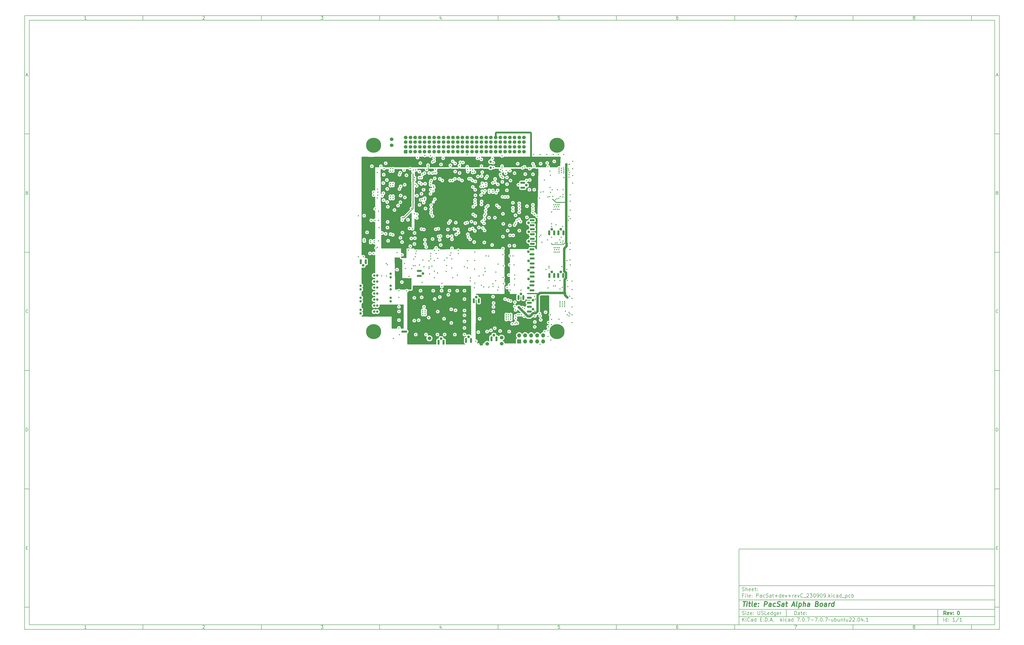
<source format=gbr>
%TF.GenerationSoftware,KiCad,Pcbnew,7.0.7-7.0.7~ubuntu22.04.1*%
%TF.CreationDate,2023-09-14T09:00:47-05:00*%
%TF.ProjectId,PacSat+dev+revC_230909,50616353-6174-42b6-9465-762b72657643,0*%
%TF.SameCoordinates,Original*%
%TF.FileFunction,Copper,L5,Inr*%
%TF.FilePolarity,Positive*%
%FSLAX46Y46*%
G04 Gerber Fmt 4.6, Leading zero omitted, Abs format (unit mm)*
G04 Created by KiCad (PCBNEW 7.0.7-7.0.7~ubuntu22.04.1) date 2023-09-14 09:00:47*
%MOMM*%
%LPD*%
G01*
G04 APERTURE LIST*
G04 Aperture macros list*
%AMRoundRect*
0 Rectangle with rounded corners*
0 $1 Rounding radius*
0 $2 $3 $4 $5 $6 $7 $8 $9 X,Y pos of 4 corners*
0 Add a 4 corners polygon primitive as box body*
4,1,4,$2,$3,$4,$5,$6,$7,$8,$9,$2,$3,0*
0 Add four circle primitives for the rounded corners*
1,1,$1+$1,$2,$3*
1,1,$1+$1,$4,$5*
1,1,$1+$1,$6,$7*
1,1,$1+$1,$8,$9*
0 Add four rect primitives between the rounded corners*
20,1,$1+$1,$2,$3,$4,$5,0*
20,1,$1+$1,$4,$5,$6,$7,0*
20,1,$1+$1,$6,$7,$8,$9,0*
20,1,$1+$1,$8,$9,$2,$3,0*%
G04 Aperture macros list end*
%ADD10C,0.100000*%
%ADD11C,0.150000*%
%ADD12C,0.300000*%
%ADD13C,0.400000*%
%TA.AperFunction,ComponentPad*%
%ADD14C,1.524000*%
%TD*%
%TA.AperFunction,ComponentPad*%
%ADD15C,6.350000*%
%TD*%
%TA.AperFunction,ComponentPad*%
%ADD16RoundRect,0.290840X-0.471160X-0.471160X0.471160X-0.471160X0.471160X0.471160X-0.471160X0.471160X0*%
%TD*%
%TA.AperFunction,ComponentPad*%
%ADD17C,1.016000*%
%TD*%
%TA.AperFunction,ComponentPad*%
%ADD18O,2.540000X0.889000*%
%TD*%
%TA.AperFunction,ComponentPad*%
%ADD19C,1.000000*%
%TD*%
%TA.AperFunction,ComponentPad*%
%ADD20R,1.700000X1.700000*%
%TD*%
%TA.AperFunction,ComponentPad*%
%ADD21O,1.700000X1.700000*%
%TD*%
%TA.AperFunction,ComponentPad*%
%ADD22RoundRect,0.254000X0.254000X-0.254000X0.254000X0.254000X-0.254000X0.254000X-0.254000X-0.254000X0*%
%TD*%
%TA.AperFunction,ComponentPad*%
%ADD23RoundRect,0.200000X0.200000X-0.800000X0.200000X0.800000X-0.200000X0.800000X-0.200000X-0.800000X0*%
%TD*%
%TA.AperFunction,ComponentPad*%
%ADD24RoundRect,0.254000X0.254000X0.254000X-0.254000X0.254000X-0.254000X-0.254000X0.254000X-0.254000X0*%
%TD*%
%TA.AperFunction,ComponentPad*%
%ADD25RoundRect,0.200000X0.800000X0.200000X-0.800000X0.200000X-0.800000X-0.200000X0.800000X-0.200000X0*%
%TD*%
%TA.AperFunction,ComponentPad*%
%ADD26RoundRect,0.254000X-0.254000X0.254000X-0.254000X-0.254000X0.254000X-0.254000X0.254000X0.254000X0*%
%TD*%
%TA.AperFunction,ComponentPad*%
%ADD27RoundRect,0.200000X-0.200000X0.800000X-0.200000X-0.800000X0.200000X-0.800000X0.200000X0.800000X0*%
%TD*%
%TA.AperFunction,ComponentPad*%
%ADD28RoundRect,0.254000X-0.254000X-0.254000X0.254000X-0.254000X0.254000X0.254000X-0.254000X0.254000X0*%
%TD*%
%TA.AperFunction,ComponentPad*%
%ADD29RoundRect,0.200000X-0.800000X-0.200000X0.800000X-0.200000X0.800000X0.200000X-0.800000X0.200000X0*%
%TD*%
%TA.AperFunction,ViaPad*%
%ADD30C,0.508000*%
%TD*%
%TA.AperFunction,Conductor*%
%ADD31C,0.304800*%
%TD*%
%TA.AperFunction,Conductor*%
%ADD32C,0.635000*%
%TD*%
%TA.AperFunction,Conductor*%
%ADD33C,0.254000*%
%TD*%
%TA.AperFunction,Conductor*%
%ADD34C,0.152400*%
%TD*%
%TA.AperFunction,Conductor*%
%ADD35C,1.016000*%
%TD*%
%TA.AperFunction,Conductor*%
%ADD36C,0.330200*%
%TD*%
%TA.AperFunction,Conductor*%
%ADD37C,0.381000*%
%TD*%
%TA.AperFunction,Conductor*%
%ADD38C,0.508000*%
%TD*%
%TA.AperFunction,Conductor*%
%ADD39C,0.203200*%
%TD*%
%TA.AperFunction,Conductor*%
%ADD40C,0.762000*%
%TD*%
G04 APERTURE END LIST*
D10*
D11*
X311800000Y-235400000D02*
X419800000Y-235400000D01*
X419800000Y-267400000D01*
X311800000Y-267400000D01*
X311800000Y-235400000D01*
D10*
D11*
X10000000Y-10000000D02*
X421800000Y-10000000D01*
X421800000Y-269400000D01*
X10000000Y-269400000D01*
X10000000Y-10000000D01*
D10*
D11*
X12000000Y-12000000D02*
X419800000Y-12000000D01*
X419800000Y-267400000D01*
X12000000Y-267400000D01*
X12000000Y-12000000D01*
D10*
D11*
X60000000Y-12000000D02*
X60000000Y-10000000D01*
D10*
D11*
X110000000Y-12000000D02*
X110000000Y-10000000D01*
D10*
D11*
X160000000Y-12000000D02*
X160000000Y-10000000D01*
D10*
D11*
X210000000Y-12000000D02*
X210000000Y-10000000D01*
D10*
D11*
X260000000Y-12000000D02*
X260000000Y-10000000D01*
D10*
D11*
X310000000Y-12000000D02*
X310000000Y-10000000D01*
D10*
D11*
X360000000Y-12000000D02*
X360000000Y-10000000D01*
D10*
D11*
X410000000Y-12000000D02*
X410000000Y-10000000D01*
D10*
D11*
X36089160Y-11593604D02*
X35346303Y-11593604D01*
X35717731Y-11593604D02*
X35717731Y-10293604D01*
X35717731Y-10293604D02*
X35593922Y-10479319D01*
X35593922Y-10479319D02*
X35470112Y-10603128D01*
X35470112Y-10603128D02*
X35346303Y-10665033D01*
D10*
D11*
X85346303Y-10417414D02*
X85408207Y-10355509D01*
X85408207Y-10355509D02*
X85532017Y-10293604D01*
X85532017Y-10293604D02*
X85841541Y-10293604D01*
X85841541Y-10293604D02*
X85965350Y-10355509D01*
X85965350Y-10355509D02*
X86027255Y-10417414D01*
X86027255Y-10417414D02*
X86089160Y-10541223D01*
X86089160Y-10541223D02*
X86089160Y-10665033D01*
X86089160Y-10665033D02*
X86027255Y-10850747D01*
X86027255Y-10850747D02*
X85284398Y-11593604D01*
X85284398Y-11593604D02*
X86089160Y-11593604D01*
D10*
D11*
X135284398Y-10293604D02*
X136089160Y-10293604D01*
X136089160Y-10293604D02*
X135655826Y-10788842D01*
X135655826Y-10788842D02*
X135841541Y-10788842D01*
X135841541Y-10788842D02*
X135965350Y-10850747D01*
X135965350Y-10850747D02*
X136027255Y-10912652D01*
X136027255Y-10912652D02*
X136089160Y-11036461D01*
X136089160Y-11036461D02*
X136089160Y-11345985D01*
X136089160Y-11345985D02*
X136027255Y-11469795D01*
X136027255Y-11469795D02*
X135965350Y-11531700D01*
X135965350Y-11531700D02*
X135841541Y-11593604D01*
X135841541Y-11593604D02*
X135470112Y-11593604D01*
X135470112Y-11593604D02*
X135346303Y-11531700D01*
X135346303Y-11531700D02*
X135284398Y-11469795D01*
D10*
D11*
X185965350Y-10726938D02*
X185965350Y-11593604D01*
X185655826Y-10231700D02*
X185346303Y-11160271D01*
X185346303Y-11160271D02*
X186151064Y-11160271D01*
D10*
D11*
X236027255Y-10293604D02*
X235408207Y-10293604D01*
X235408207Y-10293604D02*
X235346303Y-10912652D01*
X235346303Y-10912652D02*
X235408207Y-10850747D01*
X235408207Y-10850747D02*
X235532017Y-10788842D01*
X235532017Y-10788842D02*
X235841541Y-10788842D01*
X235841541Y-10788842D02*
X235965350Y-10850747D01*
X235965350Y-10850747D02*
X236027255Y-10912652D01*
X236027255Y-10912652D02*
X236089160Y-11036461D01*
X236089160Y-11036461D02*
X236089160Y-11345985D01*
X236089160Y-11345985D02*
X236027255Y-11469795D01*
X236027255Y-11469795D02*
X235965350Y-11531700D01*
X235965350Y-11531700D02*
X235841541Y-11593604D01*
X235841541Y-11593604D02*
X235532017Y-11593604D01*
X235532017Y-11593604D02*
X235408207Y-11531700D01*
X235408207Y-11531700D02*
X235346303Y-11469795D01*
D10*
D11*
X285965350Y-10293604D02*
X285717731Y-10293604D01*
X285717731Y-10293604D02*
X285593922Y-10355509D01*
X285593922Y-10355509D02*
X285532017Y-10417414D01*
X285532017Y-10417414D02*
X285408207Y-10603128D01*
X285408207Y-10603128D02*
X285346303Y-10850747D01*
X285346303Y-10850747D02*
X285346303Y-11345985D01*
X285346303Y-11345985D02*
X285408207Y-11469795D01*
X285408207Y-11469795D02*
X285470112Y-11531700D01*
X285470112Y-11531700D02*
X285593922Y-11593604D01*
X285593922Y-11593604D02*
X285841541Y-11593604D01*
X285841541Y-11593604D02*
X285965350Y-11531700D01*
X285965350Y-11531700D02*
X286027255Y-11469795D01*
X286027255Y-11469795D02*
X286089160Y-11345985D01*
X286089160Y-11345985D02*
X286089160Y-11036461D01*
X286089160Y-11036461D02*
X286027255Y-10912652D01*
X286027255Y-10912652D02*
X285965350Y-10850747D01*
X285965350Y-10850747D02*
X285841541Y-10788842D01*
X285841541Y-10788842D02*
X285593922Y-10788842D01*
X285593922Y-10788842D02*
X285470112Y-10850747D01*
X285470112Y-10850747D02*
X285408207Y-10912652D01*
X285408207Y-10912652D02*
X285346303Y-11036461D01*
D10*
D11*
X335284398Y-10293604D02*
X336151064Y-10293604D01*
X336151064Y-10293604D02*
X335593922Y-11593604D01*
D10*
D11*
X385593922Y-10850747D02*
X385470112Y-10788842D01*
X385470112Y-10788842D02*
X385408207Y-10726938D01*
X385408207Y-10726938D02*
X385346303Y-10603128D01*
X385346303Y-10603128D02*
X385346303Y-10541223D01*
X385346303Y-10541223D02*
X385408207Y-10417414D01*
X385408207Y-10417414D02*
X385470112Y-10355509D01*
X385470112Y-10355509D02*
X385593922Y-10293604D01*
X385593922Y-10293604D02*
X385841541Y-10293604D01*
X385841541Y-10293604D02*
X385965350Y-10355509D01*
X385965350Y-10355509D02*
X386027255Y-10417414D01*
X386027255Y-10417414D02*
X386089160Y-10541223D01*
X386089160Y-10541223D02*
X386089160Y-10603128D01*
X386089160Y-10603128D02*
X386027255Y-10726938D01*
X386027255Y-10726938D02*
X385965350Y-10788842D01*
X385965350Y-10788842D02*
X385841541Y-10850747D01*
X385841541Y-10850747D02*
X385593922Y-10850747D01*
X385593922Y-10850747D02*
X385470112Y-10912652D01*
X385470112Y-10912652D02*
X385408207Y-10974557D01*
X385408207Y-10974557D02*
X385346303Y-11098366D01*
X385346303Y-11098366D02*
X385346303Y-11345985D01*
X385346303Y-11345985D02*
X385408207Y-11469795D01*
X385408207Y-11469795D02*
X385470112Y-11531700D01*
X385470112Y-11531700D02*
X385593922Y-11593604D01*
X385593922Y-11593604D02*
X385841541Y-11593604D01*
X385841541Y-11593604D02*
X385965350Y-11531700D01*
X385965350Y-11531700D02*
X386027255Y-11469795D01*
X386027255Y-11469795D02*
X386089160Y-11345985D01*
X386089160Y-11345985D02*
X386089160Y-11098366D01*
X386089160Y-11098366D02*
X386027255Y-10974557D01*
X386027255Y-10974557D02*
X385965350Y-10912652D01*
X385965350Y-10912652D02*
X385841541Y-10850747D01*
D10*
D11*
X60000000Y-267400000D02*
X60000000Y-269400000D01*
D10*
D11*
X110000000Y-267400000D02*
X110000000Y-269400000D01*
D10*
D11*
X160000000Y-267400000D02*
X160000000Y-269400000D01*
D10*
D11*
X210000000Y-267400000D02*
X210000000Y-269400000D01*
D10*
D11*
X260000000Y-267400000D02*
X260000000Y-269400000D01*
D10*
D11*
X310000000Y-267400000D02*
X310000000Y-269400000D01*
D10*
D11*
X360000000Y-267400000D02*
X360000000Y-269400000D01*
D10*
D11*
X410000000Y-267400000D02*
X410000000Y-269400000D01*
D10*
D11*
X36089160Y-268993604D02*
X35346303Y-268993604D01*
X35717731Y-268993604D02*
X35717731Y-267693604D01*
X35717731Y-267693604D02*
X35593922Y-267879319D01*
X35593922Y-267879319D02*
X35470112Y-268003128D01*
X35470112Y-268003128D02*
X35346303Y-268065033D01*
D10*
D11*
X85346303Y-267817414D02*
X85408207Y-267755509D01*
X85408207Y-267755509D02*
X85532017Y-267693604D01*
X85532017Y-267693604D02*
X85841541Y-267693604D01*
X85841541Y-267693604D02*
X85965350Y-267755509D01*
X85965350Y-267755509D02*
X86027255Y-267817414D01*
X86027255Y-267817414D02*
X86089160Y-267941223D01*
X86089160Y-267941223D02*
X86089160Y-268065033D01*
X86089160Y-268065033D02*
X86027255Y-268250747D01*
X86027255Y-268250747D02*
X85284398Y-268993604D01*
X85284398Y-268993604D02*
X86089160Y-268993604D01*
D10*
D11*
X135284398Y-267693604D02*
X136089160Y-267693604D01*
X136089160Y-267693604D02*
X135655826Y-268188842D01*
X135655826Y-268188842D02*
X135841541Y-268188842D01*
X135841541Y-268188842D02*
X135965350Y-268250747D01*
X135965350Y-268250747D02*
X136027255Y-268312652D01*
X136027255Y-268312652D02*
X136089160Y-268436461D01*
X136089160Y-268436461D02*
X136089160Y-268745985D01*
X136089160Y-268745985D02*
X136027255Y-268869795D01*
X136027255Y-268869795D02*
X135965350Y-268931700D01*
X135965350Y-268931700D02*
X135841541Y-268993604D01*
X135841541Y-268993604D02*
X135470112Y-268993604D01*
X135470112Y-268993604D02*
X135346303Y-268931700D01*
X135346303Y-268931700D02*
X135284398Y-268869795D01*
D10*
D11*
X185965350Y-268126938D02*
X185965350Y-268993604D01*
X185655826Y-267631700D02*
X185346303Y-268560271D01*
X185346303Y-268560271D02*
X186151064Y-268560271D01*
D10*
D11*
X236027255Y-267693604D02*
X235408207Y-267693604D01*
X235408207Y-267693604D02*
X235346303Y-268312652D01*
X235346303Y-268312652D02*
X235408207Y-268250747D01*
X235408207Y-268250747D02*
X235532017Y-268188842D01*
X235532017Y-268188842D02*
X235841541Y-268188842D01*
X235841541Y-268188842D02*
X235965350Y-268250747D01*
X235965350Y-268250747D02*
X236027255Y-268312652D01*
X236027255Y-268312652D02*
X236089160Y-268436461D01*
X236089160Y-268436461D02*
X236089160Y-268745985D01*
X236089160Y-268745985D02*
X236027255Y-268869795D01*
X236027255Y-268869795D02*
X235965350Y-268931700D01*
X235965350Y-268931700D02*
X235841541Y-268993604D01*
X235841541Y-268993604D02*
X235532017Y-268993604D01*
X235532017Y-268993604D02*
X235408207Y-268931700D01*
X235408207Y-268931700D02*
X235346303Y-268869795D01*
D10*
D11*
X285965350Y-267693604D02*
X285717731Y-267693604D01*
X285717731Y-267693604D02*
X285593922Y-267755509D01*
X285593922Y-267755509D02*
X285532017Y-267817414D01*
X285532017Y-267817414D02*
X285408207Y-268003128D01*
X285408207Y-268003128D02*
X285346303Y-268250747D01*
X285346303Y-268250747D02*
X285346303Y-268745985D01*
X285346303Y-268745985D02*
X285408207Y-268869795D01*
X285408207Y-268869795D02*
X285470112Y-268931700D01*
X285470112Y-268931700D02*
X285593922Y-268993604D01*
X285593922Y-268993604D02*
X285841541Y-268993604D01*
X285841541Y-268993604D02*
X285965350Y-268931700D01*
X285965350Y-268931700D02*
X286027255Y-268869795D01*
X286027255Y-268869795D02*
X286089160Y-268745985D01*
X286089160Y-268745985D02*
X286089160Y-268436461D01*
X286089160Y-268436461D02*
X286027255Y-268312652D01*
X286027255Y-268312652D02*
X285965350Y-268250747D01*
X285965350Y-268250747D02*
X285841541Y-268188842D01*
X285841541Y-268188842D02*
X285593922Y-268188842D01*
X285593922Y-268188842D02*
X285470112Y-268250747D01*
X285470112Y-268250747D02*
X285408207Y-268312652D01*
X285408207Y-268312652D02*
X285346303Y-268436461D01*
D10*
D11*
X335284398Y-267693604D02*
X336151064Y-267693604D01*
X336151064Y-267693604D02*
X335593922Y-268993604D01*
D10*
D11*
X385593922Y-268250747D02*
X385470112Y-268188842D01*
X385470112Y-268188842D02*
X385408207Y-268126938D01*
X385408207Y-268126938D02*
X385346303Y-268003128D01*
X385346303Y-268003128D02*
X385346303Y-267941223D01*
X385346303Y-267941223D02*
X385408207Y-267817414D01*
X385408207Y-267817414D02*
X385470112Y-267755509D01*
X385470112Y-267755509D02*
X385593922Y-267693604D01*
X385593922Y-267693604D02*
X385841541Y-267693604D01*
X385841541Y-267693604D02*
X385965350Y-267755509D01*
X385965350Y-267755509D02*
X386027255Y-267817414D01*
X386027255Y-267817414D02*
X386089160Y-267941223D01*
X386089160Y-267941223D02*
X386089160Y-268003128D01*
X386089160Y-268003128D02*
X386027255Y-268126938D01*
X386027255Y-268126938D02*
X385965350Y-268188842D01*
X385965350Y-268188842D02*
X385841541Y-268250747D01*
X385841541Y-268250747D02*
X385593922Y-268250747D01*
X385593922Y-268250747D02*
X385470112Y-268312652D01*
X385470112Y-268312652D02*
X385408207Y-268374557D01*
X385408207Y-268374557D02*
X385346303Y-268498366D01*
X385346303Y-268498366D02*
X385346303Y-268745985D01*
X385346303Y-268745985D02*
X385408207Y-268869795D01*
X385408207Y-268869795D02*
X385470112Y-268931700D01*
X385470112Y-268931700D02*
X385593922Y-268993604D01*
X385593922Y-268993604D02*
X385841541Y-268993604D01*
X385841541Y-268993604D02*
X385965350Y-268931700D01*
X385965350Y-268931700D02*
X386027255Y-268869795D01*
X386027255Y-268869795D02*
X386089160Y-268745985D01*
X386089160Y-268745985D02*
X386089160Y-268498366D01*
X386089160Y-268498366D02*
X386027255Y-268374557D01*
X386027255Y-268374557D02*
X385965350Y-268312652D01*
X385965350Y-268312652D02*
X385841541Y-268250747D01*
D10*
D11*
X10000000Y-60000000D02*
X12000000Y-60000000D01*
D10*
D11*
X10000000Y-110000000D02*
X12000000Y-110000000D01*
D10*
D11*
X10000000Y-160000000D02*
X12000000Y-160000000D01*
D10*
D11*
X10000000Y-210000000D02*
X12000000Y-210000000D01*
D10*
D11*
X10000000Y-260000000D02*
X12000000Y-260000000D01*
D10*
D11*
X10690476Y-35222176D02*
X11309523Y-35222176D01*
X10566666Y-35593604D02*
X10999999Y-34293604D01*
X10999999Y-34293604D02*
X11433333Y-35593604D01*
D10*
D11*
X11092857Y-84912652D02*
X11278571Y-84974557D01*
X11278571Y-84974557D02*
X11340476Y-85036461D01*
X11340476Y-85036461D02*
X11402380Y-85160271D01*
X11402380Y-85160271D02*
X11402380Y-85345985D01*
X11402380Y-85345985D02*
X11340476Y-85469795D01*
X11340476Y-85469795D02*
X11278571Y-85531700D01*
X11278571Y-85531700D02*
X11154761Y-85593604D01*
X11154761Y-85593604D02*
X10659523Y-85593604D01*
X10659523Y-85593604D02*
X10659523Y-84293604D01*
X10659523Y-84293604D02*
X11092857Y-84293604D01*
X11092857Y-84293604D02*
X11216666Y-84355509D01*
X11216666Y-84355509D02*
X11278571Y-84417414D01*
X11278571Y-84417414D02*
X11340476Y-84541223D01*
X11340476Y-84541223D02*
X11340476Y-84665033D01*
X11340476Y-84665033D02*
X11278571Y-84788842D01*
X11278571Y-84788842D02*
X11216666Y-84850747D01*
X11216666Y-84850747D02*
X11092857Y-84912652D01*
X11092857Y-84912652D02*
X10659523Y-84912652D01*
D10*
D11*
X11402380Y-135469795D02*
X11340476Y-135531700D01*
X11340476Y-135531700D02*
X11154761Y-135593604D01*
X11154761Y-135593604D02*
X11030952Y-135593604D01*
X11030952Y-135593604D02*
X10845238Y-135531700D01*
X10845238Y-135531700D02*
X10721428Y-135407890D01*
X10721428Y-135407890D02*
X10659523Y-135284080D01*
X10659523Y-135284080D02*
X10597619Y-135036461D01*
X10597619Y-135036461D02*
X10597619Y-134850747D01*
X10597619Y-134850747D02*
X10659523Y-134603128D01*
X10659523Y-134603128D02*
X10721428Y-134479319D01*
X10721428Y-134479319D02*
X10845238Y-134355509D01*
X10845238Y-134355509D02*
X11030952Y-134293604D01*
X11030952Y-134293604D02*
X11154761Y-134293604D01*
X11154761Y-134293604D02*
X11340476Y-134355509D01*
X11340476Y-134355509D02*
X11402380Y-134417414D01*
D10*
D11*
X10659523Y-185593604D02*
X10659523Y-184293604D01*
X10659523Y-184293604D02*
X10969047Y-184293604D01*
X10969047Y-184293604D02*
X11154761Y-184355509D01*
X11154761Y-184355509D02*
X11278571Y-184479319D01*
X11278571Y-184479319D02*
X11340476Y-184603128D01*
X11340476Y-184603128D02*
X11402380Y-184850747D01*
X11402380Y-184850747D02*
X11402380Y-185036461D01*
X11402380Y-185036461D02*
X11340476Y-185284080D01*
X11340476Y-185284080D02*
X11278571Y-185407890D01*
X11278571Y-185407890D02*
X11154761Y-185531700D01*
X11154761Y-185531700D02*
X10969047Y-185593604D01*
X10969047Y-185593604D02*
X10659523Y-185593604D01*
D10*
D11*
X10721428Y-234912652D02*
X11154762Y-234912652D01*
X11340476Y-235593604D02*
X10721428Y-235593604D01*
X10721428Y-235593604D02*
X10721428Y-234293604D01*
X10721428Y-234293604D02*
X11340476Y-234293604D01*
D10*
D11*
X421800000Y-60000000D02*
X419800000Y-60000000D01*
D10*
D11*
X421800000Y-110000000D02*
X419800000Y-110000000D01*
D10*
D11*
X421800000Y-160000000D02*
X419800000Y-160000000D01*
D10*
D11*
X421800000Y-210000000D02*
X419800000Y-210000000D01*
D10*
D11*
X421800000Y-260000000D02*
X419800000Y-260000000D01*
D10*
D11*
X420490476Y-35222176D02*
X421109523Y-35222176D01*
X420366666Y-35593604D02*
X420799999Y-34293604D01*
X420799999Y-34293604D02*
X421233333Y-35593604D01*
D10*
D11*
X420892857Y-84912652D02*
X421078571Y-84974557D01*
X421078571Y-84974557D02*
X421140476Y-85036461D01*
X421140476Y-85036461D02*
X421202380Y-85160271D01*
X421202380Y-85160271D02*
X421202380Y-85345985D01*
X421202380Y-85345985D02*
X421140476Y-85469795D01*
X421140476Y-85469795D02*
X421078571Y-85531700D01*
X421078571Y-85531700D02*
X420954761Y-85593604D01*
X420954761Y-85593604D02*
X420459523Y-85593604D01*
X420459523Y-85593604D02*
X420459523Y-84293604D01*
X420459523Y-84293604D02*
X420892857Y-84293604D01*
X420892857Y-84293604D02*
X421016666Y-84355509D01*
X421016666Y-84355509D02*
X421078571Y-84417414D01*
X421078571Y-84417414D02*
X421140476Y-84541223D01*
X421140476Y-84541223D02*
X421140476Y-84665033D01*
X421140476Y-84665033D02*
X421078571Y-84788842D01*
X421078571Y-84788842D02*
X421016666Y-84850747D01*
X421016666Y-84850747D02*
X420892857Y-84912652D01*
X420892857Y-84912652D02*
X420459523Y-84912652D01*
D10*
D11*
X421202380Y-135469795D02*
X421140476Y-135531700D01*
X421140476Y-135531700D02*
X420954761Y-135593604D01*
X420954761Y-135593604D02*
X420830952Y-135593604D01*
X420830952Y-135593604D02*
X420645238Y-135531700D01*
X420645238Y-135531700D02*
X420521428Y-135407890D01*
X420521428Y-135407890D02*
X420459523Y-135284080D01*
X420459523Y-135284080D02*
X420397619Y-135036461D01*
X420397619Y-135036461D02*
X420397619Y-134850747D01*
X420397619Y-134850747D02*
X420459523Y-134603128D01*
X420459523Y-134603128D02*
X420521428Y-134479319D01*
X420521428Y-134479319D02*
X420645238Y-134355509D01*
X420645238Y-134355509D02*
X420830952Y-134293604D01*
X420830952Y-134293604D02*
X420954761Y-134293604D01*
X420954761Y-134293604D02*
X421140476Y-134355509D01*
X421140476Y-134355509D02*
X421202380Y-134417414D01*
D10*
D11*
X420459523Y-185593604D02*
X420459523Y-184293604D01*
X420459523Y-184293604D02*
X420769047Y-184293604D01*
X420769047Y-184293604D02*
X420954761Y-184355509D01*
X420954761Y-184355509D02*
X421078571Y-184479319D01*
X421078571Y-184479319D02*
X421140476Y-184603128D01*
X421140476Y-184603128D02*
X421202380Y-184850747D01*
X421202380Y-184850747D02*
X421202380Y-185036461D01*
X421202380Y-185036461D02*
X421140476Y-185284080D01*
X421140476Y-185284080D02*
X421078571Y-185407890D01*
X421078571Y-185407890D02*
X420954761Y-185531700D01*
X420954761Y-185531700D02*
X420769047Y-185593604D01*
X420769047Y-185593604D02*
X420459523Y-185593604D01*
D10*
D11*
X420521428Y-234912652D02*
X420954762Y-234912652D01*
X421140476Y-235593604D02*
X420521428Y-235593604D01*
X420521428Y-235593604D02*
X420521428Y-234293604D01*
X420521428Y-234293604D02*
X421140476Y-234293604D01*
D10*
D11*
X335255826Y-263186128D02*
X335255826Y-261686128D01*
X335255826Y-261686128D02*
X335612969Y-261686128D01*
X335612969Y-261686128D02*
X335827255Y-261757557D01*
X335827255Y-261757557D02*
X335970112Y-261900414D01*
X335970112Y-261900414D02*
X336041541Y-262043271D01*
X336041541Y-262043271D02*
X336112969Y-262328985D01*
X336112969Y-262328985D02*
X336112969Y-262543271D01*
X336112969Y-262543271D02*
X336041541Y-262828985D01*
X336041541Y-262828985D02*
X335970112Y-262971842D01*
X335970112Y-262971842D02*
X335827255Y-263114700D01*
X335827255Y-263114700D02*
X335612969Y-263186128D01*
X335612969Y-263186128D02*
X335255826Y-263186128D01*
X337398684Y-263186128D02*
X337398684Y-262400414D01*
X337398684Y-262400414D02*
X337327255Y-262257557D01*
X337327255Y-262257557D02*
X337184398Y-262186128D01*
X337184398Y-262186128D02*
X336898684Y-262186128D01*
X336898684Y-262186128D02*
X336755826Y-262257557D01*
X337398684Y-263114700D02*
X337255826Y-263186128D01*
X337255826Y-263186128D02*
X336898684Y-263186128D01*
X336898684Y-263186128D02*
X336755826Y-263114700D01*
X336755826Y-263114700D02*
X336684398Y-262971842D01*
X336684398Y-262971842D02*
X336684398Y-262828985D01*
X336684398Y-262828985D02*
X336755826Y-262686128D01*
X336755826Y-262686128D02*
X336898684Y-262614700D01*
X336898684Y-262614700D02*
X337255826Y-262614700D01*
X337255826Y-262614700D02*
X337398684Y-262543271D01*
X337898684Y-262186128D02*
X338470112Y-262186128D01*
X338112969Y-261686128D02*
X338112969Y-262971842D01*
X338112969Y-262971842D02*
X338184398Y-263114700D01*
X338184398Y-263114700D02*
X338327255Y-263186128D01*
X338327255Y-263186128D02*
X338470112Y-263186128D01*
X339541541Y-263114700D02*
X339398684Y-263186128D01*
X339398684Y-263186128D02*
X339112970Y-263186128D01*
X339112970Y-263186128D02*
X338970112Y-263114700D01*
X338970112Y-263114700D02*
X338898684Y-262971842D01*
X338898684Y-262971842D02*
X338898684Y-262400414D01*
X338898684Y-262400414D02*
X338970112Y-262257557D01*
X338970112Y-262257557D02*
X339112970Y-262186128D01*
X339112970Y-262186128D02*
X339398684Y-262186128D01*
X339398684Y-262186128D02*
X339541541Y-262257557D01*
X339541541Y-262257557D02*
X339612970Y-262400414D01*
X339612970Y-262400414D02*
X339612970Y-262543271D01*
X339612970Y-262543271D02*
X338898684Y-262686128D01*
X340255826Y-263043271D02*
X340327255Y-263114700D01*
X340327255Y-263114700D02*
X340255826Y-263186128D01*
X340255826Y-263186128D02*
X340184398Y-263114700D01*
X340184398Y-263114700D02*
X340255826Y-263043271D01*
X340255826Y-263043271D02*
X340255826Y-263186128D01*
X340255826Y-262257557D02*
X340327255Y-262328985D01*
X340327255Y-262328985D02*
X340255826Y-262400414D01*
X340255826Y-262400414D02*
X340184398Y-262328985D01*
X340184398Y-262328985D02*
X340255826Y-262257557D01*
X340255826Y-262257557D02*
X340255826Y-262400414D01*
D10*
D11*
X311800000Y-263900000D02*
X419800000Y-263900000D01*
D10*
D11*
X313255826Y-265986128D02*
X313255826Y-264486128D01*
X314112969Y-265986128D02*
X313470112Y-265128985D01*
X314112969Y-264486128D02*
X313255826Y-265343271D01*
X314755826Y-265986128D02*
X314755826Y-264986128D01*
X314755826Y-264486128D02*
X314684398Y-264557557D01*
X314684398Y-264557557D02*
X314755826Y-264628985D01*
X314755826Y-264628985D02*
X314827255Y-264557557D01*
X314827255Y-264557557D02*
X314755826Y-264486128D01*
X314755826Y-264486128D02*
X314755826Y-264628985D01*
X316327255Y-265843271D02*
X316255827Y-265914700D01*
X316255827Y-265914700D02*
X316041541Y-265986128D01*
X316041541Y-265986128D02*
X315898684Y-265986128D01*
X315898684Y-265986128D02*
X315684398Y-265914700D01*
X315684398Y-265914700D02*
X315541541Y-265771842D01*
X315541541Y-265771842D02*
X315470112Y-265628985D01*
X315470112Y-265628985D02*
X315398684Y-265343271D01*
X315398684Y-265343271D02*
X315398684Y-265128985D01*
X315398684Y-265128985D02*
X315470112Y-264843271D01*
X315470112Y-264843271D02*
X315541541Y-264700414D01*
X315541541Y-264700414D02*
X315684398Y-264557557D01*
X315684398Y-264557557D02*
X315898684Y-264486128D01*
X315898684Y-264486128D02*
X316041541Y-264486128D01*
X316041541Y-264486128D02*
X316255827Y-264557557D01*
X316255827Y-264557557D02*
X316327255Y-264628985D01*
X317612970Y-265986128D02*
X317612970Y-265200414D01*
X317612970Y-265200414D02*
X317541541Y-265057557D01*
X317541541Y-265057557D02*
X317398684Y-264986128D01*
X317398684Y-264986128D02*
X317112970Y-264986128D01*
X317112970Y-264986128D02*
X316970112Y-265057557D01*
X317612970Y-265914700D02*
X317470112Y-265986128D01*
X317470112Y-265986128D02*
X317112970Y-265986128D01*
X317112970Y-265986128D02*
X316970112Y-265914700D01*
X316970112Y-265914700D02*
X316898684Y-265771842D01*
X316898684Y-265771842D02*
X316898684Y-265628985D01*
X316898684Y-265628985D02*
X316970112Y-265486128D01*
X316970112Y-265486128D02*
X317112970Y-265414700D01*
X317112970Y-265414700D02*
X317470112Y-265414700D01*
X317470112Y-265414700D02*
X317612970Y-265343271D01*
X318970113Y-265986128D02*
X318970113Y-264486128D01*
X318970113Y-265914700D02*
X318827255Y-265986128D01*
X318827255Y-265986128D02*
X318541541Y-265986128D01*
X318541541Y-265986128D02*
X318398684Y-265914700D01*
X318398684Y-265914700D02*
X318327255Y-265843271D01*
X318327255Y-265843271D02*
X318255827Y-265700414D01*
X318255827Y-265700414D02*
X318255827Y-265271842D01*
X318255827Y-265271842D02*
X318327255Y-265128985D01*
X318327255Y-265128985D02*
X318398684Y-265057557D01*
X318398684Y-265057557D02*
X318541541Y-264986128D01*
X318541541Y-264986128D02*
X318827255Y-264986128D01*
X318827255Y-264986128D02*
X318970113Y-265057557D01*
X320827255Y-265200414D02*
X321327255Y-265200414D01*
X321541541Y-265986128D02*
X320827255Y-265986128D01*
X320827255Y-265986128D02*
X320827255Y-264486128D01*
X320827255Y-264486128D02*
X321541541Y-264486128D01*
X322184398Y-265843271D02*
X322255827Y-265914700D01*
X322255827Y-265914700D02*
X322184398Y-265986128D01*
X322184398Y-265986128D02*
X322112970Y-265914700D01*
X322112970Y-265914700D02*
X322184398Y-265843271D01*
X322184398Y-265843271D02*
X322184398Y-265986128D01*
X322898684Y-265986128D02*
X322898684Y-264486128D01*
X322898684Y-264486128D02*
X323255827Y-264486128D01*
X323255827Y-264486128D02*
X323470113Y-264557557D01*
X323470113Y-264557557D02*
X323612970Y-264700414D01*
X323612970Y-264700414D02*
X323684399Y-264843271D01*
X323684399Y-264843271D02*
X323755827Y-265128985D01*
X323755827Y-265128985D02*
X323755827Y-265343271D01*
X323755827Y-265343271D02*
X323684399Y-265628985D01*
X323684399Y-265628985D02*
X323612970Y-265771842D01*
X323612970Y-265771842D02*
X323470113Y-265914700D01*
X323470113Y-265914700D02*
X323255827Y-265986128D01*
X323255827Y-265986128D02*
X322898684Y-265986128D01*
X324398684Y-265843271D02*
X324470113Y-265914700D01*
X324470113Y-265914700D02*
X324398684Y-265986128D01*
X324398684Y-265986128D02*
X324327256Y-265914700D01*
X324327256Y-265914700D02*
X324398684Y-265843271D01*
X324398684Y-265843271D02*
X324398684Y-265986128D01*
X325041542Y-265557557D02*
X325755828Y-265557557D01*
X324898685Y-265986128D02*
X325398685Y-264486128D01*
X325398685Y-264486128D02*
X325898685Y-265986128D01*
X326398684Y-265843271D02*
X326470113Y-265914700D01*
X326470113Y-265914700D02*
X326398684Y-265986128D01*
X326398684Y-265986128D02*
X326327256Y-265914700D01*
X326327256Y-265914700D02*
X326398684Y-265843271D01*
X326398684Y-265843271D02*
X326398684Y-265986128D01*
X329398684Y-265986128D02*
X329398684Y-264486128D01*
X329541542Y-265414700D02*
X329970113Y-265986128D01*
X329970113Y-264986128D02*
X329398684Y-265557557D01*
X330612970Y-265986128D02*
X330612970Y-264986128D01*
X330612970Y-264486128D02*
X330541542Y-264557557D01*
X330541542Y-264557557D02*
X330612970Y-264628985D01*
X330612970Y-264628985D02*
X330684399Y-264557557D01*
X330684399Y-264557557D02*
X330612970Y-264486128D01*
X330612970Y-264486128D02*
X330612970Y-264628985D01*
X331970114Y-265914700D02*
X331827256Y-265986128D01*
X331827256Y-265986128D02*
X331541542Y-265986128D01*
X331541542Y-265986128D02*
X331398685Y-265914700D01*
X331398685Y-265914700D02*
X331327256Y-265843271D01*
X331327256Y-265843271D02*
X331255828Y-265700414D01*
X331255828Y-265700414D02*
X331255828Y-265271842D01*
X331255828Y-265271842D02*
X331327256Y-265128985D01*
X331327256Y-265128985D02*
X331398685Y-265057557D01*
X331398685Y-265057557D02*
X331541542Y-264986128D01*
X331541542Y-264986128D02*
X331827256Y-264986128D01*
X331827256Y-264986128D02*
X331970114Y-265057557D01*
X333255828Y-265986128D02*
X333255828Y-265200414D01*
X333255828Y-265200414D02*
X333184399Y-265057557D01*
X333184399Y-265057557D02*
X333041542Y-264986128D01*
X333041542Y-264986128D02*
X332755828Y-264986128D01*
X332755828Y-264986128D02*
X332612970Y-265057557D01*
X333255828Y-265914700D02*
X333112970Y-265986128D01*
X333112970Y-265986128D02*
X332755828Y-265986128D01*
X332755828Y-265986128D02*
X332612970Y-265914700D01*
X332612970Y-265914700D02*
X332541542Y-265771842D01*
X332541542Y-265771842D02*
X332541542Y-265628985D01*
X332541542Y-265628985D02*
X332612970Y-265486128D01*
X332612970Y-265486128D02*
X332755828Y-265414700D01*
X332755828Y-265414700D02*
X333112970Y-265414700D01*
X333112970Y-265414700D02*
X333255828Y-265343271D01*
X334612971Y-265986128D02*
X334612971Y-264486128D01*
X334612971Y-265914700D02*
X334470113Y-265986128D01*
X334470113Y-265986128D02*
X334184399Y-265986128D01*
X334184399Y-265986128D02*
X334041542Y-265914700D01*
X334041542Y-265914700D02*
X333970113Y-265843271D01*
X333970113Y-265843271D02*
X333898685Y-265700414D01*
X333898685Y-265700414D02*
X333898685Y-265271842D01*
X333898685Y-265271842D02*
X333970113Y-265128985D01*
X333970113Y-265128985D02*
X334041542Y-265057557D01*
X334041542Y-265057557D02*
X334184399Y-264986128D01*
X334184399Y-264986128D02*
X334470113Y-264986128D01*
X334470113Y-264986128D02*
X334612971Y-265057557D01*
X336327256Y-264486128D02*
X337327256Y-264486128D01*
X337327256Y-264486128D02*
X336684399Y-265986128D01*
X337898684Y-265843271D02*
X337970113Y-265914700D01*
X337970113Y-265914700D02*
X337898684Y-265986128D01*
X337898684Y-265986128D02*
X337827256Y-265914700D01*
X337827256Y-265914700D02*
X337898684Y-265843271D01*
X337898684Y-265843271D02*
X337898684Y-265986128D01*
X338898685Y-264486128D02*
X339041542Y-264486128D01*
X339041542Y-264486128D02*
X339184399Y-264557557D01*
X339184399Y-264557557D02*
X339255828Y-264628985D01*
X339255828Y-264628985D02*
X339327256Y-264771842D01*
X339327256Y-264771842D02*
X339398685Y-265057557D01*
X339398685Y-265057557D02*
X339398685Y-265414700D01*
X339398685Y-265414700D02*
X339327256Y-265700414D01*
X339327256Y-265700414D02*
X339255828Y-265843271D01*
X339255828Y-265843271D02*
X339184399Y-265914700D01*
X339184399Y-265914700D02*
X339041542Y-265986128D01*
X339041542Y-265986128D02*
X338898685Y-265986128D01*
X338898685Y-265986128D02*
X338755828Y-265914700D01*
X338755828Y-265914700D02*
X338684399Y-265843271D01*
X338684399Y-265843271D02*
X338612970Y-265700414D01*
X338612970Y-265700414D02*
X338541542Y-265414700D01*
X338541542Y-265414700D02*
X338541542Y-265057557D01*
X338541542Y-265057557D02*
X338612970Y-264771842D01*
X338612970Y-264771842D02*
X338684399Y-264628985D01*
X338684399Y-264628985D02*
X338755828Y-264557557D01*
X338755828Y-264557557D02*
X338898685Y-264486128D01*
X340041541Y-265843271D02*
X340112970Y-265914700D01*
X340112970Y-265914700D02*
X340041541Y-265986128D01*
X340041541Y-265986128D02*
X339970113Y-265914700D01*
X339970113Y-265914700D02*
X340041541Y-265843271D01*
X340041541Y-265843271D02*
X340041541Y-265986128D01*
X340612970Y-264486128D02*
X341612970Y-264486128D01*
X341612970Y-264486128D02*
X340970113Y-265986128D01*
X342184398Y-265414700D02*
X343327256Y-265414700D01*
X343898684Y-264486128D02*
X344898684Y-264486128D01*
X344898684Y-264486128D02*
X344255827Y-265986128D01*
X345470112Y-265843271D02*
X345541541Y-265914700D01*
X345541541Y-265914700D02*
X345470112Y-265986128D01*
X345470112Y-265986128D02*
X345398684Y-265914700D01*
X345398684Y-265914700D02*
X345470112Y-265843271D01*
X345470112Y-265843271D02*
X345470112Y-265986128D01*
X346470113Y-264486128D02*
X346612970Y-264486128D01*
X346612970Y-264486128D02*
X346755827Y-264557557D01*
X346755827Y-264557557D02*
X346827256Y-264628985D01*
X346827256Y-264628985D02*
X346898684Y-264771842D01*
X346898684Y-264771842D02*
X346970113Y-265057557D01*
X346970113Y-265057557D02*
X346970113Y-265414700D01*
X346970113Y-265414700D02*
X346898684Y-265700414D01*
X346898684Y-265700414D02*
X346827256Y-265843271D01*
X346827256Y-265843271D02*
X346755827Y-265914700D01*
X346755827Y-265914700D02*
X346612970Y-265986128D01*
X346612970Y-265986128D02*
X346470113Y-265986128D01*
X346470113Y-265986128D02*
X346327256Y-265914700D01*
X346327256Y-265914700D02*
X346255827Y-265843271D01*
X346255827Y-265843271D02*
X346184398Y-265700414D01*
X346184398Y-265700414D02*
X346112970Y-265414700D01*
X346112970Y-265414700D02*
X346112970Y-265057557D01*
X346112970Y-265057557D02*
X346184398Y-264771842D01*
X346184398Y-264771842D02*
X346255827Y-264628985D01*
X346255827Y-264628985D02*
X346327256Y-264557557D01*
X346327256Y-264557557D02*
X346470113Y-264486128D01*
X347612969Y-265843271D02*
X347684398Y-265914700D01*
X347684398Y-265914700D02*
X347612969Y-265986128D01*
X347612969Y-265986128D02*
X347541541Y-265914700D01*
X347541541Y-265914700D02*
X347612969Y-265843271D01*
X347612969Y-265843271D02*
X347612969Y-265986128D01*
X348184398Y-264486128D02*
X349184398Y-264486128D01*
X349184398Y-264486128D02*
X348541541Y-265986128D01*
X349541541Y-265414700D02*
X349612969Y-265343271D01*
X349612969Y-265343271D02*
X349755826Y-265271842D01*
X349755826Y-265271842D02*
X350041541Y-265414700D01*
X350041541Y-265414700D02*
X350184398Y-265343271D01*
X350184398Y-265343271D02*
X350255826Y-265271842D01*
X351470113Y-264986128D02*
X351470113Y-265986128D01*
X350827255Y-264986128D02*
X350827255Y-265771842D01*
X350827255Y-265771842D02*
X350898684Y-265914700D01*
X350898684Y-265914700D02*
X351041541Y-265986128D01*
X351041541Y-265986128D02*
X351255827Y-265986128D01*
X351255827Y-265986128D02*
X351398684Y-265914700D01*
X351398684Y-265914700D02*
X351470113Y-265843271D01*
X352184398Y-265986128D02*
X352184398Y-264486128D01*
X352184398Y-265057557D02*
X352327256Y-264986128D01*
X352327256Y-264986128D02*
X352612970Y-264986128D01*
X352612970Y-264986128D02*
X352755827Y-265057557D01*
X352755827Y-265057557D02*
X352827256Y-265128985D01*
X352827256Y-265128985D02*
X352898684Y-265271842D01*
X352898684Y-265271842D02*
X352898684Y-265700414D01*
X352898684Y-265700414D02*
X352827256Y-265843271D01*
X352827256Y-265843271D02*
X352755827Y-265914700D01*
X352755827Y-265914700D02*
X352612970Y-265986128D01*
X352612970Y-265986128D02*
X352327256Y-265986128D01*
X352327256Y-265986128D02*
X352184398Y-265914700D01*
X354184399Y-264986128D02*
X354184399Y-265986128D01*
X353541541Y-264986128D02*
X353541541Y-265771842D01*
X353541541Y-265771842D02*
X353612970Y-265914700D01*
X353612970Y-265914700D02*
X353755827Y-265986128D01*
X353755827Y-265986128D02*
X353970113Y-265986128D01*
X353970113Y-265986128D02*
X354112970Y-265914700D01*
X354112970Y-265914700D02*
X354184399Y-265843271D01*
X354898684Y-264986128D02*
X354898684Y-265986128D01*
X354898684Y-265128985D02*
X354970113Y-265057557D01*
X354970113Y-265057557D02*
X355112970Y-264986128D01*
X355112970Y-264986128D02*
X355327256Y-264986128D01*
X355327256Y-264986128D02*
X355470113Y-265057557D01*
X355470113Y-265057557D02*
X355541542Y-265200414D01*
X355541542Y-265200414D02*
X355541542Y-265986128D01*
X356041542Y-264986128D02*
X356612970Y-264986128D01*
X356255827Y-264486128D02*
X356255827Y-265771842D01*
X356255827Y-265771842D02*
X356327256Y-265914700D01*
X356327256Y-265914700D02*
X356470113Y-265986128D01*
X356470113Y-265986128D02*
X356612970Y-265986128D01*
X357755828Y-264986128D02*
X357755828Y-265986128D01*
X357112970Y-264986128D02*
X357112970Y-265771842D01*
X357112970Y-265771842D02*
X357184399Y-265914700D01*
X357184399Y-265914700D02*
X357327256Y-265986128D01*
X357327256Y-265986128D02*
X357541542Y-265986128D01*
X357541542Y-265986128D02*
X357684399Y-265914700D01*
X357684399Y-265914700D02*
X357755828Y-265843271D01*
X358398685Y-264628985D02*
X358470113Y-264557557D01*
X358470113Y-264557557D02*
X358612971Y-264486128D01*
X358612971Y-264486128D02*
X358970113Y-264486128D01*
X358970113Y-264486128D02*
X359112971Y-264557557D01*
X359112971Y-264557557D02*
X359184399Y-264628985D01*
X359184399Y-264628985D02*
X359255828Y-264771842D01*
X359255828Y-264771842D02*
X359255828Y-264914700D01*
X359255828Y-264914700D02*
X359184399Y-265128985D01*
X359184399Y-265128985D02*
X358327256Y-265986128D01*
X358327256Y-265986128D02*
X359255828Y-265986128D01*
X359827256Y-264628985D02*
X359898684Y-264557557D01*
X359898684Y-264557557D02*
X360041542Y-264486128D01*
X360041542Y-264486128D02*
X360398684Y-264486128D01*
X360398684Y-264486128D02*
X360541542Y-264557557D01*
X360541542Y-264557557D02*
X360612970Y-264628985D01*
X360612970Y-264628985D02*
X360684399Y-264771842D01*
X360684399Y-264771842D02*
X360684399Y-264914700D01*
X360684399Y-264914700D02*
X360612970Y-265128985D01*
X360612970Y-265128985D02*
X359755827Y-265986128D01*
X359755827Y-265986128D02*
X360684399Y-265986128D01*
X361327255Y-265843271D02*
X361398684Y-265914700D01*
X361398684Y-265914700D02*
X361327255Y-265986128D01*
X361327255Y-265986128D02*
X361255827Y-265914700D01*
X361255827Y-265914700D02*
X361327255Y-265843271D01*
X361327255Y-265843271D02*
X361327255Y-265986128D01*
X362327256Y-264486128D02*
X362470113Y-264486128D01*
X362470113Y-264486128D02*
X362612970Y-264557557D01*
X362612970Y-264557557D02*
X362684399Y-264628985D01*
X362684399Y-264628985D02*
X362755827Y-264771842D01*
X362755827Y-264771842D02*
X362827256Y-265057557D01*
X362827256Y-265057557D02*
X362827256Y-265414700D01*
X362827256Y-265414700D02*
X362755827Y-265700414D01*
X362755827Y-265700414D02*
X362684399Y-265843271D01*
X362684399Y-265843271D02*
X362612970Y-265914700D01*
X362612970Y-265914700D02*
X362470113Y-265986128D01*
X362470113Y-265986128D02*
X362327256Y-265986128D01*
X362327256Y-265986128D02*
X362184399Y-265914700D01*
X362184399Y-265914700D02*
X362112970Y-265843271D01*
X362112970Y-265843271D02*
X362041541Y-265700414D01*
X362041541Y-265700414D02*
X361970113Y-265414700D01*
X361970113Y-265414700D02*
X361970113Y-265057557D01*
X361970113Y-265057557D02*
X362041541Y-264771842D01*
X362041541Y-264771842D02*
X362112970Y-264628985D01*
X362112970Y-264628985D02*
X362184399Y-264557557D01*
X362184399Y-264557557D02*
X362327256Y-264486128D01*
X364112970Y-264986128D02*
X364112970Y-265986128D01*
X363755827Y-264414700D02*
X363398684Y-265486128D01*
X363398684Y-265486128D02*
X364327255Y-265486128D01*
X364898683Y-265843271D02*
X364970112Y-265914700D01*
X364970112Y-265914700D02*
X364898683Y-265986128D01*
X364898683Y-265986128D02*
X364827255Y-265914700D01*
X364827255Y-265914700D02*
X364898683Y-265843271D01*
X364898683Y-265843271D02*
X364898683Y-265986128D01*
X366398684Y-265986128D02*
X365541541Y-265986128D01*
X365970112Y-265986128D02*
X365970112Y-264486128D01*
X365970112Y-264486128D02*
X365827255Y-264700414D01*
X365827255Y-264700414D02*
X365684398Y-264843271D01*
X365684398Y-264843271D02*
X365541541Y-264914700D01*
D10*
D11*
X311800000Y-260900000D02*
X419800000Y-260900000D01*
D10*
D12*
X399211653Y-263178328D02*
X398711653Y-262464042D01*
X398354510Y-263178328D02*
X398354510Y-261678328D01*
X398354510Y-261678328D02*
X398925939Y-261678328D01*
X398925939Y-261678328D02*
X399068796Y-261749757D01*
X399068796Y-261749757D02*
X399140225Y-261821185D01*
X399140225Y-261821185D02*
X399211653Y-261964042D01*
X399211653Y-261964042D02*
X399211653Y-262178328D01*
X399211653Y-262178328D02*
X399140225Y-262321185D01*
X399140225Y-262321185D02*
X399068796Y-262392614D01*
X399068796Y-262392614D02*
X398925939Y-262464042D01*
X398925939Y-262464042D02*
X398354510Y-262464042D01*
X400425939Y-263106900D02*
X400283082Y-263178328D01*
X400283082Y-263178328D02*
X399997368Y-263178328D01*
X399997368Y-263178328D02*
X399854510Y-263106900D01*
X399854510Y-263106900D02*
X399783082Y-262964042D01*
X399783082Y-262964042D02*
X399783082Y-262392614D01*
X399783082Y-262392614D02*
X399854510Y-262249757D01*
X399854510Y-262249757D02*
X399997368Y-262178328D01*
X399997368Y-262178328D02*
X400283082Y-262178328D01*
X400283082Y-262178328D02*
X400425939Y-262249757D01*
X400425939Y-262249757D02*
X400497368Y-262392614D01*
X400497368Y-262392614D02*
X400497368Y-262535471D01*
X400497368Y-262535471D02*
X399783082Y-262678328D01*
X400997367Y-262178328D02*
X401354510Y-263178328D01*
X401354510Y-263178328D02*
X401711653Y-262178328D01*
X402283081Y-263035471D02*
X402354510Y-263106900D01*
X402354510Y-263106900D02*
X402283081Y-263178328D01*
X402283081Y-263178328D02*
X402211653Y-263106900D01*
X402211653Y-263106900D02*
X402283081Y-263035471D01*
X402283081Y-263035471D02*
X402283081Y-263178328D01*
X402283081Y-262249757D02*
X402354510Y-262321185D01*
X402354510Y-262321185D02*
X402283081Y-262392614D01*
X402283081Y-262392614D02*
X402211653Y-262321185D01*
X402211653Y-262321185D02*
X402283081Y-262249757D01*
X402283081Y-262249757D02*
X402283081Y-262392614D01*
X404425939Y-261678328D02*
X404568796Y-261678328D01*
X404568796Y-261678328D02*
X404711653Y-261749757D01*
X404711653Y-261749757D02*
X404783082Y-261821185D01*
X404783082Y-261821185D02*
X404854510Y-261964042D01*
X404854510Y-261964042D02*
X404925939Y-262249757D01*
X404925939Y-262249757D02*
X404925939Y-262606900D01*
X404925939Y-262606900D02*
X404854510Y-262892614D01*
X404854510Y-262892614D02*
X404783082Y-263035471D01*
X404783082Y-263035471D02*
X404711653Y-263106900D01*
X404711653Y-263106900D02*
X404568796Y-263178328D01*
X404568796Y-263178328D02*
X404425939Y-263178328D01*
X404425939Y-263178328D02*
X404283082Y-263106900D01*
X404283082Y-263106900D02*
X404211653Y-263035471D01*
X404211653Y-263035471D02*
X404140224Y-262892614D01*
X404140224Y-262892614D02*
X404068796Y-262606900D01*
X404068796Y-262606900D02*
X404068796Y-262249757D01*
X404068796Y-262249757D02*
X404140224Y-261964042D01*
X404140224Y-261964042D02*
X404211653Y-261821185D01*
X404211653Y-261821185D02*
X404283082Y-261749757D01*
X404283082Y-261749757D02*
X404425939Y-261678328D01*
D10*
D11*
X313184398Y-263114700D02*
X313398684Y-263186128D01*
X313398684Y-263186128D02*
X313755826Y-263186128D01*
X313755826Y-263186128D02*
X313898684Y-263114700D01*
X313898684Y-263114700D02*
X313970112Y-263043271D01*
X313970112Y-263043271D02*
X314041541Y-262900414D01*
X314041541Y-262900414D02*
X314041541Y-262757557D01*
X314041541Y-262757557D02*
X313970112Y-262614700D01*
X313970112Y-262614700D02*
X313898684Y-262543271D01*
X313898684Y-262543271D02*
X313755826Y-262471842D01*
X313755826Y-262471842D02*
X313470112Y-262400414D01*
X313470112Y-262400414D02*
X313327255Y-262328985D01*
X313327255Y-262328985D02*
X313255826Y-262257557D01*
X313255826Y-262257557D02*
X313184398Y-262114700D01*
X313184398Y-262114700D02*
X313184398Y-261971842D01*
X313184398Y-261971842D02*
X313255826Y-261828985D01*
X313255826Y-261828985D02*
X313327255Y-261757557D01*
X313327255Y-261757557D02*
X313470112Y-261686128D01*
X313470112Y-261686128D02*
X313827255Y-261686128D01*
X313827255Y-261686128D02*
X314041541Y-261757557D01*
X314684397Y-263186128D02*
X314684397Y-262186128D01*
X314684397Y-261686128D02*
X314612969Y-261757557D01*
X314612969Y-261757557D02*
X314684397Y-261828985D01*
X314684397Y-261828985D02*
X314755826Y-261757557D01*
X314755826Y-261757557D02*
X314684397Y-261686128D01*
X314684397Y-261686128D02*
X314684397Y-261828985D01*
X315255826Y-262186128D02*
X316041541Y-262186128D01*
X316041541Y-262186128D02*
X315255826Y-263186128D01*
X315255826Y-263186128D02*
X316041541Y-263186128D01*
X317184398Y-263114700D02*
X317041541Y-263186128D01*
X317041541Y-263186128D02*
X316755827Y-263186128D01*
X316755827Y-263186128D02*
X316612969Y-263114700D01*
X316612969Y-263114700D02*
X316541541Y-262971842D01*
X316541541Y-262971842D02*
X316541541Y-262400414D01*
X316541541Y-262400414D02*
X316612969Y-262257557D01*
X316612969Y-262257557D02*
X316755827Y-262186128D01*
X316755827Y-262186128D02*
X317041541Y-262186128D01*
X317041541Y-262186128D02*
X317184398Y-262257557D01*
X317184398Y-262257557D02*
X317255827Y-262400414D01*
X317255827Y-262400414D02*
X317255827Y-262543271D01*
X317255827Y-262543271D02*
X316541541Y-262686128D01*
X317898683Y-263043271D02*
X317970112Y-263114700D01*
X317970112Y-263114700D02*
X317898683Y-263186128D01*
X317898683Y-263186128D02*
X317827255Y-263114700D01*
X317827255Y-263114700D02*
X317898683Y-263043271D01*
X317898683Y-263043271D02*
X317898683Y-263186128D01*
X317898683Y-262257557D02*
X317970112Y-262328985D01*
X317970112Y-262328985D02*
X317898683Y-262400414D01*
X317898683Y-262400414D02*
X317827255Y-262328985D01*
X317827255Y-262328985D02*
X317898683Y-262257557D01*
X317898683Y-262257557D02*
X317898683Y-262400414D01*
X319755826Y-261686128D02*
X319755826Y-262900414D01*
X319755826Y-262900414D02*
X319827255Y-263043271D01*
X319827255Y-263043271D02*
X319898684Y-263114700D01*
X319898684Y-263114700D02*
X320041541Y-263186128D01*
X320041541Y-263186128D02*
X320327255Y-263186128D01*
X320327255Y-263186128D02*
X320470112Y-263114700D01*
X320470112Y-263114700D02*
X320541541Y-263043271D01*
X320541541Y-263043271D02*
X320612969Y-262900414D01*
X320612969Y-262900414D02*
X320612969Y-261686128D01*
X321255827Y-263114700D02*
X321470113Y-263186128D01*
X321470113Y-263186128D02*
X321827255Y-263186128D01*
X321827255Y-263186128D02*
X321970113Y-263114700D01*
X321970113Y-263114700D02*
X322041541Y-263043271D01*
X322041541Y-263043271D02*
X322112970Y-262900414D01*
X322112970Y-262900414D02*
X322112970Y-262757557D01*
X322112970Y-262757557D02*
X322041541Y-262614700D01*
X322041541Y-262614700D02*
X321970113Y-262543271D01*
X321970113Y-262543271D02*
X321827255Y-262471842D01*
X321827255Y-262471842D02*
X321541541Y-262400414D01*
X321541541Y-262400414D02*
X321398684Y-262328985D01*
X321398684Y-262328985D02*
X321327255Y-262257557D01*
X321327255Y-262257557D02*
X321255827Y-262114700D01*
X321255827Y-262114700D02*
X321255827Y-261971842D01*
X321255827Y-261971842D02*
X321327255Y-261828985D01*
X321327255Y-261828985D02*
X321398684Y-261757557D01*
X321398684Y-261757557D02*
X321541541Y-261686128D01*
X321541541Y-261686128D02*
X321898684Y-261686128D01*
X321898684Y-261686128D02*
X322112970Y-261757557D01*
X323470112Y-263186128D02*
X322755826Y-263186128D01*
X322755826Y-263186128D02*
X322755826Y-261686128D01*
X324541541Y-263114700D02*
X324398684Y-263186128D01*
X324398684Y-263186128D02*
X324112970Y-263186128D01*
X324112970Y-263186128D02*
X323970112Y-263114700D01*
X323970112Y-263114700D02*
X323898684Y-262971842D01*
X323898684Y-262971842D02*
X323898684Y-262400414D01*
X323898684Y-262400414D02*
X323970112Y-262257557D01*
X323970112Y-262257557D02*
X324112970Y-262186128D01*
X324112970Y-262186128D02*
X324398684Y-262186128D01*
X324398684Y-262186128D02*
X324541541Y-262257557D01*
X324541541Y-262257557D02*
X324612970Y-262400414D01*
X324612970Y-262400414D02*
X324612970Y-262543271D01*
X324612970Y-262543271D02*
X323898684Y-262686128D01*
X325898684Y-263186128D02*
X325898684Y-261686128D01*
X325898684Y-263114700D02*
X325755826Y-263186128D01*
X325755826Y-263186128D02*
X325470112Y-263186128D01*
X325470112Y-263186128D02*
X325327255Y-263114700D01*
X325327255Y-263114700D02*
X325255826Y-263043271D01*
X325255826Y-263043271D02*
X325184398Y-262900414D01*
X325184398Y-262900414D02*
X325184398Y-262471842D01*
X325184398Y-262471842D02*
X325255826Y-262328985D01*
X325255826Y-262328985D02*
X325327255Y-262257557D01*
X325327255Y-262257557D02*
X325470112Y-262186128D01*
X325470112Y-262186128D02*
X325755826Y-262186128D01*
X325755826Y-262186128D02*
X325898684Y-262257557D01*
X327255827Y-262186128D02*
X327255827Y-263400414D01*
X327255827Y-263400414D02*
X327184398Y-263543271D01*
X327184398Y-263543271D02*
X327112969Y-263614700D01*
X327112969Y-263614700D02*
X326970112Y-263686128D01*
X326970112Y-263686128D02*
X326755827Y-263686128D01*
X326755827Y-263686128D02*
X326612969Y-263614700D01*
X327255827Y-263114700D02*
X327112969Y-263186128D01*
X327112969Y-263186128D02*
X326827255Y-263186128D01*
X326827255Y-263186128D02*
X326684398Y-263114700D01*
X326684398Y-263114700D02*
X326612969Y-263043271D01*
X326612969Y-263043271D02*
X326541541Y-262900414D01*
X326541541Y-262900414D02*
X326541541Y-262471842D01*
X326541541Y-262471842D02*
X326612969Y-262328985D01*
X326612969Y-262328985D02*
X326684398Y-262257557D01*
X326684398Y-262257557D02*
X326827255Y-262186128D01*
X326827255Y-262186128D02*
X327112969Y-262186128D01*
X327112969Y-262186128D02*
X327255827Y-262257557D01*
X328541541Y-263114700D02*
X328398684Y-263186128D01*
X328398684Y-263186128D02*
X328112970Y-263186128D01*
X328112970Y-263186128D02*
X327970112Y-263114700D01*
X327970112Y-263114700D02*
X327898684Y-262971842D01*
X327898684Y-262971842D02*
X327898684Y-262400414D01*
X327898684Y-262400414D02*
X327970112Y-262257557D01*
X327970112Y-262257557D02*
X328112970Y-262186128D01*
X328112970Y-262186128D02*
X328398684Y-262186128D01*
X328398684Y-262186128D02*
X328541541Y-262257557D01*
X328541541Y-262257557D02*
X328612970Y-262400414D01*
X328612970Y-262400414D02*
X328612970Y-262543271D01*
X328612970Y-262543271D02*
X327898684Y-262686128D01*
X329255826Y-263186128D02*
X329255826Y-262186128D01*
X329255826Y-262471842D02*
X329327255Y-262328985D01*
X329327255Y-262328985D02*
X329398684Y-262257557D01*
X329398684Y-262257557D02*
X329541541Y-262186128D01*
X329541541Y-262186128D02*
X329684398Y-262186128D01*
D10*
D11*
X398255826Y-265986128D02*
X398255826Y-264486128D01*
X399612970Y-265986128D02*
X399612970Y-264486128D01*
X399612970Y-265914700D02*
X399470112Y-265986128D01*
X399470112Y-265986128D02*
X399184398Y-265986128D01*
X399184398Y-265986128D02*
X399041541Y-265914700D01*
X399041541Y-265914700D02*
X398970112Y-265843271D01*
X398970112Y-265843271D02*
X398898684Y-265700414D01*
X398898684Y-265700414D02*
X398898684Y-265271842D01*
X398898684Y-265271842D02*
X398970112Y-265128985D01*
X398970112Y-265128985D02*
X399041541Y-265057557D01*
X399041541Y-265057557D02*
X399184398Y-264986128D01*
X399184398Y-264986128D02*
X399470112Y-264986128D01*
X399470112Y-264986128D02*
X399612970Y-265057557D01*
X400327255Y-265843271D02*
X400398684Y-265914700D01*
X400398684Y-265914700D02*
X400327255Y-265986128D01*
X400327255Y-265986128D02*
X400255827Y-265914700D01*
X400255827Y-265914700D02*
X400327255Y-265843271D01*
X400327255Y-265843271D02*
X400327255Y-265986128D01*
X400327255Y-265057557D02*
X400398684Y-265128985D01*
X400398684Y-265128985D02*
X400327255Y-265200414D01*
X400327255Y-265200414D02*
X400255827Y-265128985D01*
X400255827Y-265128985D02*
X400327255Y-265057557D01*
X400327255Y-265057557D02*
X400327255Y-265200414D01*
X402970113Y-265986128D02*
X402112970Y-265986128D01*
X402541541Y-265986128D02*
X402541541Y-264486128D01*
X402541541Y-264486128D02*
X402398684Y-264700414D01*
X402398684Y-264700414D02*
X402255827Y-264843271D01*
X402255827Y-264843271D02*
X402112970Y-264914700D01*
X404684398Y-264414700D02*
X403398684Y-266343271D01*
X405970113Y-265986128D02*
X405112970Y-265986128D01*
X405541541Y-265986128D02*
X405541541Y-264486128D01*
X405541541Y-264486128D02*
X405398684Y-264700414D01*
X405398684Y-264700414D02*
X405255827Y-264843271D01*
X405255827Y-264843271D02*
X405112970Y-264914700D01*
D10*
D11*
X311800000Y-256900000D02*
X419800000Y-256900000D01*
D10*
D13*
X313491728Y-257604438D02*
X314634585Y-257604438D01*
X313813157Y-259604438D02*
X314063157Y-257604438D01*
X315051252Y-259604438D02*
X315217919Y-258271104D01*
X315301252Y-257604438D02*
X315194109Y-257699676D01*
X315194109Y-257699676D02*
X315277443Y-257794914D01*
X315277443Y-257794914D02*
X315384586Y-257699676D01*
X315384586Y-257699676D02*
X315301252Y-257604438D01*
X315301252Y-257604438D02*
X315277443Y-257794914D01*
X315884586Y-258271104D02*
X316646490Y-258271104D01*
X316253633Y-257604438D02*
X316039348Y-259318723D01*
X316039348Y-259318723D02*
X316110776Y-259509200D01*
X316110776Y-259509200D02*
X316289348Y-259604438D01*
X316289348Y-259604438D02*
X316479824Y-259604438D01*
X317432205Y-259604438D02*
X317253633Y-259509200D01*
X317253633Y-259509200D02*
X317182205Y-259318723D01*
X317182205Y-259318723D02*
X317396490Y-257604438D01*
X318967919Y-259509200D02*
X318765538Y-259604438D01*
X318765538Y-259604438D02*
X318384585Y-259604438D01*
X318384585Y-259604438D02*
X318206014Y-259509200D01*
X318206014Y-259509200D02*
X318134585Y-259318723D01*
X318134585Y-259318723D02*
X318229824Y-258556819D01*
X318229824Y-258556819D02*
X318348871Y-258366342D01*
X318348871Y-258366342D02*
X318551252Y-258271104D01*
X318551252Y-258271104D02*
X318932204Y-258271104D01*
X318932204Y-258271104D02*
X319110776Y-258366342D01*
X319110776Y-258366342D02*
X319182204Y-258556819D01*
X319182204Y-258556819D02*
X319158395Y-258747295D01*
X319158395Y-258747295D02*
X318182204Y-258937771D01*
X319932205Y-259413961D02*
X320015538Y-259509200D01*
X320015538Y-259509200D02*
X319908395Y-259604438D01*
X319908395Y-259604438D02*
X319825062Y-259509200D01*
X319825062Y-259509200D02*
X319932205Y-259413961D01*
X319932205Y-259413961D02*
X319908395Y-259604438D01*
X320063157Y-258366342D02*
X320146490Y-258461580D01*
X320146490Y-258461580D02*
X320039348Y-258556819D01*
X320039348Y-258556819D02*
X319956014Y-258461580D01*
X319956014Y-258461580D02*
X320063157Y-258366342D01*
X320063157Y-258366342D02*
X320039348Y-258556819D01*
X322384586Y-259604438D02*
X322634586Y-257604438D01*
X322634586Y-257604438D02*
X323396491Y-257604438D01*
X323396491Y-257604438D02*
X323575062Y-257699676D01*
X323575062Y-257699676D02*
X323658396Y-257794914D01*
X323658396Y-257794914D02*
X323729824Y-257985390D01*
X323729824Y-257985390D02*
X323694110Y-258271104D01*
X323694110Y-258271104D02*
X323575062Y-258461580D01*
X323575062Y-258461580D02*
X323467920Y-258556819D01*
X323467920Y-258556819D02*
X323265539Y-258652057D01*
X323265539Y-258652057D02*
X322503634Y-258652057D01*
X325241729Y-259604438D02*
X325372681Y-258556819D01*
X325372681Y-258556819D02*
X325301253Y-258366342D01*
X325301253Y-258366342D02*
X325122681Y-258271104D01*
X325122681Y-258271104D02*
X324741729Y-258271104D01*
X324741729Y-258271104D02*
X324539348Y-258366342D01*
X325253634Y-259509200D02*
X325051253Y-259604438D01*
X325051253Y-259604438D02*
X324575062Y-259604438D01*
X324575062Y-259604438D02*
X324396491Y-259509200D01*
X324396491Y-259509200D02*
X324325062Y-259318723D01*
X324325062Y-259318723D02*
X324348872Y-259128247D01*
X324348872Y-259128247D02*
X324467920Y-258937771D01*
X324467920Y-258937771D02*
X324670301Y-258842533D01*
X324670301Y-258842533D02*
X325146491Y-258842533D01*
X325146491Y-258842533D02*
X325348872Y-258747295D01*
X327063158Y-259509200D02*
X326860777Y-259604438D01*
X326860777Y-259604438D02*
X326479825Y-259604438D01*
X326479825Y-259604438D02*
X326301253Y-259509200D01*
X326301253Y-259509200D02*
X326217920Y-259413961D01*
X326217920Y-259413961D02*
X326146491Y-259223485D01*
X326146491Y-259223485D02*
X326217920Y-258652057D01*
X326217920Y-258652057D02*
X326336967Y-258461580D01*
X326336967Y-258461580D02*
X326444110Y-258366342D01*
X326444110Y-258366342D02*
X326646491Y-258271104D01*
X326646491Y-258271104D02*
X327027444Y-258271104D01*
X327027444Y-258271104D02*
X327206015Y-258366342D01*
X327825063Y-259509200D02*
X328098872Y-259604438D01*
X328098872Y-259604438D02*
X328575063Y-259604438D01*
X328575063Y-259604438D02*
X328777444Y-259509200D01*
X328777444Y-259509200D02*
X328884587Y-259413961D01*
X328884587Y-259413961D02*
X329003634Y-259223485D01*
X329003634Y-259223485D02*
X329027444Y-259033009D01*
X329027444Y-259033009D02*
X328956015Y-258842533D01*
X328956015Y-258842533D02*
X328872682Y-258747295D01*
X328872682Y-258747295D02*
X328694111Y-258652057D01*
X328694111Y-258652057D02*
X328325063Y-258556819D01*
X328325063Y-258556819D02*
X328146491Y-258461580D01*
X328146491Y-258461580D02*
X328063158Y-258366342D01*
X328063158Y-258366342D02*
X327991730Y-258175866D01*
X327991730Y-258175866D02*
X328015539Y-257985390D01*
X328015539Y-257985390D02*
X328134587Y-257794914D01*
X328134587Y-257794914D02*
X328241730Y-257699676D01*
X328241730Y-257699676D02*
X328444111Y-257604438D01*
X328444111Y-257604438D02*
X328920301Y-257604438D01*
X328920301Y-257604438D02*
X329194111Y-257699676D01*
X330670301Y-259604438D02*
X330801253Y-258556819D01*
X330801253Y-258556819D02*
X330729825Y-258366342D01*
X330729825Y-258366342D02*
X330551253Y-258271104D01*
X330551253Y-258271104D02*
X330170301Y-258271104D01*
X330170301Y-258271104D02*
X329967920Y-258366342D01*
X330682206Y-259509200D02*
X330479825Y-259604438D01*
X330479825Y-259604438D02*
X330003634Y-259604438D01*
X330003634Y-259604438D02*
X329825063Y-259509200D01*
X329825063Y-259509200D02*
X329753634Y-259318723D01*
X329753634Y-259318723D02*
X329777444Y-259128247D01*
X329777444Y-259128247D02*
X329896492Y-258937771D01*
X329896492Y-258937771D02*
X330098873Y-258842533D01*
X330098873Y-258842533D02*
X330575063Y-258842533D01*
X330575063Y-258842533D02*
X330777444Y-258747295D01*
X331503635Y-258271104D02*
X332265539Y-258271104D01*
X331872682Y-257604438D02*
X331658397Y-259318723D01*
X331658397Y-259318723D02*
X331729825Y-259509200D01*
X331729825Y-259509200D02*
X331908397Y-259604438D01*
X331908397Y-259604438D02*
X332098873Y-259604438D01*
X334265540Y-259033009D02*
X335217921Y-259033009D01*
X334003635Y-259604438D02*
X334920302Y-257604438D01*
X334920302Y-257604438D02*
X335336968Y-259604438D01*
X336289350Y-259604438D02*
X336110778Y-259509200D01*
X336110778Y-259509200D02*
X336039350Y-259318723D01*
X336039350Y-259318723D02*
X336253635Y-257604438D01*
X337217921Y-258271104D02*
X336967921Y-260271104D01*
X337206016Y-258366342D02*
X337408397Y-258271104D01*
X337408397Y-258271104D02*
X337789349Y-258271104D01*
X337789349Y-258271104D02*
X337967921Y-258366342D01*
X337967921Y-258366342D02*
X338051254Y-258461580D01*
X338051254Y-258461580D02*
X338122683Y-258652057D01*
X338122683Y-258652057D02*
X338051254Y-259223485D01*
X338051254Y-259223485D02*
X337932207Y-259413961D01*
X337932207Y-259413961D02*
X337825064Y-259509200D01*
X337825064Y-259509200D02*
X337622683Y-259604438D01*
X337622683Y-259604438D02*
X337241730Y-259604438D01*
X337241730Y-259604438D02*
X337063159Y-259509200D01*
X338860778Y-259604438D02*
X339110778Y-257604438D01*
X339717921Y-259604438D02*
X339848873Y-258556819D01*
X339848873Y-258556819D02*
X339777445Y-258366342D01*
X339777445Y-258366342D02*
X339598873Y-258271104D01*
X339598873Y-258271104D02*
X339313159Y-258271104D01*
X339313159Y-258271104D02*
X339110778Y-258366342D01*
X339110778Y-258366342D02*
X339003635Y-258461580D01*
X341527445Y-259604438D02*
X341658397Y-258556819D01*
X341658397Y-258556819D02*
X341586969Y-258366342D01*
X341586969Y-258366342D02*
X341408397Y-258271104D01*
X341408397Y-258271104D02*
X341027445Y-258271104D01*
X341027445Y-258271104D02*
X340825064Y-258366342D01*
X341539350Y-259509200D02*
X341336969Y-259604438D01*
X341336969Y-259604438D02*
X340860778Y-259604438D01*
X340860778Y-259604438D02*
X340682207Y-259509200D01*
X340682207Y-259509200D02*
X340610778Y-259318723D01*
X340610778Y-259318723D02*
X340634588Y-259128247D01*
X340634588Y-259128247D02*
X340753636Y-258937771D01*
X340753636Y-258937771D02*
X340956017Y-258842533D01*
X340956017Y-258842533D02*
X341432207Y-258842533D01*
X341432207Y-258842533D02*
X341634588Y-258747295D01*
X344801255Y-258556819D02*
X345075065Y-258652057D01*
X345075065Y-258652057D02*
X345158398Y-258747295D01*
X345158398Y-258747295D02*
X345229827Y-258937771D01*
X345229827Y-258937771D02*
X345194112Y-259223485D01*
X345194112Y-259223485D02*
X345075065Y-259413961D01*
X345075065Y-259413961D02*
X344967922Y-259509200D01*
X344967922Y-259509200D02*
X344765541Y-259604438D01*
X344765541Y-259604438D02*
X344003636Y-259604438D01*
X344003636Y-259604438D02*
X344253636Y-257604438D01*
X344253636Y-257604438D02*
X344920303Y-257604438D01*
X344920303Y-257604438D02*
X345098874Y-257699676D01*
X345098874Y-257699676D02*
X345182208Y-257794914D01*
X345182208Y-257794914D02*
X345253636Y-257985390D01*
X345253636Y-257985390D02*
X345229827Y-258175866D01*
X345229827Y-258175866D02*
X345110779Y-258366342D01*
X345110779Y-258366342D02*
X345003636Y-258461580D01*
X345003636Y-258461580D02*
X344801255Y-258556819D01*
X344801255Y-258556819D02*
X344134589Y-258556819D01*
X346289351Y-259604438D02*
X346110779Y-259509200D01*
X346110779Y-259509200D02*
X346027446Y-259413961D01*
X346027446Y-259413961D02*
X345956017Y-259223485D01*
X345956017Y-259223485D02*
X346027446Y-258652057D01*
X346027446Y-258652057D02*
X346146493Y-258461580D01*
X346146493Y-258461580D02*
X346253636Y-258366342D01*
X346253636Y-258366342D02*
X346456017Y-258271104D01*
X346456017Y-258271104D02*
X346741731Y-258271104D01*
X346741731Y-258271104D02*
X346920303Y-258366342D01*
X346920303Y-258366342D02*
X347003636Y-258461580D01*
X347003636Y-258461580D02*
X347075065Y-258652057D01*
X347075065Y-258652057D02*
X347003636Y-259223485D01*
X347003636Y-259223485D02*
X346884589Y-259413961D01*
X346884589Y-259413961D02*
X346777446Y-259509200D01*
X346777446Y-259509200D02*
X346575065Y-259604438D01*
X346575065Y-259604438D02*
X346289351Y-259604438D01*
X348670303Y-259604438D02*
X348801255Y-258556819D01*
X348801255Y-258556819D02*
X348729827Y-258366342D01*
X348729827Y-258366342D02*
X348551255Y-258271104D01*
X348551255Y-258271104D02*
X348170303Y-258271104D01*
X348170303Y-258271104D02*
X347967922Y-258366342D01*
X348682208Y-259509200D02*
X348479827Y-259604438D01*
X348479827Y-259604438D02*
X348003636Y-259604438D01*
X348003636Y-259604438D02*
X347825065Y-259509200D01*
X347825065Y-259509200D02*
X347753636Y-259318723D01*
X347753636Y-259318723D02*
X347777446Y-259128247D01*
X347777446Y-259128247D02*
X347896494Y-258937771D01*
X347896494Y-258937771D02*
X348098875Y-258842533D01*
X348098875Y-258842533D02*
X348575065Y-258842533D01*
X348575065Y-258842533D02*
X348777446Y-258747295D01*
X349622684Y-259604438D02*
X349789351Y-258271104D01*
X349741732Y-258652057D02*
X349860779Y-258461580D01*
X349860779Y-258461580D02*
X349967922Y-258366342D01*
X349967922Y-258366342D02*
X350170303Y-258271104D01*
X350170303Y-258271104D02*
X350360779Y-258271104D01*
X351717922Y-259604438D02*
X351967922Y-257604438D01*
X351729827Y-259509200D02*
X351527446Y-259604438D01*
X351527446Y-259604438D02*
X351146494Y-259604438D01*
X351146494Y-259604438D02*
X350967922Y-259509200D01*
X350967922Y-259509200D02*
X350884589Y-259413961D01*
X350884589Y-259413961D02*
X350813160Y-259223485D01*
X350813160Y-259223485D02*
X350884589Y-258652057D01*
X350884589Y-258652057D02*
X351003636Y-258461580D01*
X351003636Y-258461580D02*
X351110779Y-258366342D01*
X351110779Y-258366342D02*
X351313160Y-258271104D01*
X351313160Y-258271104D02*
X351694113Y-258271104D01*
X351694113Y-258271104D02*
X351872684Y-258366342D01*
D10*
D11*
X313755826Y-255000414D02*
X313255826Y-255000414D01*
X313255826Y-255786128D02*
X313255826Y-254286128D01*
X313255826Y-254286128D02*
X313970112Y-254286128D01*
X314541540Y-255786128D02*
X314541540Y-254786128D01*
X314541540Y-254286128D02*
X314470112Y-254357557D01*
X314470112Y-254357557D02*
X314541540Y-254428985D01*
X314541540Y-254428985D02*
X314612969Y-254357557D01*
X314612969Y-254357557D02*
X314541540Y-254286128D01*
X314541540Y-254286128D02*
X314541540Y-254428985D01*
X315470112Y-255786128D02*
X315327255Y-255714700D01*
X315327255Y-255714700D02*
X315255826Y-255571842D01*
X315255826Y-255571842D02*
X315255826Y-254286128D01*
X316612969Y-255714700D02*
X316470112Y-255786128D01*
X316470112Y-255786128D02*
X316184398Y-255786128D01*
X316184398Y-255786128D02*
X316041540Y-255714700D01*
X316041540Y-255714700D02*
X315970112Y-255571842D01*
X315970112Y-255571842D02*
X315970112Y-255000414D01*
X315970112Y-255000414D02*
X316041540Y-254857557D01*
X316041540Y-254857557D02*
X316184398Y-254786128D01*
X316184398Y-254786128D02*
X316470112Y-254786128D01*
X316470112Y-254786128D02*
X316612969Y-254857557D01*
X316612969Y-254857557D02*
X316684398Y-255000414D01*
X316684398Y-255000414D02*
X316684398Y-255143271D01*
X316684398Y-255143271D02*
X315970112Y-255286128D01*
X317327254Y-255643271D02*
X317398683Y-255714700D01*
X317398683Y-255714700D02*
X317327254Y-255786128D01*
X317327254Y-255786128D02*
X317255826Y-255714700D01*
X317255826Y-255714700D02*
X317327254Y-255643271D01*
X317327254Y-255643271D02*
X317327254Y-255786128D01*
X317327254Y-254857557D02*
X317398683Y-254928985D01*
X317398683Y-254928985D02*
X317327254Y-255000414D01*
X317327254Y-255000414D02*
X317255826Y-254928985D01*
X317255826Y-254928985D02*
X317327254Y-254857557D01*
X317327254Y-254857557D02*
X317327254Y-255000414D01*
X319184397Y-255786128D02*
X319184397Y-254286128D01*
X319184397Y-254286128D02*
X319755826Y-254286128D01*
X319755826Y-254286128D02*
X319898683Y-254357557D01*
X319898683Y-254357557D02*
X319970112Y-254428985D01*
X319970112Y-254428985D02*
X320041540Y-254571842D01*
X320041540Y-254571842D02*
X320041540Y-254786128D01*
X320041540Y-254786128D02*
X319970112Y-254928985D01*
X319970112Y-254928985D02*
X319898683Y-255000414D01*
X319898683Y-255000414D02*
X319755826Y-255071842D01*
X319755826Y-255071842D02*
X319184397Y-255071842D01*
X321327255Y-255786128D02*
X321327255Y-255000414D01*
X321327255Y-255000414D02*
X321255826Y-254857557D01*
X321255826Y-254857557D02*
X321112969Y-254786128D01*
X321112969Y-254786128D02*
X320827255Y-254786128D01*
X320827255Y-254786128D02*
X320684397Y-254857557D01*
X321327255Y-255714700D02*
X321184397Y-255786128D01*
X321184397Y-255786128D02*
X320827255Y-255786128D01*
X320827255Y-255786128D02*
X320684397Y-255714700D01*
X320684397Y-255714700D02*
X320612969Y-255571842D01*
X320612969Y-255571842D02*
X320612969Y-255428985D01*
X320612969Y-255428985D02*
X320684397Y-255286128D01*
X320684397Y-255286128D02*
X320827255Y-255214700D01*
X320827255Y-255214700D02*
X321184397Y-255214700D01*
X321184397Y-255214700D02*
X321327255Y-255143271D01*
X322684398Y-255714700D02*
X322541540Y-255786128D01*
X322541540Y-255786128D02*
X322255826Y-255786128D01*
X322255826Y-255786128D02*
X322112969Y-255714700D01*
X322112969Y-255714700D02*
X322041540Y-255643271D01*
X322041540Y-255643271D02*
X321970112Y-255500414D01*
X321970112Y-255500414D02*
X321970112Y-255071842D01*
X321970112Y-255071842D02*
X322041540Y-254928985D01*
X322041540Y-254928985D02*
X322112969Y-254857557D01*
X322112969Y-254857557D02*
X322255826Y-254786128D01*
X322255826Y-254786128D02*
X322541540Y-254786128D01*
X322541540Y-254786128D02*
X322684398Y-254857557D01*
X323255826Y-255714700D02*
X323470112Y-255786128D01*
X323470112Y-255786128D02*
X323827254Y-255786128D01*
X323827254Y-255786128D02*
X323970112Y-255714700D01*
X323970112Y-255714700D02*
X324041540Y-255643271D01*
X324041540Y-255643271D02*
X324112969Y-255500414D01*
X324112969Y-255500414D02*
X324112969Y-255357557D01*
X324112969Y-255357557D02*
X324041540Y-255214700D01*
X324041540Y-255214700D02*
X323970112Y-255143271D01*
X323970112Y-255143271D02*
X323827254Y-255071842D01*
X323827254Y-255071842D02*
X323541540Y-255000414D01*
X323541540Y-255000414D02*
X323398683Y-254928985D01*
X323398683Y-254928985D02*
X323327254Y-254857557D01*
X323327254Y-254857557D02*
X323255826Y-254714700D01*
X323255826Y-254714700D02*
X323255826Y-254571842D01*
X323255826Y-254571842D02*
X323327254Y-254428985D01*
X323327254Y-254428985D02*
X323398683Y-254357557D01*
X323398683Y-254357557D02*
X323541540Y-254286128D01*
X323541540Y-254286128D02*
X323898683Y-254286128D01*
X323898683Y-254286128D02*
X324112969Y-254357557D01*
X325398683Y-255786128D02*
X325398683Y-255000414D01*
X325398683Y-255000414D02*
X325327254Y-254857557D01*
X325327254Y-254857557D02*
X325184397Y-254786128D01*
X325184397Y-254786128D02*
X324898683Y-254786128D01*
X324898683Y-254786128D02*
X324755825Y-254857557D01*
X325398683Y-255714700D02*
X325255825Y-255786128D01*
X325255825Y-255786128D02*
X324898683Y-255786128D01*
X324898683Y-255786128D02*
X324755825Y-255714700D01*
X324755825Y-255714700D02*
X324684397Y-255571842D01*
X324684397Y-255571842D02*
X324684397Y-255428985D01*
X324684397Y-255428985D02*
X324755825Y-255286128D01*
X324755825Y-255286128D02*
X324898683Y-255214700D01*
X324898683Y-255214700D02*
X325255825Y-255214700D01*
X325255825Y-255214700D02*
X325398683Y-255143271D01*
X325898683Y-254786128D02*
X326470111Y-254786128D01*
X326112968Y-254286128D02*
X326112968Y-255571842D01*
X326112968Y-255571842D02*
X326184397Y-255714700D01*
X326184397Y-255714700D02*
X326327254Y-255786128D01*
X326327254Y-255786128D02*
X326470111Y-255786128D01*
X326970111Y-255214700D02*
X328112969Y-255214700D01*
X327541540Y-255786128D02*
X327541540Y-254643271D01*
X329470112Y-255786128D02*
X329470112Y-254286128D01*
X329470112Y-255714700D02*
X329327254Y-255786128D01*
X329327254Y-255786128D02*
X329041540Y-255786128D01*
X329041540Y-255786128D02*
X328898683Y-255714700D01*
X328898683Y-255714700D02*
X328827254Y-255643271D01*
X328827254Y-255643271D02*
X328755826Y-255500414D01*
X328755826Y-255500414D02*
X328755826Y-255071842D01*
X328755826Y-255071842D02*
X328827254Y-254928985D01*
X328827254Y-254928985D02*
X328898683Y-254857557D01*
X328898683Y-254857557D02*
X329041540Y-254786128D01*
X329041540Y-254786128D02*
X329327254Y-254786128D01*
X329327254Y-254786128D02*
X329470112Y-254857557D01*
X330755826Y-255714700D02*
X330612969Y-255786128D01*
X330612969Y-255786128D02*
X330327255Y-255786128D01*
X330327255Y-255786128D02*
X330184397Y-255714700D01*
X330184397Y-255714700D02*
X330112969Y-255571842D01*
X330112969Y-255571842D02*
X330112969Y-255000414D01*
X330112969Y-255000414D02*
X330184397Y-254857557D01*
X330184397Y-254857557D02*
X330327255Y-254786128D01*
X330327255Y-254786128D02*
X330612969Y-254786128D01*
X330612969Y-254786128D02*
X330755826Y-254857557D01*
X330755826Y-254857557D02*
X330827255Y-255000414D01*
X330827255Y-255000414D02*
X330827255Y-255143271D01*
X330827255Y-255143271D02*
X330112969Y-255286128D01*
X331327254Y-254786128D02*
X331684397Y-255786128D01*
X331684397Y-255786128D02*
X332041540Y-254786128D01*
X332612968Y-255214700D02*
X333755826Y-255214700D01*
X333184397Y-255786128D02*
X333184397Y-254643271D01*
X334470111Y-255786128D02*
X334470111Y-254786128D01*
X334470111Y-255071842D02*
X334541540Y-254928985D01*
X334541540Y-254928985D02*
X334612969Y-254857557D01*
X334612969Y-254857557D02*
X334755826Y-254786128D01*
X334755826Y-254786128D02*
X334898683Y-254786128D01*
X335970111Y-255714700D02*
X335827254Y-255786128D01*
X335827254Y-255786128D02*
X335541540Y-255786128D01*
X335541540Y-255786128D02*
X335398682Y-255714700D01*
X335398682Y-255714700D02*
X335327254Y-255571842D01*
X335327254Y-255571842D02*
X335327254Y-255000414D01*
X335327254Y-255000414D02*
X335398682Y-254857557D01*
X335398682Y-254857557D02*
X335541540Y-254786128D01*
X335541540Y-254786128D02*
X335827254Y-254786128D01*
X335827254Y-254786128D02*
X335970111Y-254857557D01*
X335970111Y-254857557D02*
X336041540Y-255000414D01*
X336041540Y-255000414D02*
X336041540Y-255143271D01*
X336041540Y-255143271D02*
X335327254Y-255286128D01*
X336541539Y-254786128D02*
X336898682Y-255786128D01*
X336898682Y-255786128D02*
X337255825Y-254786128D01*
X338684396Y-255643271D02*
X338612968Y-255714700D01*
X338612968Y-255714700D02*
X338398682Y-255786128D01*
X338398682Y-255786128D02*
X338255825Y-255786128D01*
X338255825Y-255786128D02*
X338041539Y-255714700D01*
X338041539Y-255714700D02*
X337898682Y-255571842D01*
X337898682Y-255571842D02*
X337827253Y-255428985D01*
X337827253Y-255428985D02*
X337755825Y-255143271D01*
X337755825Y-255143271D02*
X337755825Y-254928985D01*
X337755825Y-254928985D02*
X337827253Y-254643271D01*
X337827253Y-254643271D02*
X337898682Y-254500414D01*
X337898682Y-254500414D02*
X338041539Y-254357557D01*
X338041539Y-254357557D02*
X338255825Y-254286128D01*
X338255825Y-254286128D02*
X338398682Y-254286128D01*
X338398682Y-254286128D02*
X338612968Y-254357557D01*
X338612968Y-254357557D02*
X338684396Y-254428985D01*
X338970111Y-255928985D02*
X340112968Y-255928985D01*
X340398682Y-254428985D02*
X340470110Y-254357557D01*
X340470110Y-254357557D02*
X340612968Y-254286128D01*
X340612968Y-254286128D02*
X340970110Y-254286128D01*
X340970110Y-254286128D02*
X341112968Y-254357557D01*
X341112968Y-254357557D02*
X341184396Y-254428985D01*
X341184396Y-254428985D02*
X341255825Y-254571842D01*
X341255825Y-254571842D02*
X341255825Y-254714700D01*
X341255825Y-254714700D02*
X341184396Y-254928985D01*
X341184396Y-254928985D02*
X340327253Y-255786128D01*
X340327253Y-255786128D02*
X341255825Y-255786128D01*
X341755824Y-254286128D02*
X342684396Y-254286128D01*
X342684396Y-254286128D02*
X342184396Y-254857557D01*
X342184396Y-254857557D02*
X342398681Y-254857557D01*
X342398681Y-254857557D02*
X342541539Y-254928985D01*
X342541539Y-254928985D02*
X342612967Y-255000414D01*
X342612967Y-255000414D02*
X342684396Y-255143271D01*
X342684396Y-255143271D02*
X342684396Y-255500414D01*
X342684396Y-255500414D02*
X342612967Y-255643271D01*
X342612967Y-255643271D02*
X342541539Y-255714700D01*
X342541539Y-255714700D02*
X342398681Y-255786128D01*
X342398681Y-255786128D02*
X341970110Y-255786128D01*
X341970110Y-255786128D02*
X341827253Y-255714700D01*
X341827253Y-255714700D02*
X341755824Y-255643271D01*
X343612967Y-254286128D02*
X343755824Y-254286128D01*
X343755824Y-254286128D02*
X343898681Y-254357557D01*
X343898681Y-254357557D02*
X343970110Y-254428985D01*
X343970110Y-254428985D02*
X344041538Y-254571842D01*
X344041538Y-254571842D02*
X344112967Y-254857557D01*
X344112967Y-254857557D02*
X344112967Y-255214700D01*
X344112967Y-255214700D02*
X344041538Y-255500414D01*
X344041538Y-255500414D02*
X343970110Y-255643271D01*
X343970110Y-255643271D02*
X343898681Y-255714700D01*
X343898681Y-255714700D02*
X343755824Y-255786128D01*
X343755824Y-255786128D02*
X343612967Y-255786128D01*
X343612967Y-255786128D02*
X343470110Y-255714700D01*
X343470110Y-255714700D02*
X343398681Y-255643271D01*
X343398681Y-255643271D02*
X343327252Y-255500414D01*
X343327252Y-255500414D02*
X343255824Y-255214700D01*
X343255824Y-255214700D02*
X343255824Y-254857557D01*
X343255824Y-254857557D02*
X343327252Y-254571842D01*
X343327252Y-254571842D02*
X343398681Y-254428985D01*
X343398681Y-254428985D02*
X343470110Y-254357557D01*
X343470110Y-254357557D02*
X343612967Y-254286128D01*
X344827252Y-255786128D02*
X345112966Y-255786128D01*
X345112966Y-255786128D02*
X345255823Y-255714700D01*
X345255823Y-255714700D02*
X345327252Y-255643271D01*
X345327252Y-255643271D02*
X345470109Y-255428985D01*
X345470109Y-255428985D02*
X345541538Y-255143271D01*
X345541538Y-255143271D02*
X345541538Y-254571842D01*
X345541538Y-254571842D02*
X345470109Y-254428985D01*
X345470109Y-254428985D02*
X345398681Y-254357557D01*
X345398681Y-254357557D02*
X345255823Y-254286128D01*
X345255823Y-254286128D02*
X344970109Y-254286128D01*
X344970109Y-254286128D02*
X344827252Y-254357557D01*
X344827252Y-254357557D02*
X344755823Y-254428985D01*
X344755823Y-254428985D02*
X344684395Y-254571842D01*
X344684395Y-254571842D02*
X344684395Y-254928985D01*
X344684395Y-254928985D02*
X344755823Y-255071842D01*
X344755823Y-255071842D02*
X344827252Y-255143271D01*
X344827252Y-255143271D02*
X344970109Y-255214700D01*
X344970109Y-255214700D02*
X345255823Y-255214700D01*
X345255823Y-255214700D02*
X345398681Y-255143271D01*
X345398681Y-255143271D02*
X345470109Y-255071842D01*
X345470109Y-255071842D02*
X345541538Y-254928985D01*
X346470109Y-254286128D02*
X346612966Y-254286128D01*
X346612966Y-254286128D02*
X346755823Y-254357557D01*
X346755823Y-254357557D02*
X346827252Y-254428985D01*
X346827252Y-254428985D02*
X346898680Y-254571842D01*
X346898680Y-254571842D02*
X346970109Y-254857557D01*
X346970109Y-254857557D02*
X346970109Y-255214700D01*
X346970109Y-255214700D02*
X346898680Y-255500414D01*
X346898680Y-255500414D02*
X346827252Y-255643271D01*
X346827252Y-255643271D02*
X346755823Y-255714700D01*
X346755823Y-255714700D02*
X346612966Y-255786128D01*
X346612966Y-255786128D02*
X346470109Y-255786128D01*
X346470109Y-255786128D02*
X346327252Y-255714700D01*
X346327252Y-255714700D02*
X346255823Y-255643271D01*
X346255823Y-255643271D02*
X346184394Y-255500414D01*
X346184394Y-255500414D02*
X346112966Y-255214700D01*
X346112966Y-255214700D02*
X346112966Y-254857557D01*
X346112966Y-254857557D02*
X346184394Y-254571842D01*
X346184394Y-254571842D02*
X346255823Y-254428985D01*
X346255823Y-254428985D02*
X346327252Y-254357557D01*
X346327252Y-254357557D02*
X346470109Y-254286128D01*
X347684394Y-255786128D02*
X347970108Y-255786128D01*
X347970108Y-255786128D02*
X348112965Y-255714700D01*
X348112965Y-255714700D02*
X348184394Y-255643271D01*
X348184394Y-255643271D02*
X348327251Y-255428985D01*
X348327251Y-255428985D02*
X348398680Y-255143271D01*
X348398680Y-255143271D02*
X348398680Y-254571842D01*
X348398680Y-254571842D02*
X348327251Y-254428985D01*
X348327251Y-254428985D02*
X348255823Y-254357557D01*
X348255823Y-254357557D02*
X348112965Y-254286128D01*
X348112965Y-254286128D02*
X347827251Y-254286128D01*
X347827251Y-254286128D02*
X347684394Y-254357557D01*
X347684394Y-254357557D02*
X347612965Y-254428985D01*
X347612965Y-254428985D02*
X347541537Y-254571842D01*
X347541537Y-254571842D02*
X347541537Y-254928985D01*
X347541537Y-254928985D02*
X347612965Y-255071842D01*
X347612965Y-255071842D02*
X347684394Y-255143271D01*
X347684394Y-255143271D02*
X347827251Y-255214700D01*
X347827251Y-255214700D02*
X348112965Y-255214700D01*
X348112965Y-255214700D02*
X348255823Y-255143271D01*
X348255823Y-255143271D02*
X348327251Y-255071842D01*
X348327251Y-255071842D02*
X348398680Y-254928985D01*
X349041536Y-255643271D02*
X349112965Y-255714700D01*
X349112965Y-255714700D02*
X349041536Y-255786128D01*
X349041536Y-255786128D02*
X348970108Y-255714700D01*
X348970108Y-255714700D02*
X349041536Y-255643271D01*
X349041536Y-255643271D02*
X349041536Y-255786128D01*
X349755822Y-255786128D02*
X349755822Y-254286128D01*
X349898680Y-255214700D02*
X350327251Y-255786128D01*
X350327251Y-254786128D02*
X349755822Y-255357557D01*
X350970108Y-255786128D02*
X350970108Y-254786128D01*
X350970108Y-254286128D02*
X350898680Y-254357557D01*
X350898680Y-254357557D02*
X350970108Y-254428985D01*
X350970108Y-254428985D02*
X351041537Y-254357557D01*
X351041537Y-254357557D02*
X350970108Y-254286128D01*
X350970108Y-254286128D02*
X350970108Y-254428985D01*
X352327252Y-255714700D02*
X352184394Y-255786128D01*
X352184394Y-255786128D02*
X351898680Y-255786128D01*
X351898680Y-255786128D02*
X351755823Y-255714700D01*
X351755823Y-255714700D02*
X351684394Y-255643271D01*
X351684394Y-255643271D02*
X351612966Y-255500414D01*
X351612966Y-255500414D02*
X351612966Y-255071842D01*
X351612966Y-255071842D02*
X351684394Y-254928985D01*
X351684394Y-254928985D02*
X351755823Y-254857557D01*
X351755823Y-254857557D02*
X351898680Y-254786128D01*
X351898680Y-254786128D02*
X352184394Y-254786128D01*
X352184394Y-254786128D02*
X352327252Y-254857557D01*
X353612966Y-255786128D02*
X353612966Y-255000414D01*
X353612966Y-255000414D02*
X353541537Y-254857557D01*
X353541537Y-254857557D02*
X353398680Y-254786128D01*
X353398680Y-254786128D02*
X353112966Y-254786128D01*
X353112966Y-254786128D02*
X352970108Y-254857557D01*
X353612966Y-255714700D02*
X353470108Y-255786128D01*
X353470108Y-255786128D02*
X353112966Y-255786128D01*
X353112966Y-255786128D02*
X352970108Y-255714700D01*
X352970108Y-255714700D02*
X352898680Y-255571842D01*
X352898680Y-255571842D02*
X352898680Y-255428985D01*
X352898680Y-255428985D02*
X352970108Y-255286128D01*
X352970108Y-255286128D02*
X353112966Y-255214700D01*
X353112966Y-255214700D02*
X353470108Y-255214700D01*
X353470108Y-255214700D02*
X353612966Y-255143271D01*
X354970109Y-255786128D02*
X354970109Y-254286128D01*
X354970109Y-255714700D02*
X354827251Y-255786128D01*
X354827251Y-255786128D02*
X354541537Y-255786128D01*
X354541537Y-255786128D02*
X354398680Y-255714700D01*
X354398680Y-255714700D02*
X354327251Y-255643271D01*
X354327251Y-255643271D02*
X354255823Y-255500414D01*
X354255823Y-255500414D02*
X354255823Y-255071842D01*
X354255823Y-255071842D02*
X354327251Y-254928985D01*
X354327251Y-254928985D02*
X354398680Y-254857557D01*
X354398680Y-254857557D02*
X354541537Y-254786128D01*
X354541537Y-254786128D02*
X354827251Y-254786128D01*
X354827251Y-254786128D02*
X354970109Y-254857557D01*
X355327252Y-255928985D02*
X356470109Y-255928985D01*
X356827251Y-254786128D02*
X356827251Y-256286128D01*
X356827251Y-254857557D02*
X356970109Y-254786128D01*
X356970109Y-254786128D02*
X357255823Y-254786128D01*
X357255823Y-254786128D02*
X357398680Y-254857557D01*
X357398680Y-254857557D02*
X357470109Y-254928985D01*
X357470109Y-254928985D02*
X357541537Y-255071842D01*
X357541537Y-255071842D02*
X357541537Y-255500414D01*
X357541537Y-255500414D02*
X357470109Y-255643271D01*
X357470109Y-255643271D02*
X357398680Y-255714700D01*
X357398680Y-255714700D02*
X357255823Y-255786128D01*
X357255823Y-255786128D02*
X356970109Y-255786128D01*
X356970109Y-255786128D02*
X356827251Y-255714700D01*
X358827252Y-255714700D02*
X358684394Y-255786128D01*
X358684394Y-255786128D02*
X358398680Y-255786128D01*
X358398680Y-255786128D02*
X358255823Y-255714700D01*
X358255823Y-255714700D02*
X358184394Y-255643271D01*
X358184394Y-255643271D02*
X358112966Y-255500414D01*
X358112966Y-255500414D02*
X358112966Y-255071842D01*
X358112966Y-255071842D02*
X358184394Y-254928985D01*
X358184394Y-254928985D02*
X358255823Y-254857557D01*
X358255823Y-254857557D02*
X358398680Y-254786128D01*
X358398680Y-254786128D02*
X358684394Y-254786128D01*
X358684394Y-254786128D02*
X358827252Y-254857557D01*
X359470108Y-255786128D02*
X359470108Y-254286128D01*
X359470108Y-254857557D02*
X359612966Y-254786128D01*
X359612966Y-254786128D02*
X359898680Y-254786128D01*
X359898680Y-254786128D02*
X360041537Y-254857557D01*
X360041537Y-254857557D02*
X360112966Y-254928985D01*
X360112966Y-254928985D02*
X360184394Y-255071842D01*
X360184394Y-255071842D02*
X360184394Y-255500414D01*
X360184394Y-255500414D02*
X360112966Y-255643271D01*
X360112966Y-255643271D02*
X360041537Y-255714700D01*
X360041537Y-255714700D02*
X359898680Y-255786128D01*
X359898680Y-255786128D02*
X359612966Y-255786128D01*
X359612966Y-255786128D02*
X359470108Y-255714700D01*
D10*
D11*
X311800000Y-250900000D02*
X419800000Y-250900000D01*
D10*
D11*
X313184398Y-253014700D02*
X313398684Y-253086128D01*
X313398684Y-253086128D02*
X313755826Y-253086128D01*
X313755826Y-253086128D02*
X313898684Y-253014700D01*
X313898684Y-253014700D02*
X313970112Y-252943271D01*
X313970112Y-252943271D02*
X314041541Y-252800414D01*
X314041541Y-252800414D02*
X314041541Y-252657557D01*
X314041541Y-252657557D02*
X313970112Y-252514700D01*
X313970112Y-252514700D02*
X313898684Y-252443271D01*
X313898684Y-252443271D02*
X313755826Y-252371842D01*
X313755826Y-252371842D02*
X313470112Y-252300414D01*
X313470112Y-252300414D02*
X313327255Y-252228985D01*
X313327255Y-252228985D02*
X313255826Y-252157557D01*
X313255826Y-252157557D02*
X313184398Y-252014700D01*
X313184398Y-252014700D02*
X313184398Y-251871842D01*
X313184398Y-251871842D02*
X313255826Y-251728985D01*
X313255826Y-251728985D02*
X313327255Y-251657557D01*
X313327255Y-251657557D02*
X313470112Y-251586128D01*
X313470112Y-251586128D02*
X313827255Y-251586128D01*
X313827255Y-251586128D02*
X314041541Y-251657557D01*
X314684397Y-253086128D02*
X314684397Y-251586128D01*
X315327255Y-253086128D02*
X315327255Y-252300414D01*
X315327255Y-252300414D02*
X315255826Y-252157557D01*
X315255826Y-252157557D02*
X315112969Y-252086128D01*
X315112969Y-252086128D02*
X314898683Y-252086128D01*
X314898683Y-252086128D02*
X314755826Y-252157557D01*
X314755826Y-252157557D02*
X314684397Y-252228985D01*
X316612969Y-253014700D02*
X316470112Y-253086128D01*
X316470112Y-253086128D02*
X316184398Y-253086128D01*
X316184398Y-253086128D02*
X316041540Y-253014700D01*
X316041540Y-253014700D02*
X315970112Y-252871842D01*
X315970112Y-252871842D02*
X315970112Y-252300414D01*
X315970112Y-252300414D02*
X316041540Y-252157557D01*
X316041540Y-252157557D02*
X316184398Y-252086128D01*
X316184398Y-252086128D02*
X316470112Y-252086128D01*
X316470112Y-252086128D02*
X316612969Y-252157557D01*
X316612969Y-252157557D02*
X316684398Y-252300414D01*
X316684398Y-252300414D02*
X316684398Y-252443271D01*
X316684398Y-252443271D02*
X315970112Y-252586128D01*
X317898683Y-253014700D02*
X317755826Y-253086128D01*
X317755826Y-253086128D02*
X317470112Y-253086128D01*
X317470112Y-253086128D02*
X317327254Y-253014700D01*
X317327254Y-253014700D02*
X317255826Y-252871842D01*
X317255826Y-252871842D02*
X317255826Y-252300414D01*
X317255826Y-252300414D02*
X317327254Y-252157557D01*
X317327254Y-252157557D02*
X317470112Y-252086128D01*
X317470112Y-252086128D02*
X317755826Y-252086128D01*
X317755826Y-252086128D02*
X317898683Y-252157557D01*
X317898683Y-252157557D02*
X317970112Y-252300414D01*
X317970112Y-252300414D02*
X317970112Y-252443271D01*
X317970112Y-252443271D02*
X317255826Y-252586128D01*
X318398683Y-252086128D02*
X318970111Y-252086128D01*
X318612968Y-251586128D02*
X318612968Y-252871842D01*
X318612968Y-252871842D02*
X318684397Y-253014700D01*
X318684397Y-253014700D02*
X318827254Y-253086128D01*
X318827254Y-253086128D02*
X318970111Y-253086128D01*
X319470111Y-252943271D02*
X319541540Y-253014700D01*
X319541540Y-253014700D02*
X319470111Y-253086128D01*
X319470111Y-253086128D02*
X319398683Y-253014700D01*
X319398683Y-253014700D02*
X319470111Y-252943271D01*
X319470111Y-252943271D02*
X319470111Y-253086128D01*
X319470111Y-252157557D02*
X319541540Y-252228985D01*
X319541540Y-252228985D02*
X319470111Y-252300414D01*
X319470111Y-252300414D02*
X319398683Y-252228985D01*
X319398683Y-252228985D02*
X319470111Y-252157557D01*
X319470111Y-252157557D02*
X319470111Y-252300414D01*
D10*
D12*
D10*
D11*
D10*
D11*
D10*
D11*
D10*
D11*
D10*
D11*
X331800000Y-260900000D02*
X331800000Y-263900000D01*
D10*
D11*
X395800000Y-260900000D02*
X395800000Y-267400000D01*
D14*
%TO.N,GND*%
%TO.C,H15*%
X181025800Y-146380200D03*
%TD*%
D15*
%TO.N,GND*%
%TO.C,H104*%
X234950000Y-143510000D03*
%TD*%
D16*
%TO.N,+3.3V*%
%TO.C,P651*%
X170985600Y-67490600D03*
D14*
%TO.N,unconnected-(P651-Pin_2-Pad2)*%
X170985600Y-65490600D03*
%TO.N,unconnected-(P651-Pin_3-Pad3)*%
X170985600Y-63490600D03*
%TO.N,unconnected-(P651-Pin_4-Pad4)*%
X170985600Y-61490600D03*
%TO.N,unconnected-(P651-Pin_5-Pad5)*%
X172985600Y-67490600D03*
%TO.N,unconnected-(P651-Pin_6-Pad6)*%
X172985600Y-65490600D03*
%TO.N,unconnected-(P651-Pin_7-Pad7)*%
X172985600Y-63490600D03*
%TO.N,unconnected-(P651-Pin_8-Pad8)*%
X172985600Y-61490600D03*
%TO.N,+3.3V*%
X174985600Y-67490600D03*
%TO.N,unconnected-(P651-Pin_10-Pad10)*%
X174985600Y-65490600D03*
%TO.N,unconnected-(P651-Pin_11-Pad11)*%
X174985600Y-63490600D03*
%TO.N,unconnected-(P651-Pin_12-Pad12)*%
X174985600Y-61490600D03*
%TO.N,unconnected-(P651-Pin_13-Pad13)*%
X176985600Y-67490600D03*
%TO.N,GIOB_3*%
X176985600Y-65490600D03*
%TO.N,GIOA_2*%
X176985600Y-63490600D03*
%TO.N,GOIB_1*%
X176985600Y-61490600D03*
%TO.N,GIOA_6*%
X178985600Y-67490600D03*
%TO.N,unconnected-(P651-Pin_18-Pad18)*%
X178985600Y-65490600D03*
%TO.N,FAULT_N*%
X178985600Y-63490600D03*
%TO.N,unconnected-(P651-Pin_20-Pad20)*%
X178985600Y-61490600D03*
%TO.N,unconnected-(P651-Pin_21-Pad21)*%
X180985600Y-67490600D03*
%TO.N,unconnected-(P651-Pin_22-Pad22)*%
X180985600Y-65490600D03*
%TO.N,HW_POWER_OFF_N*%
X180985600Y-63490600D03*
%TO.N,unconnected-(P651-Pin_24-Pad24)*%
X180985600Y-61490600D03*
%TO.N,unconnected-(P651-Pin_25-Pad25)*%
X182985600Y-67490600D03*
%TO.N,unconnected-(P651-Pin_26-Pad26)*%
X182985600Y-65490600D03*
%TO.N,CMD_MODE*%
X182985600Y-63490600D03*
%TO.N,unconnected-(P651-Pin_28-Pad28)*%
X182985600Y-61490600D03*
%TO.N,unconnected-(P651-Pin_29-Pad29)*%
X184985600Y-67490600D03*
%TO.N,unconnected-(P651-Pin_30-Pad30)*%
X184985600Y-65490600D03*
%TO.N,ATTACHED*%
X184985600Y-63490600D03*
%TO.N,UART_TX2*%
X184985600Y-61490600D03*
%TO.N,unconnected-(P651-Pin_33-Pad33)*%
X186985600Y-67490600D03*
%TO.N,unconnected-(P651-Pin_34-Pad34)*%
X186985600Y-65490600D03*
%TO.N,VER_BIT1*%
X186985600Y-63490600D03*
%TO.N,UART_RX2*%
X186985600Y-61490600D03*
%TO.N,unconnected-(P651-Pin_37-Pad37)*%
X188985600Y-67490600D03*
%TO.N,unconnected-(P651-Pin_38-Pad38)*%
X188985600Y-65490600D03*
%TO.N,VER_BIT0*%
X188985600Y-63490600D03*
%TO.N,unconnected-(P651-Pin_40-Pad40)*%
X188985600Y-61490600D03*
%TO.N,unconnected-(P651-Pin_11-Pad41)*%
X190985600Y-67490600D03*
%TO.N,unconnected-(P651-Pin_42-Pad42)*%
X190985600Y-65490600D03*
%TO.N,VER_BIT3*%
X190985600Y-63490600D03*
%TO.N,unconnected-(P651-Pin_44-Pad44)*%
X190985600Y-61490600D03*
%TO.N,PB_ENABLE*%
X192985600Y-67490600D03*
%TO.N,unconnected-(P651-Pin_46-Pad46)*%
X192985600Y-65490600D03*
%TO.N,unconnected-(P651-Pin_47-Pad47)*%
X192985600Y-63490600D03*
%TO.N,unconnected-(P651-Pin_48-Pad48)*%
X192985600Y-61490600D03*
%TO.N,ALERT_SIGNAL*%
X194985600Y-67490600D03*
%TO.N,unconnected-(P651-Pin_50-Pad50)*%
X194985600Y-65490600D03*
%TO.N,unconnected-(P651-Pin_51-Pad51)*%
X194985600Y-63490600D03*
%TO.N,unconnected-(P651-Pin_52-Pad52)*%
X194985600Y-61490600D03*
%TO.N,unconnected-(P651-Pin_53-Pad53)*%
X196985600Y-67490600D03*
%TO.N,unconnected-(P651-Pin_54-Pad54)*%
X196985600Y-65490600D03*
%TO.N,unconnected-(P651-Pin_55-Pad55)*%
X196985600Y-63490600D03*
%TO.N,FCODE_STROBE*%
X196985600Y-61490600D03*
%TO.N,unconnected-(P651-Pin_57-Pad57)*%
X198985600Y-67490600D03*
%TO.N,unconnected-(P651-Pin_58-Pad58)*%
X198985600Y-65490600D03*
%TO.N,unconnected-(P651-Pin_59-Pad59)*%
X198985600Y-63490600D03*
%TO.N,FCODE_D3*%
X198985600Y-61490600D03*
%TO.N,unconnected-(P651-Pin_61-Pad61)*%
X200985600Y-67490600D03*
%TO.N,unconnected-(P651-Pin_62-Pad62)*%
X200985600Y-65490600D03*
%TO.N,unconnected-(P651-Pin_63-Pad63)*%
X200985600Y-63490600D03*
%TO.N,FCODE_D0*%
X200985600Y-61490600D03*
%TO.N,unconnected-(P651-Pin_65-Pad65)*%
X202985600Y-67490600D03*
%TO.N,unconnected-(P651-Pin_66-Pad66)*%
X202985600Y-65490600D03*
%TO.N,unconnected-(P651-Pin_67-Pad67)*%
X202985600Y-63490600D03*
%TO.N,unconnected-(P651-Pin_68-Pad68)*%
X202985600Y-61490600D03*
%TO.N,unconnected-(P651-Pin_69-Pad69)*%
X204985600Y-67490600D03*
%TO.N,unconnected-(P651-Pin_70-Pad70)*%
X204985600Y-65490600D03*
%TO.N,unconnected-(P651-Pin_71-Pad71)*%
X204985600Y-63490600D03*
%TO.N,unconnected-(P651-Pin_72-Pad72)*%
X204985600Y-61490600D03*
%TO.N,unconnected-(P651-Pin_73-Pad73)*%
X206985600Y-67490600D03*
%TO.N,unconnected-(P651-Pin_74-Pad74)*%
X206985600Y-65490600D03*
%TO.N,unconnected-(P651-Pin_75-Pad75)*%
X206985600Y-63490600D03*
%TO.N,unconnected-(P651-Pin_76-Pad76)*%
X206985600Y-61490600D03*
%TO.N,unconnected-(P651-Pin_77-Pad77)*%
X208985600Y-67490600D03*
%TO.N,unconnected-(P651-Pin_78-Pad78)*%
X208985600Y-65490600D03*
%TO.N,VSYS*%
X208985600Y-63490600D03*
X208985600Y-61490600D03*
%TO.N,GND*%
X210985600Y-67490600D03*
X210985600Y-65490600D03*
%TO.N,unconnected-(P651-Pin_83-Pad83)*%
X210985600Y-63490600D03*
%TO.N,GND*%
X210985600Y-61490600D03*
%TO.N,unconnected-(P651-Pin_85-Pad85)*%
X212985600Y-67490600D03*
%TO.N,unconnected-(P651-Pin_86-Pad86)*%
X212985600Y-65490600D03*
%TO.N,unconnected-(P651-Pin_87-Pad87)*%
X212985600Y-63490600D03*
%TO.N,UART_TX1*%
X212985600Y-61490600D03*
%TO.N,unconnected-(P651-Pin_89-Pad89)*%
X214985600Y-67490600D03*
%TO.N,unconnected-(P651-Pin_90-Pad90)*%
X214985600Y-65490600D03*
%TO.N,unconnected-(P651-Pin_91-Pad91)*%
X214985600Y-63490600D03*
%TO.N,UART_RX1*%
X214985600Y-61490600D03*
%TO.N,unconnected-(P651-Pin_93-Pad93)*%
X216985600Y-67490600D03*
%TO.N,unconnected-(P651-Pin_94-Pad94)*%
X216985600Y-65490600D03*
%TO.N,unconnected-(P651-Pin_95-Pad95)*%
X216985600Y-63490600D03*
%TO.N,UART_RTS*%
X216985600Y-61490600D03*
%TO.N,unconnected-(P651-Pin_97-Pad97)*%
X218985600Y-67490600D03*
%TO.N,unconnected-(P651-Pin_98-Pad98)*%
X218985600Y-65490600D03*
%TO.N,unconnected-(P651-Pin_99-Pad99)*%
X218985600Y-63490600D03*
%TO.N,UART_CTS*%
X218985600Y-61490600D03*
%TO.N,unconnected-(P651-Pin_101-Pad101)*%
X220985600Y-67490600D03*
%TO.N,unconnected-(P651-Pin_102-Pad102)*%
X220985600Y-65490600D03*
%TO.N,unconnected-(P651-Pin_103-Pad103)*%
X220985600Y-63490600D03*
%TO.N,USB_Suspend_Low*%
X220985600Y-61490600D03*
%TD*%
%TO.N,GND*%
%TO.C,H13*%
X205435200Y-148717000D03*
%TD*%
D17*
%TO.N,GND*%
%TO.C,U705*%
X151980900Y-135864600D03*
X151980900Y-134340600D03*
X164680900Y-130784600D03*
X164680900Y-129260600D03*
X151980900Y-130784600D03*
X151980900Y-129260600D03*
X164680900Y-125704600D03*
X164680900Y-124180600D03*
X151980900Y-125704600D03*
X151980900Y-124180600D03*
X164680900Y-120624600D03*
X164680900Y-119100600D03*
X158965900Y-135102600D03*
X158965900Y-132562600D03*
X158965900Y-130022600D03*
X158965900Y-127482600D03*
X158965900Y-124942600D03*
X158965900Y-122402600D03*
X158965900Y-119862600D03*
X157695900Y-135102600D03*
X157695900Y-132562600D03*
X157695900Y-130022600D03*
X157695900Y-127482600D03*
X157695900Y-124942600D03*
X157695900Y-122402600D03*
X157695900Y-119862600D03*
%TD*%
D14*
%TO.N,GND*%
%TO.C,H10*%
X211505800Y-148615400D03*
%TD*%
D15*
%TO.N,GND*%
%TO.C,H103*%
X234950000Y-64770000D03*
%TD*%
D14*
%TO.N,GND*%
%TO.C,H11*%
X211505800Y-146075400D03*
%TD*%
D15*
%TO.N,GND*%
%TO.C,H102*%
X157480000Y-143510000D03*
%TD*%
D14*
%TO.N,GND*%
%TO.C,H17*%
X165100000Y-64770000D03*
%TD*%
D18*
%TO.N,GND*%
%TO.C,U701*%
X170383200Y-143535400D03*
%TD*%
D19*
%TO.N,Net-(U28-X2)*%
%TO.C,Y26*%
X206883000Y-71755000D03*
%TO.N,Net-(U28-X1)*%
X206883000Y-74295000D03*
%TD*%
D15*
%TO.N,GND*%
%TO.C,H101*%
X157480000Y-64770000D03*
%TD*%
D14*
%TO.N,+5V*%
%TO.C,H14*%
X177596800Y-146380200D03*
%TD*%
%TO.N,+3.3V*%
%TO.C,H12*%
X202895200Y-148717000D03*
%TD*%
%TO.N,GND*%
%TO.C,H16*%
X165100000Y-62230000D03*
%TD*%
D20*
%TO.N,AX5043_SEL_TX*%
%TO.C,J801*%
X218948000Y-147701000D03*
D21*
%TO.N,AX5043_IRQ*%
X218948000Y-145161000D03*
%TO.N,AX5043_SEL1*%
X221488000Y-147701000D03*
%TO.N,AX5043_MOSI*%
X221488000Y-145161000D03*
%TO.N,AX5043_SEL2*%
X224028000Y-147701000D03*
%TO.N,AX5043_MISO*%
X224028000Y-145161000D03*
%TO.N,AX5043_SEL3*%
X226568000Y-147701000D03*
%TO.N,AX5043_CLK*%
X226568000Y-145161000D03*
%TO.N,AX5043_SEL4*%
X229108000Y-147701000D03*
%TO.N,GND*%
X229108000Y-145161000D03*
%TD*%
D22*
%TO.N,/RX_1_ax5044/RX1_P*%
%TO.C,P201*%
X232714800Y-118315800D03*
D23*
%TO.N,GND*%
X233769800Y-119840800D03*
X231659800Y-119840800D03*
%TD*%
D24*
%TO.N,/Rx_Power_Divider/Port1_P*%
%TO.C,P602*%
X222909200Y-97561400D03*
D25*
%TO.N,GND*%
X224434200Y-96506400D03*
X224434200Y-98616400D03*
%TD*%
D22*
%TO.N,TX_OUT_DRV*%
%TO.C,P100*%
X197561200Y-145722400D03*
D23*
%TO.N,GND*%
X198616200Y-147247400D03*
X196506200Y-147247400D03*
%TD*%
D24*
%TO.N,/Rx_Power_Divider/Port2_N*%
%TO.C,P606*%
X222858600Y-117525800D03*
D25*
%TO.N,GND*%
X224383600Y-116470800D03*
X224383600Y-118580800D03*
%TD*%
D22*
%TO.N,Net-(P701-In)*%
%TO.C,P701*%
X185940500Y-146469000D03*
D23*
%TO.N,GND*%
X186995500Y-147994000D03*
X184885500Y-147994000D03*
%TD*%
D26*
%TO.N,Net-(P703-In)*%
%TO.C,P703*%
X153060400Y-115545600D03*
D27*
%TO.N,GND*%
X152005400Y-114020600D03*
X154115400Y-114020600D03*
%TD*%
D22*
%TO.N,/RX_2_ax5045/RX2a_P*%
%TO.C,P301*%
X232705400Y-100303600D03*
D23*
%TO.N,GND*%
X233760400Y-101828600D03*
X231650400Y-101828600D03*
%TD*%
D24*
%TO.N,/Rx_Power_Divider/Port2_P*%
%TO.C,P603*%
X223011000Y-101371400D03*
D25*
%TO.N,GND*%
X224536000Y-100316400D03*
X224536000Y-102426400D03*
%TD*%
D22*
%TO.N,Net-(P702-In)*%
%TO.C,P702*%
X200812400Y-129005600D03*
D23*
%TO.N,GND*%
X201867400Y-130530600D03*
X199757400Y-130530600D03*
%TD*%
D24*
%TO.N,/Rx_Power_Divider/Port1_N*%
%TO.C,P605*%
X222909400Y-113665000D03*
D25*
%TO.N,GND*%
X224434400Y-112610000D03*
X224434400Y-114720000D03*
%TD*%
D28*
%TO.N,/RX_4_ax5045/RX4b_N*%
%TO.C,P502*%
X224765600Y-134061200D03*
D29*
%TO.N,GND*%
X223240600Y-135116200D03*
X223240600Y-133006200D03*
%TD*%
D22*
%TO.N,Net-(P101-In)*%
%TO.C,P101*%
X208280000Y-145033000D03*
D23*
%TO.N,GND*%
X209335000Y-146558000D03*
X207225000Y-146558000D03*
%TD*%
D22*
%TO.N,/RX_2_ax5045/RX2A_N*%
%TO.C,P302*%
X236550200Y-100303600D03*
D23*
%TO.N,GND*%
X237605200Y-101828600D03*
X235495200Y-101828600D03*
%TD*%
D22*
%TO.N,/RX_1_ax5044/RX1_N*%
%TO.C,P202*%
X236499400Y-118337600D03*
D23*
%TO.N,GND*%
X237554400Y-119862600D03*
X235444400Y-119862600D03*
%TD*%
D22*
%TO.N,Net-(P610-In)*%
%TO.C,P610*%
X219677358Y-127630417D03*
D23*
%TO.N,GND*%
X220732358Y-129155417D03*
X218622358Y-129155417D03*
%TD*%
D24*
%TO.N,/Rx_Power_Divider/Port4_N*%
%TO.C,P608*%
X222833200Y-125069600D03*
D25*
%TO.N,GND*%
X224358200Y-124014600D03*
X224358200Y-126124600D03*
%TD*%
D28*
%TO.N,Net-(P601-In)*%
%TO.C,P601*%
X178256585Y-118977675D03*
D29*
%TO.N,GND*%
X176731585Y-120032675D03*
X176731585Y-117922675D03*
%TD*%
D24*
%TO.N,/Rx_Power_Divider/Port3_P*%
%TO.C,P604*%
X223011000Y-105368600D03*
D25*
%TO.N,GND*%
X224536000Y-104313600D03*
X224536000Y-106423600D03*
%TD*%
D24*
%TO.N,/Rx_Power_Divider/Port4_P*%
%TO.C,P609*%
X222833200Y-109778800D03*
D25*
%TO.N,GND*%
X224358200Y-108723800D03*
X224358200Y-110833800D03*
%TD*%
D28*
%TO.N,/RX_4_ax5045/RX4b_P*%
%TO.C,P501*%
X224765600Y-130288400D03*
D29*
%TO.N,GND*%
X223240600Y-131343400D03*
X223240600Y-129233400D03*
%TD*%
D24*
%TO.N,/Rx_Power_Divider/Port3_N*%
%TO.C,P607*%
X222858600Y-121285000D03*
D25*
%TO.N,GND*%
X224383600Y-120230000D03*
X224383600Y-122340000D03*
%TD*%
D28*
%TO.N,Net-(P401-In)*%
%TO.C,P401*%
X221993400Y-81686400D03*
D29*
%TO.N,GND*%
X220468400Y-82741400D03*
X220468400Y-80631400D03*
%TD*%
D30*
%TO.N,GND*%
X213487000Y-137668000D03*
X241525703Y-77601781D03*
X199542400Y-94030800D03*
X209829400Y-83845400D03*
X240538000Y-88392000D03*
X234315000Y-91856600D03*
X200228200Y-100990400D03*
X237220000Y-130974000D03*
X214718000Y-143510000D03*
X232308400Y-147116800D03*
X219202000Y-136398000D03*
X162864800Y-120015000D03*
X216992200Y-123799600D03*
X207858754Y-123378324D03*
X237670973Y-75845075D03*
X214376000Y-137287000D03*
X200152000Y-117170200D03*
X239877600Y-94894400D03*
X153465219Y-94564200D03*
X187210500Y-138088000D03*
X213766400Y-83820000D03*
X163370103Y-97188837D03*
X190500000Y-116586000D03*
X233590326Y-91873970D03*
X215013109Y-75563710D03*
X170510200Y-114731800D03*
X207822800Y-84607400D03*
X178206400Y-136372600D03*
X159512000Y-105156000D03*
X215384544Y-136955745D03*
X236220000Y-121920000D03*
X163195000Y-88773000D03*
X225806000Y-129794000D03*
X183286400Y-129768600D03*
X207670400Y-70434200D03*
X168148000Y-129032000D03*
X198374000Y-120827800D03*
X235838978Y-109946800D03*
X216890600Y-107213400D03*
X160528000Y-73660000D03*
X190758000Y-79701200D03*
X223379979Y-74675786D03*
X238109000Y-132244000D03*
X204317600Y-100812600D03*
X176481400Y-138711600D03*
X197002400Y-97510600D03*
X189484000Y-126238000D03*
X185369200Y-104800400D03*
X225552000Y-139446000D03*
X206222600Y-95401900D03*
X150977600Y-94640400D03*
X187452000Y-144780000D03*
X183134000Y-120751600D03*
X198221600Y-104546400D03*
X164515800Y-87325200D03*
X234315000Y-89951600D03*
X182321200Y-94716600D03*
X214807800Y-107238800D03*
X178308000Y-113284000D03*
X233599430Y-89971264D03*
X241300000Y-139700000D03*
X195834000Y-141986000D03*
X195834000Y-116078000D03*
X167386000Y-117353000D03*
X170586400Y-81508600D03*
X155956000Y-110490000D03*
X241525703Y-74741994D03*
X170637200Y-86842600D03*
X191770000Y-144780000D03*
X177292000Y-126238000D03*
X216296000Y-91220650D03*
X235757230Y-76502136D03*
X223396655Y-79445539D03*
X233708676Y-108062302D03*
X240538000Y-95758000D03*
X179857400Y-75006200D03*
X195834000Y-139192000D03*
X233934000Y-121920000D03*
X189763400Y-79705200D03*
X200152000Y-113487200D03*
X169418000Y-111130000D03*
X199567800Y-90779600D03*
X225399600Y-93929200D03*
X154686000Y-101600000D03*
X239268000Y-121920000D03*
X235204000Y-83566000D03*
X216408000Y-111506000D03*
X175260000Y-144780000D03*
X184556400Y-135102600D03*
X183311800Y-87604100D03*
X219710000Y-125984000D03*
X206324200Y-83870800D03*
X195834000Y-129794000D03*
X207010000Y-143002000D03*
X215390866Y-136310888D03*
X193141600Y-109143800D03*
X237670973Y-75083075D03*
X236066532Y-104764686D03*
X236931200Y-116078000D03*
X231140000Y-73863200D03*
X212090000Y-93776800D03*
X175260000Y-110490000D03*
X186512200Y-79705200D03*
X217119200Y-131114800D03*
X170942000Y-116840000D03*
X235533211Y-68700000D03*
X200660000Y-147574000D03*
X168148000Y-135028733D03*
X208026000Y-135128000D03*
X179222400Y-134594600D03*
X183083200Y-113588800D03*
X200000000Y-125000000D03*
X175641000Y-82016600D03*
X215392000Y-137668000D03*
X236204000Y-131482000D03*
X175691800Y-95504000D03*
X215138000Y-102870000D03*
X207797400Y-83820000D03*
X235077000Y-89951600D03*
X184912000Y-109143800D03*
X218440000Y-136398000D03*
X241300000Y-122174000D03*
X169570400Y-96494600D03*
X197104000Y-116586000D03*
X240472829Y-106155594D03*
X192036500Y-134532000D03*
X179222400Y-136372600D03*
X176784000Y-78486000D03*
X212140800Y-120650000D03*
X163220400Y-83261200D03*
X186279500Y-123139200D03*
X190258500Y-139866000D03*
X225298000Y-83566000D03*
X182118000Y-115824000D03*
X231394000Y-139700000D03*
X156718000Y-73660000D03*
X179222400Y-135356600D03*
X236204836Y-130816498D03*
X240411775Y-113253671D03*
X195834000Y-134620000D03*
X184429400Y-118745000D03*
X224739200Y-91236800D03*
X205943200Y-111658400D03*
X174680361Y-106510845D03*
X195834000Y-144780000D03*
X185420000Y-128930400D03*
X157734000Y-105156000D03*
X241300000Y-125730000D03*
X195834000Y-136652000D03*
X212233969Y-115713969D03*
X184404000Y-144780000D03*
X238101473Y-133001424D03*
X209905600Y-81305400D03*
X178738400Y-133057600D03*
X188798200Y-103225600D03*
X202000000Y-120000000D03*
X241554000Y-80772000D03*
X233708676Y-109965008D03*
X237220000Y-132752000D03*
X205384400Y-143510000D03*
X178206400Y-135356600D03*
X231241600Y-141528800D03*
X212090000Y-110998000D03*
X190855600Y-120802400D03*
X240538000Y-92202000D03*
X237490000Y-83566000D03*
X236982000Y-139700000D03*
X216296000Y-89117250D03*
X237490000Y-85598000D03*
X174650400Y-129260600D03*
X238109000Y-131482000D03*
X235765973Y-75083075D03*
X213461600Y-75463400D03*
X236728000Y-103632000D03*
X232646971Y-99195514D03*
X175260000Y-75184000D03*
X235712000Y-108940600D03*
X179578000Y-144780000D03*
X237083600Y-124815600D03*
X214934800Y-115316000D03*
X214376000Y-138176000D03*
X190246000Y-134112000D03*
X180848000Y-116840000D03*
X237273066Y-99174598D03*
X174371000Y-112908000D03*
X207848200Y-80721200D03*
X234823000Y-108940600D03*
X236781973Y-76353075D03*
X185724800Y-103174300D03*
X157988000Y-96520000D03*
X157480000Y-85852000D03*
X168402000Y-144780000D03*
X209499200Y-90169500D03*
X188290200Y-115646200D03*
X241300000Y-136398000D03*
X179171600Y-106476800D03*
X237638694Y-74362730D03*
X225552000Y-134874000D03*
X226517200Y-94792800D03*
X193294000Y-110490000D03*
X164515800Y-75692000D03*
X216408000Y-102870000D03*
X175006000Y-81280000D03*
X171323000Y-77495400D03*
X164592000Y-80949800D03*
X168148000Y-126238000D03*
X156210000Y-105156000D03*
X192786000Y-126238000D03*
X184556400Y-112572800D03*
X190500000Y-112776000D03*
X182880000Y-82702400D03*
X166268400Y-92176600D03*
X189763400Y-96850200D03*
X215397188Y-138466732D03*
X207985897Y-72136500D03*
X190093600Y-110236000D03*
X200177400Y-109956600D03*
X159512000Y-96520000D03*
X231548172Y-121942154D03*
X171450000Y-126238000D03*
X238109059Y-130854431D03*
X176784000Y-80518000D03*
X159258000Y-84582000D03*
X201676000Y-143764000D03*
X213791800Y-81254600D03*
X156464000Y-96520000D03*
X235204000Y-108051600D03*
X235204000Y-109956600D03*
X183184800Y-109182878D03*
X197104000Y-113538000D03*
X217017600Y-121285000D03*
X204216000Y-105867200D03*
X237220000Y-131863000D03*
X199186800Y-79705200D03*
X225000000Y-68700000D03*
X176860200Y-89992200D03*
X219964000Y-136398000D03*
X174244000Y-75184000D03*
X153085800Y-111861600D03*
X235788200Y-138277600D03*
X175717200Y-93980000D03*
X217424000Y-134366000D03*
X177546000Y-78486000D03*
X212090000Y-108458000D03*
X157734000Y-105918000D03*
X203352400Y-84226400D03*
X215138000Y-111506000D03*
X197002400Y-73812400D03*
X168148000Y-133070600D03*
X233313113Y-68700000D03*
X200202800Y-123037600D03*
X165608000Y-81813400D03*
X204978000Y-111556800D03*
X178206400Y-134594600D03*
X236204836Y-132971077D03*
X174752000Y-101854000D03*
X195834000Y-126238000D03*
X157480000Y-110490000D03*
X182626000Y-126238000D03*
X170307000Y-75305276D03*
X213494230Y-138473054D03*
X164566600Y-81889600D03*
X160832800Y-119989600D03*
X227838000Y-68700000D03*
X215315800Y-130632200D03*
X212242400Y-98018600D03*
X224739200Y-89916000D03*
X240538000Y-115316000D03*
X214884000Y-123799600D03*
X237715680Y-68700000D03*
X219024200Y-100863400D03*
X182727600Y-82042000D03*
X216763600Y-115341400D03*
X185928000Y-72898000D03*
X235077000Y-91856600D03*
X182575200Y-84023200D03*
X231546400Y-116586000D03*
X159258000Y-85852000D03*
X236204000Y-132244000D03*
X208076800Y-133096000D03*
X161725800Y-77212000D03*
X232664000Y-138404600D03*
X235747940Y-91883073D03*
X235747940Y-89953056D03*
X241300000Y-133096000D03*
X236781973Y-74575075D03*
X210908000Y-143256000D03*
X190423800Y-103200200D03*
X235857186Y-108034991D03*
X150977600Y-111861600D03*
X164592000Y-102362000D03*
X214325200Y-130276600D03*
X241488074Y-71618805D03*
X206375000Y-84632800D03*
X233172000Y-86360000D03*
X165658800Y-86334600D03*
X157480000Y-84582000D03*
X172466000Y-120269000D03*
X214604600Y-119684800D03*
X190550800Y-108305600D03*
X208622000Y-142113000D03*
X223266000Y-83566000D03*
X233476800Y-124256800D03*
X174752000Y-93726000D03*
X239027100Y-113613800D03*
X180912900Y-116205000D03*
X236781973Y-75464075D03*
X163576000Y-105156000D03*
X180746400Y-137642600D03*
X240506777Y-85735595D03*
X234442000Y-109956600D03*
X234442000Y-108051600D03*
X175743100Y-86106000D03*
X224637600Y-93268800D03*
X192862200Y-119659400D03*
X212344000Y-123291600D03*
X194767200Y-79705200D03*
X217017600Y-119710200D03*
X164541200Y-74752200D03*
X165658800Y-80924400D03*
X183261000Y-78816200D03*
X186259856Y-124489311D03*
X215138000Y-125984000D03*
X174869500Y-104079000D03*
X164515800Y-86334600D03*
X167386000Y-110114000D03*
X178968400Y-76581000D03*
X230632000Y-68700000D03*
X202249500Y-138110500D03*
X240411775Y-108810566D03*
X199339200Y-82398100D03*
X239725200Y-96520000D03*
X199974200Y-105689400D03*
X230784400Y-72288400D03*
X181102000Y-119126000D03*
X165608000Y-74726800D03*
X241300000Y-129540000D03*
X213500552Y-136987355D03*
X165633400Y-87350600D03*
X212090000Y-103378000D03*
X234264200Y-124282200D03*
X237669040Y-76517309D03*
X225552000Y-136906000D03*
X177751400Y-129059600D03*
X208127600Y-131470400D03*
X239027100Y-117322600D03*
X174650400Y-138912600D03*
X168148000Y-138684000D03*
X218186000Y-139954000D03*
X209832705Y-126000521D03*
X232918000Y-83566000D03*
X203000000Y-124000000D03*
X235779990Y-74347557D03*
X235585000Y-90840600D03*
X233934000Y-108940600D03*
X165557200Y-75692000D03*
X235765973Y-75845075D03*
X233807000Y-90840600D03*
X232664000Y-103632000D03*
X214096600Y-100888800D03*
X190550800Y-104546400D03*
X224790000Y-92202000D03*
X230251000Y-117271800D03*
X186182000Y-126238000D03*
X169621200Y-101701600D03*
X214376000Y-136398000D03*
X234696000Y-90840600D03*
X197256400Y-102412800D03*
X168148000Y-141986000D03*
X211683600Y-73609200D03*
X203073000Y-77851000D03*
X204583871Y-118122311D03*
X156210000Y-105918000D03*
X213500552Y-136298244D03*
X216296000Y-92465750D03*
X239471200Y-124485400D03*
%TO.N,+3.3V*%
X166268400Y-77952600D03*
X224586800Y-94335600D03*
X209092800Y-118440200D03*
X202641200Y-84532900D03*
X173431200Y-76606400D03*
X187401200Y-79654400D03*
X169418000Y-111892000D03*
X180797200Y-78587600D03*
X206197200Y-97688400D03*
X195122800Y-76454000D03*
X180441600Y-73202800D03*
X182244500Y-75310500D03*
X207406000Y-97880250D03*
X198069200Y-97612200D03*
X170611800Y-80009500D03*
X213741000Y-147675600D03*
X213969600Y-113258600D03*
X163042100Y-87477600D03*
X222859600Y-139496800D03*
X164744400Y-77952600D03*
X177952400Y-96418400D03*
X170942000Y-76606400D03*
X165506400Y-77190600D03*
X224383600Y-139496800D03*
X178816000Y-77724000D03*
X163982400Y-77952600D03*
X191769500Y-75005700D03*
X166954200Y-80238600D03*
X178535500Y-96417300D03*
X161645600Y-82092800D03*
X164744400Y-77190600D03*
X166624000Y-85242400D03*
X213690200Y-145211800D03*
X178536600Y-82854800D03*
X171069000Y-78460600D03*
X166268400Y-77190600D03*
X203352400Y-91000000D03*
X175691800Y-92456000D03*
X172237400Y-80924400D03*
X202692000Y-83515200D03*
X211836000Y-91897200D03*
X163982400Y-77190600D03*
X170586400Y-85140800D03*
X175514000Y-84582000D03*
X231241600Y-138480800D03*
X217474800Y-74879200D03*
X165506400Y-77952600D03*
X203606400Y-85547200D03*
X176266500Y-98618000D03*
X217932000Y-141173200D03*
X169291000Y-104653000D03*
X167259500Y-93670000D03*
X167005000Y-76555600D03*
X202184000Y-78740000D03*
X163042600Y-76301600D03*
X167030400Y-99288600D03*
X177518019Y-87100117D03*
%TO.N,+1V2*%
X174142400Y-76987400D03*
X200406000Y-80086200D03*
X185420000Y-78994000D03*
X174193200Y-83845400D03*
X181483000Y-85318600D03*
X178586300Y-89027000D03*
X169570400Y-95478600D03*
X174142400Y-88874600D03*
X200355200Y-83591400D03*
X196199700Y-97719301D03*
X189179200Y-97663000D03*
X191770000Y-78994000D03*
X200406000Y-94665800D03*
X200406000Y-89890600D03*
X181584600Y-83591400D03*
%TO.N,Net-(C96-Pad1)*%
X185801000Y-106934000D03*
%TO.N,-2V BIAS*%
X175516384Y-109549700D03*
%TO.N,+5V*%
X165836600Y-146456400D03*
X172770800Y-127965200D03*
X176428400Y-140436600D03*
X172186600Y-146405600D03*
X185318400Y-139928600D03*
X185318400Y-137896600D03*
%TO.N,REG_3V3*%
X204423179Y-116696392D03*
X172923200Y-107442000D03*
X158496000Y-108204000D03*
X163322000Y-99568000D03*
X178679500Y-100396000D03*
X203741482Y-119593603D03*
X159766000Y-99568000D03*
X203611957Y-99764554D03*
X172618400Y-99923600D03*
%TO.N,REG_1V2*%
X171958000Y-96266000D03*
X176821048Y-115351793D03*
%TO.N,AX5043_3V3*%
X169465000Y-105693200D03*
X232664000Y-106400600D03*
X239293400Y-129167156D03*
X221056200Y-137007600D03*
X240207800Y-72847200D03*
X169367200Y-122605800D03*
X232613200Y-93014800D03*
X206146400Y-124764800D03*
X233172000Y-87630000D03*
X222500000Y-127500000D03*
X218694000Y-133172200D03*
%TO.N,SSPA_VCC*%
X167335200Y-112928400D03*
X168808400Y-113131600D03*
%TO.N,UART_RX1*%
X215290400Y-79730600D03*
X181762400Y-79730600D03*
%TO.N,UART_TX1*%
X211734400Y-69316600D03*
X181508624Y-80496127D03*
X181508400Y-69316600D03*
%TO.N,ATTACHED*%
X197002400Y-68808600D03*
X198770342Y-97041200D03*
X197764400Y-78968600D03*
%TO.N,FCODE_D0*%
X181533800Y-81559400D03*
X204851000Y-81838800D03*
%TO.N,FCODE_D3*%
X202844400Y-82270600D03*
X203352400Y-76174600D03*
X200050400Y-76174600D03*
%TO.N,FCODE_STROBE*%
X199311559Y-76296261D03*
%TO.N,CMD_MODE*%
X181762400Y-90144600D03*
X200304400Y-88874600D03*
%TO.N,VSYS*%
X156409293Y-78741942D03*
X156409293Y-79685485D03*
X219456000Y-71577200D03*
X154686000Y-103378000D03*
%TO.N,PB_ENABLE*%
X199261486Y-99966431D03*
%TO.N,UART_TX2*%
X202844400Y-85826600D03*
X186842400Y-70332600D03*
X201320400Y-70332100D03*
%TO.N,UART_RX2*%
X200443522Y-85992527D03*
%TO.N,Net-(T601-AA)*%
X207899000Y-124460000D03*
X207899000Y-128778000D03*
%TO.N,Net-(U2-N2HET1_11)*%
X197258000Y-75970900D03*
%TO.N,Clock0*%
X211861400Y-86593900D03*
X212979000Y-129794000D03*
%TO.N,Clock1*%
X231817183Y-86453721D03*
X208788000Y-78994000D03*
X209193900Y-84903275D03*
X231508346Y-115913627D03*
%TO.N,Clock2*%
X232612700Y-98019100D03*
X208678231Y-80374765D03*
X211836000Y-80264000D03*
X208686400Y-95401900D03*
%TO.N,Clock3*%
X233760473Y-71627575D03*
X231976044Y-75709209D03*
X211015500Y-77164700D03*
%TO.N,Net-(C602-Pad1)*%
X181610000Y-110490000D03*
X187325500Y-113372000D03*
X183896000Y-110490000D03*
%TO.N,Clock4*%
X236151000Y-125526300D03*
X231140000Y-86614000D03*
X214122000Y-86614000D03*
X231089200Y-125069600D03*
%TO.N,AX5043_SEL_TX*%
X216001600Y-140258800D03*
X203000000Y-89800000D03*
%TO.N,AX5043_SEL1*%
X197500000Y-103600000D03*
X227838000Y-148844000D03*
X228549700Y-105765600D03*
X237185200Y-106121200D03*
X194100000Y-72000000D03*
X190900000Y-71602100D03*
%TO.N,AX5043_MOSI*%
X217373200Y-137922000D03*
X239839078Y-75526651D03*
X234894500Y-87414100D03*
X227533200Y-135890000D03*
X179070000Y-87122000D03*
X240325117Y-135972235D03*
X227533200Y-103428800D03*
X223164400Y-136169400D03*
X235000800Y-106038700D03*
X227485370Y-87119640D03*
%TO.N,AX5043_SEL2*%
X183680506Y-76436570D03*
X183000000Y-71500000D03*
X204500000Y-84000000D03*
X203009103Y-73608534D03*
X229057200Y-84450375D03*
X231114100Y-145542000D03*
X237337600Y-86614000D03*
%TO.N,AX5043_MISO*%
X177647600Y-85293200D03*
X177622200Y-81153000D03*
X228041200Y-102717600D03*
X228041200Y-138582400D03*
X235696000Y-87223600D03*
X217604220Y-139526311D03*
X204876400Y-78714600D03*
X227838000Y-136906000D03*
X240030000Y-136906000D03*
X228016191Y-72598848D03*
X204876400Y-81000600D03*
X228041200Y-84582000D03*
X224790000Y-72644000D03*
X240157000Y-76327000D03*
X224764600Y-77089000D03*
X237439200Y-105283000D03*
X240030000Y-135382000D03*
X225501200Y-141528800D03*
%TO.N,AX5043_SEL3*%
X229565118Y-79513803D03*
X229722958Y-143536752D03*
X182896341Y-76403678D03*
X222068278Y-79676000D03*
X240030000Y-78232000D03*
X221500000Y-77000000D03*
%TO.N,AX5043_CLK*%
X231140000Y-143002000D03*
X232105200Y-136398500D03*
X230959791Y-104800312D03*
X232105200Y-84709000D03*
X232511600Y-140614400D03*
X240030000Y-77216000D03*
X178562000Y-83566000D03*
X217220800Y-140182600D03*
X232156000Y-77470000D03*
X178935410Y-87768032D03*
X239266979Y-136396979D03*
X231965203Y-82637898D03*
X236270800Y-86512400D03*
X236329236Y-105777486D03*
%TO.N,FAULT_N*%
X181762400Y-91668600D03*
X204749400Y-92379800D03*
%TO.N,Net-(J2-P10)*%
X205714600Y-90347800D03*
X204724000Y-93853000D03*
X218948000Y-89331800D03*
%TO.N,Net-(U2-nTRST)*%
X203339400Y-97015000D03*
%TO.N,VER_BIT3*%
X188823600Y-100396500D03*
%TO.N,VER_BIT1*%
X181762400Y-93700600D03*
%TO.N,VER_BIT0*%
X181762400Y-92938600D03*
%TO.N,I2C_SDA*%
X198526400Y-78968600D03*
X221208600Y-73914000D03*
X198221600Y-74910900D03*
X221183200Y-133731000D03*
X174752000Y-78460600D03*
X211683600Y-74371200D03*
%TO.N,I2C_SCL*%
X174752000Y-79476600D03*
X220370400Y-133375400D03*
X172872400Y-74650600D03*
X220370400Y-74396100D03*
X199263000Y-75220658D03*
X211082000Y-75023600D03*
%TO.N,AX5043_SEL4*%
X238506000Y-134874000D03*
X230073200Y-135331200D03*
X182366371Y-71858773D03*
X182257297Y-76568281D03*
X189000000Y-128000000D03*
X189849498Y-73280561D03*
%TO.N,Net-(T601-SC)*%
X207518000Y-106934000D03*
%TO.N,USB_Suspend_Low*%
X218592400Y-81508600D03*
X203824053Y-82154047D03*
%TO.N,UART_CTS*%
X191541400Y-100228400D03*
X218338400Y-72618600D03*
X191871600Y-72466200D03*
%TO.N,UART_RTS*%
X215036400Y-98679500D03*
X192176400Y-97510600D03*
%TO.N,AX5043_IRQ_RX1*%
X197104000Y-75026467D03*
X234492800Y-98450400D03*
X234264200Y-106146600D03*
X216966800Y-98501200D03*
X217000000Y-76589900D03*
%TO.N,AX5043_IRQ_RX3*%
X193500000Y-79000000D03*
X237773015Y-78455555D03*
X239746020Y-74798933D03*
%TO.N,PWR_SW_AX5043*%
X184912000Y-103276400D03*
X183845200Y-108127800D03*
X172186600Y-109067600D03*
%TO.N,PWR_FLAG_AX5043*%
X173380400Y-104190800D03*
X173431200Y-91516200D03*
X179349400Y-91516200D03*
%TO.N,PWR_SW_SSPA*%
X173863000Y-100126800D03*
X184785000Y-100076000D03*
X173558200Y-116992400D03*
%TO.N,PWR_FLAG_SSPA*%
X175031400Y-111861600D03*
X177647600Y-100228400D03*
X183667400Y-100253800D03*
%TO.N,Clock5*%
X213258400Y-76682600D03*
X191922900Y-75921100D03*
%TO.N,Net-(J2-P6)*%
X219049600Y-91846400D03*
X219506800Y-97053400D03*
X200380600Y-97688400D03*
%TO.N,Net-(J2-P4)*%
X204278656Y-96021691D03*
X218948000Y-93141800D03*
X218922600Y-96037400D03*
%TO.N,Net-(J2-P2)*%
X201930000Y-99542600D03*
X217398600Y-97739200D03*
X217398600Y-94386400D03*
%TO.N,Net-(J2-P8)*%
X218084400Y-96545900D03*
X218973400Y-90576400D03*
X204089000Y-97790000D03*
%TO.N,Net-(J2-P7)*%
X222224600Y-95250000D03*
X204343000Y-94564200D03*
X222224600Y-90525600D03*
%TO.N,MRAM_NCS2*%
X179197000Y-81051400D03*
X163042100Y-79502000D03*
%TO.N,MRAM_NCS1*%
X161620200Y-85039200D03*
X177292000Y-87884000D03*
X161645600Y-88011000D03*
%TO.N,MRAM_MOSI*%
X168402000Y-77266800D03*
X168757600Y-88874600D03*
X168806819Y-103882890D03*
X168351200Y-83286600D03*
X192328800Y-102463600D03*
X178079400Y-77114400D03*
%TO.N,MRAM_MISO*%
X161010600Y-101879400D03*
X193040000Y-100330000D03*
X161544000Y-80772000D03*
X161010600Y-86182200D03*
X161874200Y-74676000D03*
%TO.N,MRAM_CLK*%
X193294000Y-101727000D03*
X168884600Y-86080600D03*
X176758600Y-75946000D03*
X165531800Y-102666800D03*
X168884600Y-82143600D03*
X168706800Y-76428600D03*
X167767000Y-90297000D03*
%TO.N,MRAM_NCS0*%
X162560000Y-72390000D03*
X162560000Y-102235000D03*
X198120000Y-100330000D03*
%TO.N,FEED_WATCHDOG*%
X198221600Y-122123200D03*
X200304400Y-87858600D03*
X178054000Y-87630000D03*
X179120800Y-104775000D03*
X177927000Y-122809000D03*
%TO.N,HW_POWER_OFF_N*%
X193776600Y-76530200D03*
X159080200Y-107873800D03*
X179120800Y-69138800D03*
X179679600Y-107823000D03*
X180924200Y-76479400D03*
X178714400Y-116154200D03*
%TO.N,AX5043_IRQ_RX2*%
X203047600Y-88519000D03*
X234196000Y-87858600D03*
%TO.N,AX5043_IRQ_TX*%
X205384400Y-77952600D03*
X211353400Y-77952600D03*
X217474800Y-136906000D03*
X203377800Y-80848200D03*
%TO.N,REG_5.0V*%
X159600000Y-92662900D03*
X163271200Y-115265200D03*
X158100000Y-91700000D03*
X162800000Y-114800000D03*
X189788800Y-111252000D03*
X153465219Y-104700000D03*
X174955200Y-115722400D03*
X153500000Y-105300000D03*
X174193200Y-115722400D03*
X181457600Y-111607600D03*
%TO.N,Net-(U86-OUT)*%
X163474400Y-90779600D03*
%TO.N,REG_5V_EN*%
X159029400Y-83312000D03*
X183639386Y-75005700D03*
X158975879Y-76289509D03*
%TO.N,Net-(U156-VDD_IO)*%
X210210400Y-124739400D03*
X213817200Y-124917200D03*
X217082000Y-132851942D03*
%TO.N,Net-(Q602-D-Pad5)*%
X188468500Y-112420400D03*
X188087000Y-118110000D03*
%TO.N,Net-(U88-D1)*%
X180848000Y-113665000D03*
X183134000Y-117983000D03*
%TO.N,Net-(U652-1G)*%
X212953600Y-86639900D03*
X211988400Y-78384400D03*
X213766400Y-78384400D03*
%TO.N,Net-(U88-INP)*%
X181610000Y-112776000D03*
X182372000Y-104394000D03*
%TO.N,AX5043_IRQ_RX4*%
X240284000Y-128524000D03*
X225196400Y-73634600D03*
X225425000Y-128651000D03*
X193700400Y-73380600D03*
%TO.N,GIOB_3*%
X201498200Y-78028800D03*
X176022000Y-70002400D03*
X202107800Y-70027800D03*
%TO.N,GIOA_2*%
X177190400Y-72364600D03*
X195224400Y-72110600D03*
%TO.N,GOIB_1*%
X202946000Y-70789800D03*
X183032400Y-70332600D03*
X203962000Y-84836000D03*
%TO.N,Net-(U86-FB)*%
X159004000Y-87045800D03*
%TO.N,Alarm XMIT Shutdown*%
X210000000Y-115000000D03*
X210439000Y-91000000D03*
X208062254Y-74164251D03*
X205000000Y-91000000D03*
%TO.N,Net-(U89-CT)*%
X209036500Y-122036500D03*
X203921362Y-124679078D03*
%TO.N,Net-(U28-INTB_N)*%
X211849718Y-75666100D03*
%TD*%
D31*
%TO.N,+3.3V*%
X167259500Y-93670000D02*
X167259500Y-99059500D01*
D32*
X202895200Y-148717000D02*
X202895200Y-147497800D01*
D33*
X180441600Y-74930000D02*
X180898800Y-75387200D01*
X180441600Y-73202800D02*
X180441600Y-74930000D01*
D34*
X202895200Y-147497800D02*
X202869800Y-147472400D01*
D31*
X167259500Y-99059500D02*
X167030400Y-99288600D01*
%TO.N,+1V2*%
X170259063Y-95478600D02*
X169570400Y-95478600D01*
X174142400Y-91595263D02*
X170259063Y-95478600D01*
X174142400Y-76936600D02*
X174142400Y-88874600D01*
X174142400Y-88874600D02*
X174142400Y-91595263D01*
D35*
%TO.N,AX5043_3V3*%
X238277400Y-128151156D02*
X238277400Y-127177800D01*
X223543157Y-137083800D02*
X222605600Y-137083800D01*
X238785400Y-106121200D02*
X238937800Y-106273600D01*
X238937800Y-106273600D02*
X238937800Y-107391200D01*
D36*
X233172000Y-87642824D02*
X234454576Y-88925400D01*
D37*
X227144200Y-127500000D02*
X227279200Y-127635000D01*
D35*
X238785400Y-72847200D02*
X238785400Y-88925400D01*
X238113200Y-121520589D02*
X238113200Y-127508000D01*
X227279200Y-127635000D02*
X226720400Y-128193800D01*
X237972600Y-118144411D02*
X238157011Y-118144411D01*
X227736400Y-127177800D02*
X227279200Y-127635000D01*
X224838557Y-135788400D02*
X223543157Y-137083800D01*
X238277400Y-127177800D02*
X227736400Y-127177800D01*
X226720400Y-128193800D02*
X226720400Y-134998757D01*
X239293400Y-129167156D02*
X238277400Y-128151156D01*
X238785400Y-88925400D02*
X238785400Y-106121200D01*
X238683800Y-118671200D02*
X238683800Y-120949989D01*
D33*
X238107258Y-106121200D02*
X238785400Y-106121200D01*
X232943400Y-106680000D02*
X237548458Y-106680000D01*
X237548458Y-106680000D02*
X238107258Y-106121200D01*
D35*
X238937800Y-107391200D02*
X238277400Y-108051600D01*
X238683800Y-120949989D02*
X238113200Y-121520589D01*
X226720400Y-134998757D02*
X225930757Y-135788400D01*
X222605600Y-137083800D02*
X218719400Y-133197600D01*
X238113200Y-108381800D02*
X237972600Y-108522400D01*
D38*
X222500000Y-127500000D02*
X227144200Y-127500000D01*
D33*
X232664000Y-106400600D02*
X232943400Y-106680000D01*
D35*
X238157011Y-118144411D02*
X238683800Y-118671200D01*
X225930757Y-135788400D02*
X224838557Y-135788400D01*
D36*
X234454576Y-88925400D02*
X238785400Y-88925400D01*
X233172000Y-87630000D02*
X233172000Y-87642824D01*
D35*
X237972600Y-108522400D02*
X237972600Y-118144411D01*
D39*
X240207800Y-72847200D02*
X238785400Y-72847200D01*
D40*
%TO.N,VSYS*%
X223926400Y-71348600D02*
X223926400Y-59664600D01*
X223926400Y-59664600D02*
X223672400Y-59410600D01*
X223672400Y-59410600D02*
X209194400Y-59410600D01*
X208985600Y-59619400D02*
X208985600Y-61490600D01*
X209194400Y-59410600D02*
X208985600Y-59619400D01*
%TD*%
%TA.AperFunction,Conductor*%
%TO.N,+3.3V*%
G36*
X225598075Y-74532099D02*
G01*
X225612646Y-74542962D01*
X225646500Y-74572297D01*
X225646501Y-74572297D01*
X225646502Y-74572298D01*
X225669042Y-74582592D01*
X225779448Y-74633014D01*
X225822220Y-74645573D01*
X225846482Y-74652698D01*
X225846487Y-74652699D01*
X225846491Y-74652700D01*
X225991161Y-74673500D01*
X225991164Y-74673500D01*
X226913029Y-74673500D01*
X226980068Y-74693185D01*
X227025823Y-74745989D01*
X227037012Y-74799529D01*
X226842610Y-86675678D01*
X226823622Y-86739619D01*
X226794034Y-86786708D01*
X226794032Y-86786713D01*
X226737282Y-86948896D01*
X226737281Y-86948901D01*
X226718045Y-87119636D01*
X226718045Y-87119643D01*
X226737281Y-87290378D01*
X226737283Y-87290388D01*
X226794033Y-87452569D01*
X226794035Y-87452572D01*
X226809391Y-87477011D01*
X226828391Y-87544248D01*
X226828380Y-87545012D01*
X226724157Y-93912067D01*
X226703378Y-93978776D01*
X226649832Y-94023660D01*
X226586292Y-94033259D01*
X226541699Y-94028235D01*
X226517200Y-94025475D01*
X226517198Y-94025475D01*
X226517197Y-94025475D01*
X226517196Y-94025475D01*
X226346461Y-94044711D01*
X226346455Y-94044712D01*
X226346454Y-94044713D01*
X226335002Y-94048720D01*
X226331876Y-94049814D01*
X226262097Y-94053374D01*
X226201471Y-94018643D01*
X226169246Y-93956649D01*
X226166925Y-93932771D01*
X226166925Y-93929196D01*
X226147688Y-93758461D01*
X226147686Y-93758451D01*
X226090936Y-93596270D01*
X226090934Y-93596267D01*
X226065164Y-93555254D01*
X225999519Y-93450781D01*
X225878019Y-93329281D01*
X225851389Y-93312548D01*
X225732532Y-93237865D01*
X225732529Y-93237863D01*
X225570348Y-93181113D01*
X225570338Y-93181111D01*
X225485788Y-93171585D01*
X225421374Y-93144518D01*
X225382631Y-93089320D01*
X225328936Y-92935870D01*
X225328933Y-92935865D01*
X225306506Y-92900173D01*
X225287505Y-92832937D01*
X225307872Y-92766101D01*
X225323809Y-92746528D01*
X225389919Y-92680419D01*
X225481336Y-92534930D01*
X225538087Y-92372746D01*
X225545878Y-92303599D01*
X225557325Y-92202003D01*
X225557325Y-92201996D01*
X225538088Y-92031261D01*
X225538086Y-92031251D01*
X225481336Y-91869070D01*
X225481334Y-91869067D01*
X225417405Y-91767325D01*
X225403343Y-91744946D01*
X225384344Y-91677711D01*
X225403345Y-91613003D01*
X225430536Y-91569730D01*
X225487287Y-91407546D01*
X225487288Y-91407538D01*
X225506525Y-91236803D01*
X225506525Y-91236796D01*
X225487288Y-91066061D01*
X225487286Y-91066051D01*
X225430536Y-90903870D01*
X225430534Y-90903867D01*
X225403496Y-90860836D01*
X225339119Y-90758381D01*
X225244818Y-90664080D01*
X225211334Y-90602758D01*
X225216318Y-90533066D01*
X225244819Y-90488719D01*
X225286871Y-90446667D01*
X225339119Y-90394419D01*
X225430536Y-90248930D01*
X225487287Y-90086746D01*
X225490150Y-90061338D01*
X225506525Y-89916003D01*
X225506525Y-89915996D01*
X225487288Y-89745261D01*
X225487286Y-89745251D01*
X225430536Y-89583070D01*
X225430534Y-89583067D01*
X225414574Y-89557667D01*
X225339119Y-89437581D01*
X225217619Y-89316081D01*
X225101670Y-89243225D01*
X225072132Y-89224665D01*
X225072129Y-89224663D01*
X224909948Y-89167913D01*
X224909938Y-89167911D01*
X224739204Y-89148675D01*
X224739196Y-89148675D01*
X224568461Y-89167911D01*
X224568451Y-89167913D01*
X224406270Y-89224663D01*
X224406267Y-89224665D01*
X224260780Y-89316081D01*
X224139281Y-89437580D01*
X224047865Y-89583067D01*
X224047863Y-89583070D01*
X223991113Y-89745251D01*
X223991111Y-89745261D01*
X223971875Y-89915996D01*
X223971875Y-89916003D01*
X223991111Y-90086738D01*
X223991113Y-90086748D01*
X224047863Y-90248929D01*
X224047865Y-90248932D01*
X224114425Y-90354861D01*
X224139281Y-90394419D01*
X224233583Y-90488721D01*
X224267066Y-90550040D01*
X224262082Y-90619732D01*
X224233582Y-90664080D01*
X224139280Y-90758382D01*
X224047865Y-90903867D01*
X224047863Y-90903870D01*
X223991113Y-91066051D01*
X223991111Y-91066061D01*
X223971875Y-91236796D01*
X223971875Y-91236803D01*
X223991111Y-91407538D01*
X223991113Y-91407548D01*
X224047863Y-91569729D01*
X224047866Y-91569735D01*
X224114425Y-91675661D01*
X224122904Y-91689156D01*
X224125854Y-91693850D01*
X224144855Y-91761087D01*
X224125855Y-91825795D01*
X224098665Y-91869067D01*
X224098663Y-91869070D01*
X224041913Y-92031251D01*
X224041911Y-92031261D01*
X224022675Y-92201996D01*
X224022675Y-92202003D01*
X224041911Y-92372738D01*
X224041913Y-92372748D01*
X224098663Y-92534929D01*
X224098667Y-92534937D01*
X224121093Y-92570628D01*
X224140093Y-92637865D01*
X224119725Y-92704700D01*
X224103781Y-92724279D01*
X224037682Y-92790379D01*
X224037681Y-92790380D01*
X223946265Y-92935867D01*
X223946263Y-92935870D01*
X223889513Y-93098051D01*
X223889511Y-93098061D01*
X223870275Y-93268796D01*
X223870275Y-93268803D01*
X223889511Y-93439538D01*
X223889513Y-93439548D01*
X223946263Y-93601729D01*
X223946265Y-93601732D01*
X223974751Y-93647067D01*
X224037681Y-93747219D01*
X224159181Y-93868719D01*
X224304670Y-93960136D01*
X224466854Y-94016887D01*
X224466860Y-94016887D01*
X224466862Y-94016888D01*
X224551410Y-94026414D01*
X224615825Y-94053480D01*
X224654569Y-94108679D01*
X224708263Y-94262129D01*
X224708265Y-94262132D01*
X224790785Y-94393461D01*
X224799681Y-94407619D01*
X224921181Y-94529119D01*
X225066670Y-94620536D01*
X225228854Y-94677287D01*
X225228858Y-94677287D01*
X225228861Y-94677288D01*
X225399596Y-94696525D01*
X225399600Y-94696525D01*
X225399604Y-94696525D01*
X225570338Y-94677288D01*
X225570339Y-94677287D01*
X225570346Y-94677287D01*
X225584921Y-94672186D01*
X225654697Y-94668624D01*
X225715325Y-94703352D01*
X225747553Y-94765345D01*
X225749875Y-94789228D01*
X225749875Y-94792803D01*
X225769111Y-94963538D01*
X225769113Y-94963548D01*
X225825863Y-95125729D01*
X225825865Y-95125732D01*
X225892106Y-95231154D01*
X225917281Y-95271219D01*
X226038781Y-95392719D01*
X226184270Y-95484136D01*
X226346454Y-95540887D01*
X226346458Y-95540887D01*
X226346461Y-95540888D01*
X226517196Y-95560125D01*
X226517200Y-95560125D01*
X226517203Y-95560125D01*
X226557336Y-95555603D01*
X226626158Y-95567657D01*
X226677538Y-95615006D01*
X226695203Y-95680852D01*
X226484992Y-108522892D01*
X226464213Y-108589601D01*
X226410667Y-108634485D01*
X226361495Y-108644862D01*
X225991185Y-108646313D01*
X225924069Y-108626891D01*
X225878107Y-108574267D01*
X225866699Y-108522314D01*
X225866699Y-108466527D01*
X225860214Y-108395155D01*
X225860211Y-108395144D01*
X225809028Y-108230890D01*
X225809027Y-108230889D01*
X225809027Y-108230887D01*
X225720016Y-108083645D01*
X225720014Y-108083643D01*
X225720013Y-108083641D01*
X225598358Y-107961986D01*
X225597534Y-107961488D01*
X225451113Y-107872973D01*
X225286849Y-107821787D01*
X225286847Y-107821786D01*
X225286845Y-107821786D01*
X225236867Y-107817244D01*
X225215465Y-107815300D01*
X225215462Y-107815300D01*
X223500927Y-107815300D01*
X223429555Y-107821785D01*
X223429544Y-107821788D01*
X223265290Y-107872971D01*
X223118041Y-107961986D01*
X222996386Y-108083641D01*
X222907373Y-108230886D01*
X222856186Y-108395154D01*
X222849700Y-108466537D01*
X222849700Y-108535105D01*
X222830015Y-108602144D01*
X222777211Y-108647899D01*
X222726186Y-108659104D01*
X215000000Y-108689373D01*
X214999999Y-107979379D01*
X215140730Y-107930136D01*
X215286219Y-107838719D01*
X215407719Y-107717219D01*
X215499136Y-107571730D01*
X215555887Y-107409546D01*
X215555888Y-107409538D01*
X215575125Y-107238803D01*
X215575125Y-107238796D01*
X215572264Y-107213403D01*
X216123275Y-107213403D01*
X216142511Y-107384138D01*
X216142513Y-107384148D01*
X216199263Y-107546329D01*
X216199265Y-107546332D01*
X216248907Y-107625336D01*
X216290681Y-107691819D01*
X216412181Y-107813319D01*
X216557670Y-107904736D01*
X216719854Y-107961487D01*
X216719858Y-107961487D01*
X216719861Y-107961488D01*
X216890596Y-107980725D01*
X216890600Y-107980725D01*
X216890604Y-107980725D01*
X217061338Y-107961488D01*
X217061339Y-107961487D01*
X217061346Y-107961487D01*
X217223530Y-107904736D01*
X217369019Y-107813319D01*
X217490519Y-107691819D01*
X217581936Y-107546330D01*
X217638687Y-107384146D01*
X217638688Y-107384138D01*
X217657925Y-107213403D01*
X217657925Y-107213396D01*
X217638688Y-107042661D01*
X217638686Y-107042651D01*
X217581936Y-106880470D01*
X217581934Y-106880467D01*
X217558878Y-106843774D01*
X217490519Y-106734981D01*
X217369019Y-106613481D01*
X217281572Y-106558534D01*
X217223532Y-106522065D01*
X217223529Y-106522063D01*
X217061348Y-106465313D01*
X217061338Y-106465311D01*
X216890604Y-106446075D01*
X216890596Y-106446075D01*
X216719861Y-106465311D01*
X216719851Y-106465313D01*
X216557670Y-106522063D01*
X216557667Y-106522065D01*
X216412180Y-106613481D01*
X216290681Y-106734980D01*
X216199265Y-106880467D01*
X216199263Y-106880470D01*
X216142513Y-107042651D01*
X216142511Y-107042661D01*
X216123275Y-107213396D01*
X216123275Y-107213403D01*
X215572264Y-107213403D01*
X215555888Y-107068061D01*
X215555886Y-107068051D01*
X215499136Y-106905870D01*
X215499134Y-106905867D01*
X215460118Y-106843774D01*
X215407719Y-106760381D01*
X215286219Y-106638881D01*
X215286219Y-106638880D01*
X215140732Y-106547465D01*
X215140729Y-106547463D01*
X214978548Y-106490713D01*
X214978538Y-106490711D01*
X214807804Y-106471475D01*
X214807796Y-106471475D01*
X214637061Y-106490711D01*
X214637051Y-106490713D01*
X214474870Y-106547463D01*
X214474867Y-106547465D01*
X214329380Y-106638881D01*
X214207881Y-106760380D01*
X214116465Y-106905867D01*
X214116463Y-106905870D01*
X214059713Y-107068051D01*
X214059711Y-107068061D01*
X214040475Y-107238796D01*
X214040475Y-107238803D01*
X214059711Y-107409538D01*
X214059713Y-107409548D01*
X214116463Y-107571729D01*
X214116465Y-107571732D01*
X214150146Y-107625334D01*
X214207881Y-107717219D01*
X214329381Y-107838719D01*
X214459406Y-107920419D01*
X214466060Y-107924600D01*
X212714000Y-107924600D01*
X212714000Y-108017905D01*
X212689919Y-107979581D01*
X212568419Y-107858081D01*
X212519242Y-107827181D01*
X212422932Y-107766665D01*
X212422929Y-107766663D01*
X212260748Y-107709913D01*
X212260738Y-107709911D01*
X212090004Y-107690675D01*
X212089996Y-107690675D01*
X211919261Y-107709911D01*
X211919251Y-107709913D01*
X211757070Y-107766663D01*
X211757067Y-107766665D01*
X211611580Y-107858081D01*
X211490081Y-107979580D01*
X211398665Y-108125067D01*
X211398663Y-108125070D01*
X211341913Y-108287251D01*
X211341911Y-108287261D01*
X211322675Y-108457996D01*
X211322675Y-108458003D01*
X211334880Y-108566331D01*
X211322825Y-108635153D01*
X211275476Y-108686532D01*
X211212146Y-108704213D01*
X193877609Y-108772125D01*
X193810493Y-108752703D01*
X193772129Y-108714097D01*
X193765918Y-108704213D01*
X193741519Y-108665381D01*
X193620019Y-108543881D01*
X193536229Y-108491232D01*
X193474532Y-108452465D01*
X193474529Y-108452463D01*
X193312348Y-108395713D01*
X193312338Y-108395711D01*
X193141604Y-108376475D01*
X193141596Y-108376475D01*
X192970861Y-108395711D01*
X192970851Y-108395713D01*
X192808670Y-108452463D01*
X192808667Y-108452465D01*
X192663180Y-108543881D01*
X192541677Y-108665384D01*
X192507437Y-108719877D01*
X192455102Y-108766168D01*
X192402930Y-108777903D01*
X191367194Y-108781960D01*
X191300078Y-108762538D01*
X191254116Y-108709914D01*
X191243902Y-108640795D01*
X191249665Y-108617011D01*
X191298887Y-108476346D01*
X191299992Y-108466536D01*
X191318125Y-108305603D01*
X191318125Y-108305596D01*
X191298888Y-108134861D01*
X191298886Y-108134851D01*
X191242136Y-107972670D01*
X191242134Y-107972667D01*
X191235423Y-107961986D01*
X191150719Y-107827181D01*
X191029219Y-107705681D01*
X191029218Y-107705680D01*
X190883732Y-107614265D01*
X190883729Y-107614263D01*
X190721548Y-107557513D01*
X190721538Y-107557511D01*
X190550804Y-107538275D01*
X190550796Y-107538275D01*
X190380061Y-107557511D01*
X190380051Y-107557513D01*
X190217870Y-107614263D01*
X190217867Y-107614265D01*
X190072380Y-107705681D01*
X189950881Y-107827180D01*
X189859465Y-107972667D01*
X189859463Y-107972670D01*
X189802713Y-108134851D01*
X189802711Y-108134861D01*
X189783475Y-108305596D01*
X189783475Y-108305603D01*
X189802711Y-108476338D01*
X189802712Y-108476342D01*
X189802712Y-108476344D01*
X189802713Y-108476346D01*
X189835864Y-108571086D01*
X189854167Y-108623392D01*
X189857728Y-108693170D01*
X189822999Y-108753798D01*
X189761006Y-108786025D01*
X189737611Y-108788345D01*
X185668218Y-108804287D01*
X185601102Y-108784865D01*
X185562740Y-108746262D01*
X185511919Y-108665381D01*
X185390419Y-108543881D01*
X185306629Y-108491232D01*
X185244932Y-108452465D01*
X185244929Y-108452463D01*
X185082748Y-108395713D01*
X185082738Y-108395711D01*
X184912004Y-108376475D01*
X184911996Y-108376475D01*
X184734808Y-108396438D01*
X184665986Y-108384383D01*
X184614607Y-108337034D01*
X184596983Y-108269423D01*
X184597705Y-108259334D01*
X184612525Y-108127802D01*
X184612525Y-108127796D01*
X184593288Y-107957061D01*
X184593286Y-107957051D01*
X184536536Y-107794870D01*
X184536534Y-107794867D01*
X184524007Y-107774930D01*
X184445119Y-107649381D01*
X184323619Y-107527881D01*
X184263443Y-107490070D01*
X184178132Y-107436465D01*
X184178129Y-107436463D01*
X184015948Y-107379713D01*
X184015938Y-107379711D01*
X183845204Y-107360475D01*
X183845196Y-107360475D01*
X183674461Y-107379711D01*
X183674451Y-107379713D01*
X183512270Y-107436463D01*
X183512267Y-107436465D01*
X183366780Y-107527881D01*
X183245281Y-107649380D01*
X183153865Y-107794867D01*
X183153863Y-107794870D01*
X183097113Y-107957051D01*
X183097111Y-107957061D01*
X183077875Y-108127796D01*
X183077875Y-108127803D01*
X183097659Y-108303398D01*
X183085604Y-108372220D01*
X183038255Y-108423599D01*
X183015394Y-108434322D01*
X182851870Y-108491541D01*
X182851867Y-108491543D01*
X182706380Y-108582959D01*
X182584877Y-108704462D01*
X182550681Y-108758885D01*
X182498346Y-108805176D01*
X182446174Y-108816911D01*
X179784552Y-108827338D01*
X179717436Y-108807916D01*
X179682577Y-108768005D01*
X179666186Y-108795314D01*
X179603548Y-108826270D01*
X179582639Y-108828129D01*
X175826522Y-108842844D01*
X175785082Y-108835887D01*
X175687127Y-108801612D01*
X175516388Y-108782375D01*
X175516380Y-108782375D01*
X175345639Y-108801612D01*
X175345638Y-108801612D01*
X175240671Y-108838341D01*
X175200204Y-108845298D01*
X174741806Y-108847094D01*
X174674690Y-108827672D01*
X174628728Y-108775048D01*
X174617325Y-108721988D01*
X174617396Y-108714097D01*
X174619909Y-108432600D01*
X176174400Y-108432600D01*
X176174400Y-104775003D01*
X178353475Y-104775003D01*
X178372711Y-104945738D01*
X178372713Y-104945748D01*
X178429463Y-105107929D01*
X178429465Y-105107932D01*
X178511025Y-105237734D01*
X178520881Y-105253419D01*
X178642381Y-105374919D01*
X178668133Y-105391100D01*
X178787866Y-105466334D01*
X178787867Y-105466334D01*
X178787870Y-105466336D01*
X178934794Y-105517747D01*
X178991568Y-105558467D01*
X179017315Y-105623420D01*
X179003859Y-105691981D01*
X178955472Y-105742384D01*
X178934793Y-105751828D01*
X178838668Y-105785464D01*
X178838667Y-105785465D01*
X178693180Y-105876881D01*
X178571681Y-105998380D01*
X178480265Y-106143867D01*
X178480263Y-106143870D01*
X178423513Y-106306051D01*
X178423511Y-106306061D01*
X178404275Y-106476796D01*
X178404275Y-106476803D01*
X178423511Y-106647538D01*
X178423513Y-106647548D01*
X178480263Y-106809729D01*
X178480265Y-106809732D01*
X178540671Y-106905867D01*
X178571681Y-106955219D01*
X178693181Y-107076719D01*
X178838670Y-107168136D01*
X178968026Y-107213400D01*
X178980361Y-107217716D01*
X179037137Y-107258437D01*
X179062884Y-107323390D01*
X179049428Y-107391952D01*
X179044400Y-107400729D01*
X178988265Y-107490067D01*
X178988263Y-107490070D01*
X178931513Y-107652251D01*
X178931511Y-107652261D01*
X178912275Y-107822996D01*
X178912275Y-107823003D01*
X178931511Y-107993738D01*
X178931513Y-107993748D01*
X178988263Y-108155929D01*
X178988265Y-108155932D01*
X179070785Y-108287261D01*
X179079681Y-108301419D01*
X179201181Y-108422919D01*
X179346670Y-108514336D01*
X179508854Y-108571087D01*
X179508858Y-108571087D01*
X179508861Y-108571088D01*
X179596036Y-108580910D01*
X179660450Y-108607976D01*
X179682253Y-108639723D01*
X179690036Y-108622504D01*
X179748665Y-108584500D01*
X179770184Y-108580119D01*
X179850337Y-108571088D01*
X179850336Y-108571088D01*
X179850346Y-108571087D01*
X180012530Y-108514336D01*
X180158019Y-108422919D01*
X180279519Y-108301419D01*
X180370936Y-108155930D01*
X180427687Y-107993746D01*
X180430062Y-107972667D01*
X180446925Y-107823003D01*
X180446925Y-107822996D01*
X180427688Y-107652261D01*
X180427686Y-107652251D01*
X180370936Y-107490070D01*
X180370934Y-107490067D01*
X180279519Y-107344581D01*
X180158019Y-107223081D01*
X180012530Y-107131664D01*
X180012528Y-107131663D01*
X179870838Y-107082083D01*
X179814062Y-107041361D01*
X179788315Y-106976409D01*
X179796638Y-106934003D01*
X185033675Y-106934003D01*
X185052911Y-107104738D01*
X185052913Y-107104748D01*
X185109663Y-107266929D01*
X185109665Y-107266932D01*
X185145140Y-107323390D01*
X185201081Y-107412419D01*
X185322581Y-107533919D01*
X185468070Y-107625336D01*
X185630254Y-107682087D01*
X185630258Y-107682087D01*
X185630261Y-107682088D01*
X185800996Y-107701325D01*
X185801000Y-107701325D01*
X185801004Y-107701325D01*
X185971738Y-107682088D01*
X185971739Y-107682087D01*
X185971746Y-107682087D01*
X186133930Y-107625336D01*
X186279419Y-107533919D01*
X186400919Y-107412419D01*
X186492336Y-107266930D01*
X186549087Y-107104746D01*
X186549088Y-107104738D01*
X186568325Y-106934003D01*
X206750675Y-106934003D01*
X206769911Y-107104738D01*
X206769913Y-107104748D01*
X206826663Y-107266929D01*
X206826665Y-107266932D01*
X206862140Y-107323390D01*
X206918081Y-107412419D01*
X207039581Y-107533919D01*
X207185070Y-107625336D01*
X207347254Y-107682087D01*
X207347258Y-107682087D01*
X207347261Y-107682088D01*
X207517996Y-107701325D01*
X207518000Y-107701325D01*
X207518004Y-107701325D01*
X207688738Y-107682088D01*
X207688739Y-107682087D01*
X207688746Y-107682087D01*
X207850930Y-107625336D01*
X207996419Y-107533919D01*
X208117919Y-107412419D01*
X208209336Y-107266930D01*
X208266087Y-107104746D01*
X208266088Y-107104738D01*
X208285325Y-106934003D01*
X208285325Y-106933996D01*
X208266088Y-106763261D01*
X208266086Y-106763251D01*
X208209336Y-106601070D01*
X208209334Y-106601067D01*
X208182609Y-106558534D01*
X208117919Y-106455581D01*
X207996419Y-106334081D01*
X207951826Y-106306061D01*
X207850932Y-106242665D01*
X207850929Y-106242663D01*
X207688748Y-106185913D01*
X207688738Y-106185911D01*
X207518004Y-106166675D01*
X207517996Y-106166675D01*
X207347261Y-106185911D01*
X207347251Y-106185913D01*
X207185070Y-106242663D01*
X207185067Y-106242665D01*
X207039580Y-106334081D01*
X206918081Y-106455580D01*
X206826665Y-106601067D01*
X206826663Y-106601070D01*
X206769913Y-106763251D01*
X206769911Y-106763261D01*
X206750675Y-106933996D01*
X206750675Y-106934003D01*
X186568325Y-106934003D01*
X186568325Y-106933996D01*
X186549088Y-106763261D01*
X186549086Y-106763251D01*
X186492336Y-106601070D01*
X186492334Y-106601067D01*
X186465609Y-106558534D01*
X186400919Y-106455581D01*
X186279419Y-106334081D01*
X186234826Y-106306061D01*
X186133932Y-106242665D01*
X186133929Y-106242663D01*
X185971748Y-106185913D01*
X185971738Y-106185911D01*
X185801004Y-106166675D01*
X185800996Y-106166675D01*
X185630261Y-106185911D01*
X185630251Y-106185913D01*
X185468070Y-106242663D01*
X185468067Y-106242665D01*
X185322580Y-106334081D01*
X185201081Y-106455580D01*
X185109665Y-106601067D01*
X185109663Y-106601070D01*
X185052913Y-106763251D01*
X185052911Y-106763261D01*
X185033675Y-106933996D01*
X185033675Y-106934003D01*
X179796638Y-106934003D01*
X179801772Y-106907847D01*
X179806800Y-106899069D01*
X179818487Y-106880470D01*
X179862936Y-106809730D01*
X179919687Y-106647546D01*
X179923525Y-106613481D01*
X179938925Y-106476803D01*
X179938925Y-106476796D01*
X179919688Y-106306061D01*
X179919686Y-106306051D01*
X179862936Y-106143870D01*
X179862934Y-106143867D01*
X179834585Y-106098750D01*
X179771519Y-105998381D01*
X179650019Y-105876881D01*
X179623389Y-105860148D01*
X179504532Y-105785465D01*
X179504529Y-105785463D01*
X179357607Y-105734053D01*
X179300831Y-105693332D01*
X179299274Y-105689403D01*
X199206875Y-105689403D01*
X199226111Y-105860138D01*
X199226113Y-105860148D01*
X199282863Y-106022329D01*
X199282865Y-106022332D01*
X199328495Y-106094951D01*
X199374281Y-106167819D01*
X199495781Y-106289319D01*
X199641270Y-106380736D01*
X199803454Y-106437487D01*
X199803458Y-106437487D01*
X199803461Y-106437488D01*
X199974196Y-106456725D01*
X199974200Y-106456725D01*
X199974204Y-106456725D01*
X200144938Y-106437488D01*
X200144939Y-106437487D01*
X200144946Y-106437487D01*
X200307130Y-106380736D01*
X200452619Y-106289319D01*
X200574119Y-106167819D01*
X200665536Y-106022330D01*
X200719818Y-105867203D01*
X203448675Y-105867203D01*
X203467911Y-106037938D01*
X203467913Y-106037948D01*
X203524663Y-106200129D01*
X203524665Y-106200132D01*
X203608831Y-106334081D01*
X203616081Y-106345619D01*
X203737581Y-106467119D01*
X203883070Y-106558536D01*
X204045254Y-106615287D01*
X204045258Y-106615287D01*
X204045261Y-106615288D01*
X204215996Y-106634525D01*
X204216000Y-106634525D01*
X204216004Y-106634525D01*
X204386738Y-106615288D01*
X204386739Y-106615287D01*
X204386746Y-106615287D01*
X204548930Y-106558536D01*
X204694419Y-106467119D01*
X204815919Y-106345619D01*
X204907336Y-106200130D01*
X204964087Y-106037946D01*
X204965846Y-106022332D01*
X204983325Y-105867203D01*
X204983325Y-105867196D01*
X204964088Y-105696461D01*
X204964086Y-105696451D01*
X204907336Y-105534270D01*
X204907334Y-105534267D01*
X204897522Y-105518651D01*
X204815919Y-105388781D01*
X204694419Y-105267281D01*
X204640347Y-105233305D01*
X204548932Y-105175865D01*
X204548929Y-105175863D01*
X204386748Y-105119113D01*
X204386738Y-105119111D01*
X204216004Y-105099875D01*
X204215996Y-105099875D01*
X204045261Y-105119111D01*
X204045251Y-105119113D01*
X203883070Y-105175863D01*
X203883067Y-105175865D01*
X203737580Y-105267281D01*
X203616081Y-105388780D01*
X203524665Y-105534267D01*
X203524663Y-105534270D01*
X203467913Y-105696451D01*
X203467911Y-105696461D01*
X203448675Y-105867196D01*
X203448675Y-105867203D01*
X200719818Y-105867203D01*
X200722287Y-105860146D01*
X200722288Y-105860138D01*
X200741525Y-105689403D01*
X200741525Y-105689396D01*
X200722288Y-105518661D01*
X200722286Y-105518651D01*
X200665536Y-105356470D01*
X200665534Y-105356467D01*
X200616896Y-105279060D01*
X200574119Y-105210981D01*
X200452619Y-105089481D01*
X200411718Y-105063781D01*
X200307132Y-104998065D01*
X200307129Y-104998063D01*
X200144948Y-104941313D01*
X200144938Y-104941311D01*
X199974204Y-104922075D01*
X199974196Y-104922075D01*
X199803461Y-104941311D01*
X199803451Y-104941313D01*
X199641270Y-104998063D01*
X199641267Y-104998065D01*
X199495780Y-105089481D01*
X199374281Y-105210980D01*
X199282865Y-105356467D01*
X199282863Y-105356470D01*
X199226113Y-105518651D01*
X199226111Y-105518661D01*
X199206875Y-105689396D01*
X199206875Y-105689403D01*
X179299274Y-105689403D01*
X179275084Y-105628379D01*
X179288540Y-105559817D01*
X179336928Y-105509415D01*
X179357607Y-105499971D01*
X179453730Y-105466336D01*
X179599219Y-105374919D01*
X179720719Y-105253419D01*
X179812136Y-105107930D01*
X179868887Y-104945746D01*
X179868888Y-104945738D01*
X179888125Y-104775003D01*
X179888125Y-104774996D01*
X179868888Y-104604261D01*
X179868886Y-104604251D01*
X179812136Y-104442070D01*
X179812134Y-104442067D01*
X179781933Y-104394003D01*
X181604675Y-104394003D01*
X181623911Y-104564738D01*
X181623913Y-104564748D01*
X181680663Y-104726929D01*
X181680665Y-104726932D01*
X181707938Y-104770336D01*
X181772081Y-104872419D01*
X181893581Y-104993919D01*
X182039067Y-105085334D01*
X182039070Y-105085336D01*
X182135598Y-105119113D01*
X182201254Y-105142087D01*
X182201258Y-105142087D01*
X182201261Y-105142088D01*
X182371996Y-105161325D01*
X182372000Y-105161325D01*
X182372004Y-105161325D01*
X182542738Y-105142088D01*
X182542739Y-105142087D01*
X182542746Y-105142087D01*
X182704930Y-105085336D01*
X182850419Y-104993919D01*
X182971919Y-104872419D01*
X183063336Y-104726930D01*
X183120087Y-104564746D01*
X183122154Y-104546400D01*
X183139325Y-104394003D01*
X183139325Y-104393996D01*
X183120088Y-104223261D01*
X183120086Y-104223251D01*
X183063336Y-104061070D01*
X183063334Y-104061067D01*
X183059954Y-104055687D01*
X182971919Y-103915581D01*
X182850419Y-103794081D01*
X182774010Y-103746070D01*
X182704932Y-103702665D01*
X182704929Y-103702663D01*
X182542748Y-103645913D01*
X182542738Y-103645911D01*
X182372004Y-103626675D01*
X182371996Y-103626675D01*
X182201261Y-103645911D01*
X182201251Y-103645913D01*
X182039070Y-103702663D01*
X182039067Y-103702665D01*
X181893580Y-103794081D01*
X181772081Y-103915580D01*
X181680665Y-104061067D01*
X181680663Y-104061070D01*
X181623913Y-104223251D01*
X181623911Y-104223261D01*
X181604675Y-104393996D01*
X181604675Y-104394003D01*
X179781933Y-104394003D01*
X179720719Y-104296581D01*
X179599219Y-104175081D01*
X179453730Y-104083664D01*
X179453731Y-104083664D01*
X179453729Y-104083663D01*
X179291548Y-104026913D01*
X179291538Y-104026911D01*
X179120804Y-104007675D01*
X179120796Y-104007675D01*
X178950061Y-104026911D01*
X178950051Y-104026913D01*
X178787870Y-104083663D01*
X178787867Y-104083665D01*
X178642380Y-104175081D01*
X178520881Y-104296580D01*
X178429465Y-104442067D01*
X178429463Y-104442070D01*
X178372713Y-104604251D01*
X178372711Y-104604261D01*
X178353475Y-104774996D01*
X178353475Y-104775003D01*
X176174400Y-104775003D01*
X176174400Y-103276403D01*
X184144675Y-103276403D01*
X184163911Y-103447138D01*
X184163913Y-103447148D01*
X184220663Y-103609329D01*
X184220665Y-103609332D01*
X184247927Y-103652719D01*
X184312081Y-103754819D01*
X184433581Y-103876319D01*
X184537515Y-103941625D01*
X184579067Y-103967734D01*
X184579070Y-103967736D01*
X184715716Y-104015551D01*
X184741254Y-104024487D01*
X184741258Y-104024487D01*
X184741261Y-104024488D01*
X184777941Y-104028621D01*
X184842355Y-104055687D01*
X184881910Y-104113282D01*
X184884049Y-104183118D01*
X184851740Y-104239522D01*
X184769280Y-104321982D01*
X184677865Y-104467467D01*
X184677863Y-104467470D01*
X184621113Y-104629651D01*
X184621111Y-104629661D01*
X184601875Y-104800396D01*
X184601875Y-104800403D01*
X184621111Y-104971138D01*
X184621113Y-104971148D01*
X184677863Y-105133329D01*
X184677865Y-105133332D01*
X184743467Y-105237736D01*
X184769281Y-105278819D01*
X184890781Y-105400319D01*
X185036270Y-105491736D01*
X185198454Y-105548487D01*
X185198458Y-105548487D01*
X185198461Y-105548488D01*
X185369196Y-105567725D01*
X185369200Y-105567725D01*
X185369204Y-105567725D01*
X185539938Y-105548488D01*
X185539939Y-105548487D01*
X185539946Y-105548487D01*
X185702130Y-105491736D01*
X185847619Y-105400319D01*
X185969119Y-105278819D01*
X186060536Y-105133330D01*
X186117287Y-104971146D01*
X186117288Y-104971138D01*
X186136525Y-104800403D01*
X186136525Y-104800396D01*
X186117288Y-104629661D01*
X186117286Y-104629651D01*
X186060536Y-104467470D01*
X186060534Y-104467467D01*
X186029977Y-104418836D01*
X185969119Y-104321981D01*
X185847619Y-104200481D01*
X185779672Y-104157787D01*
X185733382Y-104105453D01*
X185722734Y-104036400D01*
X185751109Y-103972551D01*
X185809498Y-103934179D01*
X185831762Y-103929574D01*
X185895538Y-103922388D01*
X185895539Y-103922387D01*
X185895546Y-103922387D01*
X186057730Y-103865636D01*
X186203219Y-103774219D01*
X186324719Y-103652719D01*
X186416136Y-103507230D01*
X186472887Y-103345046D01*
X186474479Y-103330913D01*
X186486345Y-103225603D01*
X188030875Y-103225603D01*
X188050111Y-103396338D01*
X188050113Y-103396348D01*
X188106863Y-103558529D01*
X188106865Y-103558532D01*
X188179070Y-103673445D01*
X188198281Y-103704019D01*
X188319781Y-103825519D01*
X188449510Y-103907033D01*
X188465267Y-103916934D01*
X188465270Y-103916936D01*
X188624207Y-103972551D01*
X188627454Y-103973687D01*
X188627458Y-103973687D01*
X188627461Y-103973688D01*
X188798196Y-103992925D01*
X188798200Y-103992925D01*
X188798204Y-103992925D01*
X188968938Y-103973688D01*
X188968939Y-103973687D01*
X188968946Y-103973687D01*
X189131130Y-103916936D01*
X189276619Y-103825519D01*
X189398119Y-103704019D01*
X189489536Y-103558530D01*
X189498403Y-103533187D01*
X189539120Y-103476416D01*
X189604072Y-103450666D01*
X189672634Y-103464120D01*
X189723038Y-103512506D01*
X189732357Y-103532907D01*
X189732465Y-103533132D01*
X189823881Y-103678619D01*
X189945382Y-103800120D01*
X189981601Y-103822878D01*
X190027891Y-103875212D01*
X190038539Y-103944266D01*
X190010164Y-104008114D01*
X190003310Y-104015551D01*
X189950881Y-104067980D01*
X189859465Y-104213467D01*
X189859463Y-104213470D01*
X189802713Y-104375651D01*
X189802711Y-104375661D01*
X189783475Y-104546396D01*
X189783475Y-104546403D01*
X189802711Y-104717138D01*
X189802713Y-104717148D01*
X189859463Y-104879329D01*
X189859465Y-104879332D01*
X189901191Y-104945738D01*
X189950881Y-105024819D01*
X190072381Y-105146319D01*
X190217870Y-105237736D01*
X190380054Y-105294487D01*
X190380058Y-105294487D01*
X190380061Y-105294488D01*
X190550796Y-105313725D01*
X190550800Y-105313725D01*
X190550804Y-105313725D01*
X190721538Y-105294488D01*
X190721539Y-105294487D01*
X190721546Y-105294487D01*
X190883730Y-105237736D01*
X191029219Y-105146319D01*
X191150719Y-105024819D01*
X191242136Y-104879330D01*
X191298887Y-104717146D01*
X191316059Y-104564738D01*
X191318125Y-104546403D01*
X191318125Y-104546396D01*
X191298888Y-104375661D01*
X191298886Y-104375651D01*
X191242136Y-104213470D01*
X191242134Y-104213467D01*
X191227891Y-104190800D01*
X191150719Y-104067981D01*
X191029219Y-103946481D01*
X191009641Y-103934179D01*
X190992998Y-103923721D01*
X190946707Y-103871386D01*
X190936060Y-103802332D01*
X190964436Y-103738484D01*
X190971279Y-103731058D01*
X191023719Y-103678619D01*
X191115136Y-103533130D01*
X191171887Y-103370946D01*
X191171888Y-103370938D01*
X191191125Y-103200203D01*
X191191125Y-103200196D01*
X191171888Y-103029461D01*
X191171886Y-103029451D01*
X191115136Y-102867270D01*
X191115134Y-102867267D01*
X191098860Y-102841367D01*
X191023719Y-102721781D01*
X190902219Y-102600281D01*
X190875589Y-102583548D01*
X190756732Y-102508865D01*
X190756729Y-102508863D01*
X190594548Y-102452113D01*
X190594538Y-102452111D01*
X190423804Y-102432875D01*
X190423796Y-102432875D01*
X190253061Y-102452111D01*
X190253051Y-102452113D01*
X190090870Y-102508863D01*
X190090867Y-102508865D01*
X189945380Y-102600281D01*
X189823881Y-102721780D01*
X189732465Y-102867267D01*
X189732463Y-102867271D01*
X189723597Y-102892610D01*
X189682875Y-102949386D01*
X189617923Y-102975133D01*
X189549361Y-102961677D01*
X189498958Y-102913289D01*
X189489642Y-102892892D01*
X189489537Y-102892674D01*
X189489536Y-102892670D01*
X189398119Y-102747181D01*
X189276619Y-102625681D01*
X189276618Y-102625680D01*
X189131132Y-102534265D01*
X189131129Y-102534263D01*
X188968948Y-102477513D01*
X188968938Y-102477511D01*
X188798204Y-102458275D01*
X188798196Y-102458275D01*
X188627461Y-102477511D01*
X188627451Y-102477513D01*
X188465270Y-102534263D01*
X188465267Y-102534265D01*
X188319780Y-102625681D01*
X188198281Y-102747180D01*
X188106865Y-102892667D01*
X188106863Y-102892670D01*
X188050113Y-103054851D01*
X188050111Y-103054861D01*
X188030875Y-103225596D01*
X188030875Y-103225603D01*
X186486345Y-103225603D01*
X186492125Y-103174303D01*
X186492125Y-103174296D01*
X186472888Y-103003561D01*
X186472886Y-103003551D01*
X186416136Y-102841370D01*
X186416134Y-102841367D01*
X186324719Y-102695881D01*
X186203219Y-102574381D01*
X186133752Y-102530732D01*
X186057732Y-102482965D01*
X186057729Y-102482963D01*
X185895548Y-102426213D01*
X185895538Y-102426211D01*
X185724804Y-102406975D01*
X185724796Y-102406975D01*
X185554061Y-102426211D01*
X185554051Y-102426213D01*
X185391870Y-102482963D01*
X185391862Y-102482967D01*
X185285503Y-102549797D01*
X185218267Y-102568797D01*
X185178578Y-102561845D01*
X185082743Y-102528312D01*
X184912004Y-102509075D01*
X184911996Y-102509075D01*
X184741261Y-102528311D01*
X184741251Y-102528313D01*
X184579070Y-102585063D01*
X184579067Y-102585065D01*
X184433580Y-102676481D01*
X184312081Y-102797980D01*
X184220665Y-102943467D01*
X184220663Y-102943470D01*
X184163913Y-103105651D01*
X184163911Y-103105661D01*
X184144675Y-103276396D01*
X184144675Y-103276403D01*
X176174400Y-103276403D01*
X176174400Y-100228403D01*
X176880275Y-100228403D01*
X176899511Y-100399138D01*
X176899513Y-100399148D01*
X176956263Y-100561329D01*
X176956265Y-100561332D01*
X177038785Y-100692661D01*
X177047681Y-100706819D01*
X177169181Y-100828319D01*
X177279500Y-100897637D01*
X177314667Y-100919734D01*
X177314670Y-100919736D01*
X177419900Y-100956558D01*
X177476854Y-100976487D01*
X177476858Y-100976487D01*
X177476861Y-100976488D01*
X177647596Y-100995725D01*
X177647600Y-100995725D01*
X177647604Y-100995725D01*
X177818338Y-100976488D01*
X177818339Y-100976487D01*
X177818346Y-100976487D01*
X177980530Y-100919736D01*
X177985456Y-100916640D01*
X178052686Y-100897637D01*
X178119523Y-100917999D01*
X178139112Y-100933949D01*
X178201081Y-100995919D01*
X178346570Y-101087336D01*
X178508754Y-101144087D01*
X178508758Y-101144087D01*
X178508761Y-101144088D01*
X178679496Y-101163325D01*
X178679500Y-101163325D01*
X178679504Y-101163325D01*
X178850238Y-101144088D01*
X178850239Y-101144087D01*
X178850246Y-101144087D01*
X179012430Y-101087336D01*
X179157919Y-100995919D01*
X179279419Y-100874419D01*
X179370836Y-100728930D01*
X179427587Y-100566746D01*
X179428197Y-100561329D01*
X179446825Y-100396003D01*
X179446825Y-100395996D01*
X179430804Y-100253803D01*
X182900075Y-100253803D01*
X182919311Y-100424538D01*
X182919313Y-100424548D01*
X182976063Y-100586729D01*
X182976065Y-100586732D01*
X183058585Y-100718061D01*
X183067481Y-100732219D01*
X183188981Y-100853719D01*
X183316668Y-100933950D01*
X183334467Y-100945134D01*
X183334470Y-100945136D01*
X183481024Y-100996418D01*
X183496654Y-101001887D01*
X183496658Y-101001887D01*
X183496661Y-101001888D01*
X183667396Y-101021125D01*
X183667400Y-101021125D01*
X183667404Y-101021125D01*
X183838138Y-101001888D01*
X183838139Y-101001887D01*
X183838146Y-101001887D01*
X184000330Y-100945136D01*
X184145819Y-100853719D01*
X184247123Y-100752414D01*
X184308442Y-100718932D01*
X184378134Y-100723916D01*
X184400773Y-100735104D01*
X184452067Y-100767334D01*
X184452070Y-100767336D01*
X184572032Y-100809313D01*
X184614254Y-100824087D01*
X184614258Y-100824087D01*
X184614261Y-100824088D01*
X184784996Y-100843325D01*
X184785000Y-100843325D01*
X184785004Y-100843325D01*
X184955738Y-100824088D01*
X184955739Y-100824087D01*
X184955746Y-100824087D01*
X185117930Y-100767336D01*
X185263419Y-100675919D01*
X185384919Y-100554419D01*
X185476336Y-100408930D01*
X185480684Y-100396503D01*
X188056275Y-100396503D01*
X188075511Y-100567238D01*
X188075513Y-100567248D01*
X188132263Y-100729429D01*
X188132265Y-100729432D01*
X188172184Y-100792962D01*
X188223681Y-100874919D01*
X188345181Y-100996419D01*
X188490670Y-101087836D01*
X188652854Y-101144587D01*
X188652858Y-101144587D01*
X188652861Y-101144588D01*
X188823596Y-101163825D01*
X188823600Y-101163825D01*
X188823604Y-101163825D01*
X188994338Y-101144588D01*
X188994339Y-101144587D01*
X188994346Y-101144587D01*
X189156530Y-101087836D01*
X189302019Y-100996419D01*
X189423519Y-100874919D01*
X189514936Y-100729430D01*
X189571687Y-100567246D01*
X189573132Y-100554419D01*
X189590925Y-100396503D01*
X189590925Y-100396496D01*
X189571986Y-100228403D01*
X190774075Y-100228403D01*
X190793311Y-100399138D01*
X190793313Y-100399148D01*
X190850063Y-100561329D01*
X190850065Y-100561332D01*
X190932585Y-100692661D01*
X190941481Y-100706819D01*
X191062981Y-100828319D01*
X191173300Y-100897637D01*
X191208467Y-100919734D01*
X191208470Y-100919736D01*
X191313700Y-100956558D01*
X191370654Y-100976487D01*
X191370658Y-100976487D01*
X191370661Y-100976488D01*
X191541396Y-100995725D01*
X191541400Y-100995725D01*
X191541404Y-100995725D01*
X191712138Y-100976488D01*
X191712139Y-100976487D01*
X191712146Y-100976487D01*
X191874330Y-100919736D01*
X192019819Y-100828319D01*
X192141319Y-100706819D01*
X192153785Y-100686978D01*
X192206116Y-100640688D01*
X192275169Y-100630037D01*
X192339018Y-100658410D01*
X192363772Y-100686976D01*
X192440079Y-100808417D01*
X192440080Y-100808419D01*
X192440081Y-100808419D01*
X192561581Y-100929919D01*
X192706991Y-101021286D01*
X192753282Y-101073621D01*
X192763930Y-101142674D01*
X192735555Y-101206523D01*
X192728701Y-101213960D01*
X192694081Y-101248580D01*
X192602665Y-101394067D01*
X192602663Y-101394070D01*
X192545913Y-101556251D01*
X192545911Y-101556260D01*
X192541495Y-101595456D01*
X192514428Y-101659870D01*
X192456832Y-101699424D01*
X192404393Y-101704791D01*
X192328805Y-101696275D01*
X192328796Y-101696275D01*
X192158061Y-101715511D01*
X192158051Y-101715513D01*
X191995870Y-101772263D01*
X191995867Y-101772265D01*
X191850380Y-101863681D01*
X191728881Y-101985180D01*
X191637465Y-102130667D01*
X191637463Y-102130670D01*
X191580713Y-102292851D01*
X191580711Y-102292861D01*
X191561475Y-102463596D01*
X191561475Y-102463603D01*
X191580711Y-102634338D01*
X191580713Y-102634348D01*
X191637463Y-102796529D01*
X191637465Y-102796532D01*
X191683626Y-102869996D01*
X191728881Y-102942019D01*
X191850381Y-103063519D01*
X191995870Y-103154936D01*
X192158054Y-103211687D01*
X192158058Y-103211687D01*
X192158061Y-103211688D01*
X192328796Y-103230925D01*
X192328800Y-103230925D01*
X192328804Y-103230925D01*
X192499538Y-103211688D01*
X192499539Y-103211687D01*
X192499546Y-103211687D01*
X192661730Y-103154936D01*
X192807219Y-103063519D01*
X192928719Y-102942019D01*
X193020136Y-102796530D01*
X193059627Y-102683672D01*
X193076885Y-102634353D01*
X193076888Y-102634340D01*
X193081304Y-102595146D01*
X193108370Y-102530732D01*
X193165964Y-102491176D01*
X193218408Y-102485808D01*
X193293997Y-102494325D01*
X193294000Y-102494325D01*
X193294004Y-102494325D01*
X193464738Y-102475088D01*
X193464739Y-102475087D01*
X193464746Y-102475087D01*
X193626930Y-102418336D01*
X193635736Y-102412803D01*
X196489075Y-102412803D01*
X196508311Y-102583538D01*
X196508313Y-102583548D01*
X196565063Y-102745729D01*
X196565065Y-102745732D01*
X196604986Y-102809266D01*
X196656481Y-102891219D01*
X196777981Y-103012719D01*
X196804610Y-103029451D01*
X196809566Y-103032565D01*
X196855857Y-103084900D01*
X196866505Y-103153954D01*
X196848588Y-103203531D01*
X196808665Y-103267067D01*
X196808663Y-103267070D01*
X196751913Y-103429251D01*
X196751911Y-103429261D01*
X196732675Y-103599996D01*
X196732675Y-103600003D01*
X196751911Y-103770738D01*
X196751913Y-103770748D01*
X196808663Y-103932929D01*
X196808665Y-103932932D01*
X196894374Y-104069336D01*
X196900081Y-104078419D01*
X197021581Y-104199919D01*
X197167070Y-104291336D01*
X197216448Y-104308614D01*
X197329246Y-104348085D01*
X197329251Y-104348086D01*
X197329254Y-104348087D01*
X197351550Y-104350599D01*
X197415962Y-104377663D01*
X197455519Y-104435257D01*
X197460888Y-104487702D01*
X197454275Y-104546396D01*
X197454275Y-104546403D01*
X197473511Y-104717138D01*
X197473513Y-104717148D01*
X197530263Y-104879329D01*
X197530265Y-104879332D01*
X197571991Y-104945738D01*
X197621681Y-105024819D01*
X197743181Y-105146319D01*
X197888670Y-105237736D01*
X198050854Y-105294487D01*
X198050858Y-105294487D01*
X198050861Y-105294488D01*
X198221596Y-105313725D01*
X198221600Y-105313725D01*
X198221604Y-105313725D01*
X198392338Y-105294488D01*
X198392339Y-105294487D01*
X198392346Y-105294487D01*
X198554530Y-105237736D01*
X198700019Y-105146319D01*
X198821519Y-105024819D01*
X198912936Y-104879330D01*
X198969687Y-104717146D01*
X198986859Y-104564738D01*
X198988925Y-104546403D01*
X198988925Y-104546396D01*
X198969688Y-104375661D01*
X198969686Y-104375651D01*
X198912936Y-104213470D01*
X198912934Y-104213467D01*
X198898691Y-104190800D01*
X198821519Y-104067981D01*
X198700019Y-103946481D01*
X198650842Y-103915581D01*
X198554532Y-103855065D01*
X198554529Y-103855063D01*
X198392348Y-103798313D01*
X198392338Y-103798311D01*
X198370048Y-103795800D01*
X198305634Y-103768733D01*
X198266079Y-103711138D01*
X198260712Y-103658697D01*
X198267325Y-103600003D01*
X198267325Y-103599996D01*
X198248088Y-103429261D01*
X198248086Y-103429251D01*
X198230153Y-103378003D01*
X211322675Y-103378003D01*
X211341911Y-103548738D01*
X211341913Y-103548748D01*
X211398663Y-103710929D01*
X211398665Y-103710932D01*
X211438431Y-103774219D01*
X211490081Y-103856419D01*
X211611581Y-103977919D01*
X211736379Y-104056335D01*
X211757067Y-104069334D01*
X211757070Y-104069336D01*
X211784696Y-104079003D01*
X211919254Y-104126087D01*
X211919258Y-104126087D01*
X211919261Y-104126088D01*
X212089996Y-104145325D01*
X212090000Y-104145325D01*
X212090004Y-104145325D01*
X212260738Y-104126088D01*
X212260739Y-104126087D01*
X212260746Y-104126087D01*
X212422930Y-104069336D01*
X212568419Y-103977919D01*
X212689919Y-103856419D01*
X212781336Y-103710930D01*
X212838087Y-103548746D01*
X212839846Y-103533132D01*
X212857325Y-103378003D01*
X212857325Y-103377996D01*
X212838088Y-103207261D01*
X212838086Y-103207251D01*
X212781336Y-103045070D01*
X212781334Y-103045067D01*
X212778614Y-103040738D01*
X212689919Y-102899581D01*
X212660341Y-102870003D01*
X214370675Y-102870003D01*
X214389911Y-103040738D01*
X214389913Y-103040748D01*
X214446663Y-103202929D01*
X214446665Y-103202932D01*
X214460910Y-103225603D01*
X214538081Y-103348419D01*
X214659581Y-103469919D01*
X214805070Y-103561336D01*
X214967254Y-103618087D01*
X214967258Y-103618087D01*
X214967261Y-103618088D01*
X215137996Y-103637325D01*
X215138000Y-103637325D01*
X215138004Y-103637325D01*
X215308738Y-103618088D01*
X215308739Y-103618087D01*
X215308746Y-103618087D01*
X215470930Y-103561336D01*
X215616419Y-103469919D01*
X215685319Y-103401019D01*
X215746642Y-103367534D01*
X215816334Y-103372518D01*
X215860681Y-103401019D01*
X215929581Y-103469919D01*
X216075070Y-103561336D01*
X216237254Y-103618087D01*
X216237258Y-103618087D01*
X216237261Y-103618088D01*
X216407996Y-103637325D01*
X216408000Y-103637325D01*
X216408004Y-103637325D01*
X216578738Y-103618088D01*
X216578739Y-103618087D01*
X216578746Y-103618087D01*
X216740930Y-103561336D01*
X216886419Y-103469919D01*
X217007919Y-103348419D01*
X217099336Y-103202930D01*
X217156087Y-103040746D01*
X217157009Y-103032565D01*
X217175325Y-102870003D01*
X217175325Y-102869996D01*
X217156088Y-102699261D01*
X217156086Y-102699251D01*
X217099336Y-102537070D01*
X217099334Y-102537067D01*
X217097572Y-102534263D01*
X217007919Y-102391581D01*
X216886419Y-102270081D01*
X216841826Y-102242061D01*
X216740932Y-102178665D01*
X216740929Y-102178663D01*
X216578748Y-102121913D01*
X216578738Y-102121911D01*
X216408004Y-102102675D01*
X216407996Y-102102675D01*
X216237261Y-102121911D01*
X216237251Y-102121913D01*
X216075070Y-102178663D01*
X216075067Y-102178665D01*
X215929580Y-102270081D01*
X215860681Y-102338981D01*
X215799358Y-102372466D01*
X215729666Y-102367482D01*
X215685319Y-102338981D01*
X215616419Y-102270081D01*
X215470932Y-102178665D01*
X215470929Y-102178663D01*
X215308748Y-102121913D01*
X215308738Y-102121911D01*
X215138004Y-102102675D01*
X215137996Y-102102675D01*
X214967261Y-102121911D01*
X214967251Y-102121913D01*
X214805070Y-102178663D01*
X214805067Y-102178665D01*
X214659580Y-102270081D01*
X214538081Y-102391580D01*
X214446665Y-102537067D01*
X214446663Y-102537070D01*
X214389913Y-102699251D01*
X214389911Y-102699261D01*
X214370675Y-102869996D01*
X214370675Y-102870003D01*
X212660341Y-102870003D01*
X212568419Y-102778081D01*
X212568418Y-102778080D01*
X212422932Y-102686665D01*
X212422929Y-102686663D01*
X212260748Y-102629913D01*
X212260738Y-102629911D01*
X212090004Y-102610675D01*
X212089996Y-102610675D01*
X211919261Y-102629911D01*
X211919251Y-102629913D01*
X211757070Y-102686663D01*
X211757067Y-102686665D01*
X211611580Y-102778081D01*
X211490081Y-102899580D01*
X211398665Y-103045067D01*
X211398663Y-103045070D01*
X211341913Y-103207251D01*
X211341911Y-103207261D01*
X211322675Y-103377996D01*
X211322675Y-103378003D01*
X198230153Y-103378003D01*
X198191336Y-103267070D01*
X198191334Y-103267067D01*
X198185671Y-103258054D01*
X198099919Y-103121581D01*
X197978419Y-103000081D01*
X197978418Y-103000080D01*
X197946833Y-102980234D01*
X197900542Y-102927900D01*
X197889893Y-102858846D01*
X197907809Y-102809271D01*
X197947736Y-102745730D01*
X198004487Y-102583546D01*
X198008792Y-102545336D01*
X198023725Y-102412803D01*
X198023725Y-102412796D01*
X198004488Y-102242061D01*
X198004486Y-102242051D01*
X197947736Y-102079870D01*
X197947734Y-102079867D01*
X197866306Y-101950275D01*
X197856319Y-101934381D01*
X197734819Y-101812881D01*
X197683511Y-101780642D01*
X197589332Y-101721465D01*
X197589329Y-101721463D01*
X197427148Y-101664713D01*
X197427138Y-101664711D01*
X197256404Y-101645475D01*
X197256396Y-101645475D01*
X197085661Y-101664711D01*
X197085651Y-101664713D01*
X196923470Y-101721463D01*
X196923467Y-101721465D01*
X196777980Y-101812881D01*
X196656481Y-101934380D01*
X196565065Y-102079867D01*
X196565063Y-102079870D01*
X196508313Y-102242051D01*
X196508311Y-102242061D01*
X196489075Y-102412796D01*
X196489075Y-102412803D01*
X193635736Y-102412803D01*
X193772419Y-102326919D01*
X193893919Y-102205419D01*
X193985336Y-102059930D01*
X194042087Y-101897746D01*
X194054650Y-101786245D01*
X194061325Y-101727003D01*
X194061325Y-101726996D01*
X194042088Y-101556261D01*
X194042086Y-101556251D01*
X193985336Y-101394070D01*
X193985334Y-101394067D01*
X193985229Y-101393900D01*
X193893919Y-101248581D01*
X193772419Y-101127081D01*
X193627008Y-101035713D01*
X193580717Y-100983378D01*
X193570069Y-100914324D01*
X193598444Y-100850476D01*
X193605288Y-100843049D01*
X193639919Y-100808419D01*
X193731336Y-100662930D01*
X193788087Y-100500746D01*
X193796672Y-100424548D01*
X193807325Y-100330003D01*
X197352675Y-100330003D01*
X197371911Y-100500738D01*
X197371913Y-100500748D01*
X197428663Y-100662929D01*
X197428665Y-100662932D01*
X197494267Y-100767336D01*
X197520081Y-100808419D01*
X197641581Y-100929919D01*
X197787070Y-101021336D01*
X197949254Y-101078087D01*
X197949258Y-101078087D01*
X197949261Y-101078088D01*
X198119996Y-101097325D01*
X198120000Y-101097325D01*
X198120004Y-101097325D01*
X198290738Y-101078088D01*
X198290739Y-101078087D01*
X198290746Y-101078087D01*
X198452930Y-101021336D01*
X198598419Y-100929919D01*
X198719919Y-100808419D01*
X198782513Y-100708800D01*
X198834845Y-100662511D01*
X198903898Y-100651862D01*
X198928460Y-100657733D01*
X198928554Y-100657766D01*
X198928556Y-100657767D01*
X199090740Y-100714518D01*
X199090745Y-100714518D01*
X199090747Y-100714519D01*
X199261482Y-100733756D01*
X199261486Y-100733756D01*
X199261489Y-100733756D01*
X199314930Y-100727734D01*
X199338213Y-100725111D01*
X199407035Y-100737165D01*
X199458415Y-100784514D01*
X199476039Y-100852124D01*
X199475317Y-100862214D01*
X199460875Y-100990396D01*
X199460875Y-100990403D01*
X199480111Y-101161138D01*
X199480113Y-101161148D01*
X199536863Y-101323329D01*
X199536865Y-101323332D01*
X199581206Y-101393900D01*
X199628281Y-101468819D01*
X199749781Y-101590319D01*
X199886490Y-101676219D01*
X199895267Y-101681734D01*
X199895270Y-101681736D01*
X200008802Y-101721463D01*
X200057454Y-101738487D01*
X200057458Y-101738487D01*
X200057461Y-101738488D01*
X200228196Y-101757725D01*
X200228200Y-101757725D01*
X200228204Y-101757725D01*
X200398938Y-101738488D01*
X200398939Y-101738487D01*
X200398946Y-101738487D01*
X200561130Y-101681736D01*
X200706619Y-101590319D01*
X200828119Y-101468819D01*
X200919536Y-101323330D01*
X200976287Y-101161146D01*
X200978046Y-101145532D01*
X200995525Y-100990403D01*
X200995525Y-100990396D01*
X200976288Y-100819661D01*
X200976286Y-100819651D01*
X200919536Y-100657470D01*
X200919534Y-100657467D01*
X200886704Y-100605219D01*
X200828119Y-100511981D01*
X200706619Y-100390481D01*
X200632160Y-100343695D01*
X200561132Y-100299065D01*
X200561129Y-100299063D01*
X200398948Y-100242313D01*
X200398938Y-100242311D01*
X200228204Y-100223075D01*
X200228195Y-100223075D01*
X200151470Y-100231719D01*
X200082649Y-100219664D01*
X200031270Y-100172314D01*
X200013646Y-100104704D01*
X200014368Y-100094615D01*
X200014399Y-100094346D01*
X200028811Y-99966431D01*
X200025303Y-99935300D01*
X200009574Y-99795692D01*
X200009572Y-99795682D01*
X199952822Y-99633501D01*
X199952820Y-99633498D01*
X199950104Y-99629175D01*
X199895707Y-99542603D01*
X201162675Y-99542603D01*
X201181911Y-99713338D01*
X201181913Y-99713348D01*
X201238663Y-99875529D01*
X201238665Y-99875532D01*
X201267151Y-99920867D01*
X201330081Y-100021019D01*
X201451581Y-100142519D01*
X201592240Y-100230901D01*
X201597067Y-100233934D01*
X201597070Y-100233936D01*
X201661639Y-100256530D01*
X201759254Y-100290687D01*
X201759258Y-100290687D01*
X201759261Y-100290688D01*
X201929996Y-100309925D01*
X201930000Y-100309925D01*
X201930004Y-100309925D01*
X202100738Y-100290688D01*
X202100739Y-100290687D01*
X202100746Y-100290687D01*
X202262930Y-100233936D01*
X202408419Y-100142519D01*
X202529919Y-100021019D01*
X202621336Y-99875530D01*
X202621338Y-99875522D01*
X202624354Y-99869262D01*
X202626286Y-99870192D01*
X202660979Y-99821813D01*
X202725929Y-99796059D01*
X202794492Y-99809508D01*
X202844900Y-99857891D01*
X202860529Y-99905653D01*
X202863868Y-99935291D01*
X202863870Y-99935302D01*
X202920620Y-100097483D01*
X202920622Y-100097486D01*
X203000904Y-100225254D01*
X203012038Y-100242973D01*
X203133538Y-100364473D01*
X203279027Y-100455890D01*
X203328405Y-100473168D01*
X203441203Y-100512639D01*
X203441207Y-100512639D01*
X203441211Y-100512641D01*
X203459057Y-100514651D01*
X203523471Y-100541716D01*
X203563028Y-100599310D01*
X203568396Y-100651755D01*
X203550275Y-100812595D01*
X203550275Y-100812603D01*
X203569511Y-100983338D01*
X203569513Y-100983348D01*
X203626263Y-101145529D01*
X203626265Y-101145532D01*
X203672060Y-101218414D01*
X203717681Y-101291019D01*
X203839181Y-101412519D01*
X203984670Y-101503936D01*
X204146854Y-101560687D01*
X204146858Y-101560687D01*
X204146861Y-101560688D01*
X204317596Y-101579925D01*
X204317600Y-101579925D01*
X204317604Y-101579925D01*
X204488338Y-101560688D01*
X204488339Y-101560687D01*
X204488346Y-101560687D01*
X204650530Y-101503936D01*
X204796019Y-101412519D01*
X204917519Y-101291019D01*
X205008936Y-101145530D01*
X205065687Y-100983346D01*
X205065688Y-100983338D01*
X205076339Y-100888803D01*
X213329275Y-100888803D01*
X213348511Y-101059538D01*
X213348513Y-101059548D01*
X213405263Y-101221729D01*
X213405265Y-101221732D01*
X213443046Y-101281860D01*
X213496681Y-101367219D01*
X213618181Y-101488719D01*
X213732716Y-101560686D01*
X213763667Y-101580134D01*
X213763670Y-101580136D01*
X213853262Y-101611486D01*
X213925854Y-101636887D01*
X213925858Y-101636887D01*
X213925861Y-101636888D01*
X214096596Y-101656125D01*
X214096600Y-101656125D01*
X214096604Y-101656125D01*
X214267338Y-101636888D01*
X214267339Y-101636887D01*
X214267346Y-101636887D01*
X214429530Y-101580136D01*
X214575019Y-101488719D01*
X214696519Y-101367219D01*
X214787936Y-101221730D01*
X214844687Y-101059546D01*
X214848992Y-101021336D01*
X214863925Y-100888803D01*
X214863925Y-100888796D01*
X214861064Y-100863403D01*
X218256875Y-100863403D01*
X218276111Y-101034138D01*
X218276113Y-101034148D01*
X218332863Y-101196329D01*
X218332865Y-101196332D01*
X218369151Y-101254081D01*
X218424281Y-101341819D01*
X218545781Y-101463319D01*
X218691270Y-101554736D01*
X218853454Y-101611487D01*
X218853458Y-101611487D01*
X218853461Y-101611488D01*
X219024196Y-101630725D01*
X219024200Y-101630725D01*
X219024204Y-101630725D01*
X219194938Y-101611488D01*
X219194939Y-101611487D01*
X219194946Y-101611487D01*
X219357130Y-101554736D01*
X219502619Y-101463319D01*
X219624119Y-101341819D01*
X219715536Y-101196330D01*
X219772287Y-101034146D01*
X219778007Y-100983378D01*
X219791525Y-100863403D01*
X219791525Y-100863396D01*
X219772288Y-100692661D01*
X219772286Y-100692651D01*
X219715536Y-100530470D01*
X219715534Y-100530467D01*
X219704333Y-100512641D01*
X219624119Y-100384981D01*
X219502619Y-100263481D01*
X219475989Y-100246748D01*
X219357132Y-100172065D01*
X219357129Y-100172063D01*
X219194948Y-100115313D01*
X219194938Y-100115311D01*
X219024204Y-100096075D01*
X219024196Y-100096075D01*
X218853461Y-100115311D01*
X218853451Y-100115313D01*
X218691270Y-100172063D01*
X218691267Y-100172065D01*
X218545780Y-100263481D01*
X218424281Y-100384980D01*
X218332865Y-100530467D01*
X218332863Y-100530470D01*
X218276113Y-100692651D01*
X218276111Y-100692661D01*
X218256875Y-100863396D01*
X218256875Y-100863403D01*
X214861064Y-100863403D01*
X214844688Y-100718061D01*
X214844686Y-100718051D01*
X214787936Y-100555870D01*
X214787934Y-100555867D01*
X214760772Y-100512639D01*
X214696519Y-100410381D01*
X214575019Y-100288881D01*
X214500907Y-100242313D01*
X214429532Y-100197465D01*
X214429529Y-100197463D01*
X214267348Y-100140713D01*
X214267338Y-100140711D01*
X214096604Y-100121475D01*
X214096596Y-100121475D01*
X213925861Y-100140711D01*
X213925851Y-100140713D01*
X213763670Y-100197463D01*
X213763667Y-100197465D01*
X213618180Y-100288881D01*
X213496681Y-100410380D01*
X213405265Y-100555867D01*
X213405263Y-100555870D01*
X213348513Y-100718051D01*
X213348511Y-100718061D01*
X213329275Y-100888796D01*
X213329275Y-100888803D01*
X205076339Y-100888803D01*
X205084925Y-100812603D01*
X205084925Y-100812596D01*
X205065688Y-100641861D01*
X205065686Y-100641851D01*
X205008936Y-100479670D01*
X205008934Y-100479667D01*
X204972470Y-100421635D01*
X204917519Y-100334181D01*
X204796019Y-100212681D01*
X204771800Y-100197463D01*
X204650532Y-100121265D01*
X204650529Y-100121263D01*
X204488342Y-100064511D01*
X204488343Y-100064511D01*
X204470496Y-100062501D01*
X204406082Y-100035434D01*
X204366527Y-99977839D01*
X204361160Y-99925398D01*
X204379282Y-99764557D01*
X204379282Y-99764550D01*
X204360045Y-99593815D01*
X204360043Y-99593805D01*
X204303293Y-99431624D01*
X204303291Y-99431621D01*
X204284137Y-99401138D01*
X204211876Y-99286135D01*
X204090376Y-99164635D01*
X204002332Y-99109313D01*
X203944889Y-99073219D01*
X203944886Y-99073217D01*
X203782705Y-99016467D01*
X203782695Y-99016465D01*
X203611961Y-98997229D01*
X203611953Y-98997229D01*
X203441218Y-99016465D01*
X203441208Y-99016467D01*
X203279027Y-99073217D01*
X203279024Y-99073219D01*
X203133537Y-99164635D01*
X203012038Y-99286134D01*
X202920622Y-99431621D01*
X202917603Y-99437892D01*
X202915676Y-99436964D01*
X202880943Y-99485366D01*
X202815985Y-99511098D01*
X202747426Y-99497625D01*
X202697035Y-99449226D01*
X202681427Y-99401501D01*
X202678087Y-99371854D01*
X202621336Y-99209670D01*
X202529919Y-99064181D01*
X202408419Y-98942681D01*
X202298581Y-98873665D01*
X202262932Y-98851265D01*
X202262929Y-98851263D01*
X202100748Y-98794513D01*
X202100738Y-98794511D01*
X201930004Y-98775275D01*
X201929996Y-98775275D01*
X201759261Y-98794511D01*
X201759251Y-98794513D01*
X201597070Y-98851263D01*
X201597067Y-98851265D01*
X201451580Y-98942681D01*
X201330081Y-99064180D01*
X201238665Y-99209667D01*
X201238663Y-99209670D01*
X201181913Y-99371851D01*
X201181911Y-99371861D01*
X201162675Y-99542596D01*
X201162675Y-99542603D01*
X199895707Y-99542603D01*
X199861405Y-99488012D01*
X199739905Y-99366512D01*
X199708766Y-99346946D01*
X199594418Y-99275096D01*
X199594415Y-99275094D01*
X199432234Y-99218344D01*
X199432224Y-99218342D01*
X199261490Y-99199106D01*
X199261482Y-99199106D01*
X199090747Y-99218342D01*
X199090737Y-99218344D01*
X198928556Y-99275094D01*
X198928553Y-99275096D01*
X198783066Y-99366512D01*
X198661567Y-99488011D01*
X198661565Y-99488014D01*
X198598972Y-99587629D01*
X198546637Y-99633920D01*
X198477584Y-99644567D01*
X198453024Y-99638697D01*
X198439372Y-99633920D01*
X198423826Y-99628480D01*
X198290748Y-99581913D01*
X198290738Y-99581911D01*
X198120004Y-99562675D01*
X198119996Y-99562675D01*
X197949261Y-99581911D01*
X197949251Y-99581913D01*
X197787070Y-99638663D01*
X197787067Y-99638665D01*
X197641580Y-99730081D01*
X197520081Y-99851580D01*
X197428665Y-99997067D01*
X197428663Y-99997070D01*
X197371913Y-100159251D01*
X197371911Y-100159261D01*
X197352675Y-100329996D01*
X197352675Y-100330003D01*
X193807325Y-100330003D01*
X193807325Y-100329996D01*
X193788088Y-100159261D01*
X193788086Y-100159251D01*
X193731336Y-99997070D01*
X193731334Y-99997067D01*
X193705564Y-99956054D01*
X193639919Y-99851581D01*
X193518419Y-99730081D01*
X193491789Y-99713348D01*
X193372932Y-99638665D01*
X193372929Y-99638663D01*
X193210748Y-99581913D01*
X193210738Y-99581911D01*
X193040004Y-99562675D01*
X193039996Y-99562675D01*
X192869261Y-99581911D01*
X192869251Y-99581913D01*
X192707070Y-99638663D01*
X192707067Y-99638665D01*
X192561580Y-99730081D01*
X192440081Y-99851580D01*
X192440079Y-99851583D01*
X192427613Y-99871423D01*
X192375278Y-99917714D01*
X192306225Y-99928361D01*
X192242376Y-99899985D01*
X192217627Y-99871422D01*
X192141323Y-99749986D01*
X192141318Y-99749980D01*
X192019819Y-99628481D01*
X191874332Y-99537065D01*
X191874329Y-99537063D01*
X191712148Y-99480313D01*
X191712138Y-99480311D01*
X191541404Y-99461075D01*
X191541396Y-99461075D01*
X191370661Y-99480311D01*
X191370651Y-99480313D01*
X191208470Y-99537063D01*
X191208467Y-99537065D01*
X191062980Y-99628481D01*
X190941481Y-99749980D01*
X190850065Y-99895467D01*
X190850063Y-99895470D01*
X190793313Y-100057651D01*
X190793311Y-100057661D01*
X190774075Y-100228396D01*
X190774075Y-100228403D01*
X189571986Y-100228403D01*
X189571688Y-100225761D01*
X189571686Y-100225751D01*
X189514936Y-100063570D01*
X189514934Y-100063567D01*
X189473149Y-99997067D01*
X189423519Y-99918081D01*
X189302019Y-99796581D01*
X189297704Y-99793870D01*
X189156532Y-99705165D01*
X189156529Y-99705163D01*
X188994348Y-99648413D01*
X188994338Y-99648411D01*
X188823604Y-99629175D01*
X188823596Y-99629175D01*
X188652861Y-99648411D01*
X188652851Y-99648413D01*
X188490670Y-99705163D01*
X188490667Y-99705165D01*
X188345180Y-99796581D01*
X188223681Y-99918080D01*
X188132265Y-100063567D01*
X188132263Y-100063570D01*
X188075513Y-100225751D01*
X188075511Y-100225761D01*
X188056275Y-100396496D01*
X188056275Y-100396503D01*
X185480684Y-100396503D01*
X185533087Y-100246746D01*
X185533512Y-100242973D01*
X185552325Y-100076003D01*
X185552325Y-100075996D01*
X185533088Y-99905261D01*
X185533086Y-99905251D01*
X185476336Y-99743070D01*
X185476334Y-99743067D01*
X185453287Y-99706388D01*
X185384919Y-99597581D01*
X185263419Y-99476081D01*
X185220680Y-99449226D01*
X185117932Y-99384665D01*
X185117929Y-99384663D01*
X184955748Y-99327913D01*
X184955738Y-99327911D01*
X184785004Y-99308675D01*
X184784996Y-99308675D01*
X184614261Y-99327911D01*
X184614251Y-99327913D01*
X184452070Y-99384663D01*
X184452067Y-99384665D01*
X184306582Y-99476080D01*
X184205279Y-99577383D01*
X184143956Y-99610867D01*
X184074264Y-99605883D01*
X184051626Y-99594695D01*
X184000332Y-99562465D01*
X184000329Y-99562463D01*
X183838148Y-99505713D01*
X183838138Y-99505711D01*
X183667404Y-99486475D01*
X183667396Y-99486475D01*
X183496661Y-99505711D01*
X183496651Y-99505713D01*
X183334470Y-99562463D01*
X183334467Y-99562465D01*
X183188980Y-99653881D01*
X183067481Y-99775380D01*
X182976065Y-99920867D01*
X182976063Y-99920870D01*
X182919313Y-100083051D01*
X182919311Y-100083061D01*
X182900075Y-100253796D01*
X182900075Y-100253803D01*
X179430804Y-100253803D01*
X179427588Y-100225261D01*
X179427586Y-100225251D01*
X179370836Y-100063070D01*
X179370834Y-100063067D01*
X179353471Y-100035434D01*
X179279419Y-99917581D01*
X179157919Y-99796081D01*
X179089124Y-99752854D01*
X179012432Y-99704665D01*
X179012429Y-99704663D01*
X178850248Y-99647913D01*
X178850238Y-99647911D01*
X178679504Y-99628675D01*
X178679496Y-99628675D01*
X178508761Y-99647911D01*
X178508756Y-99647912D01*
X178346573Y-99704662D01*
X178346564Y-99704666D01*
X178341633Y-99707765D01*
X178274395Y-99726760D01*
X178207561Y-99706388D01*
X178187987Y-99690449D01*
X178173779Y-99676241D01*
X178126019Y-99628481D01*
X178021290Y-99562675D01*
X177980532Y-99537065D01*
X177980529Y-99537063D01*
X177818348Y-99480313D01*
X177818338Y-99480311D01*
X177647604Y-99461075D01*
X177647596Y-99461075D01*
X177476861Y-99480311D01*
X177476851Y-99480313D01*
X177314670Y-99537063D01*
X177314667Y-99537065D01*
X177169180Y-99628481D01*
X177047681Y-99749980D01*
X176956265Y-99895467D01*
X176956263Y-99895470D01*
X176899513Y-100057651D01*
X176899511Y-100057661D01*
X176880275Y-100228396D01*
X176880275Y-100228403D01*
X176174400Y-100228403D01*
X176174400Y-99796600D01*
X174697015Y-99796600D01*
X174716065Y-97663003D01*
X188411875Y-97663003D01*
X188431111Y-97833738D01*
X188431113Y-97833748D01*
X188487863Y-97995929D01*
X188487865Y-97995932D01*
X188559865Y-98110518D01*
X188579281Y-98141419D01*
X188700781Y-98262919D01*
X188846270Y-98354336D01*
X189008454Y-98411087D01*
X189008458Y-98411087D01*
X189008461Y-98411088D01*
X189179196Y-98430325D01*
X189179200Y-98430325D01*
X189179204Y-98430325D01*
X189349938Y-98411088D01*
X189349939Y-98411087D01*
X189349946Y-98411087D01*
X189512130Y-98354336D01*
X189657619Y-98262919D01*
X189779119Y-98141419D01*
X189870536Y-97995930D01*
X189927287Y-97833746D01*
X189945900Y-97668545D01*
X189972966Y-97604132D01*
X190028164Y-97565388D01*
X190096330Y-97541536D01*
X190145559Y-97510603D01*
X191409075Y-97510603D01*
X191428311Y-97681338D01*
X191428313Y-97681348D01*
X191485063Y-97843529D01*
X191485065Y-97843532D01*
X191540283Y-97931411D01*
X191576481Y-97989019D01*
X191697981Y-98110519D01*
X191843470Y-98201936D01*
X192005654Y-98258687D01*
X192005658Y-98258687D01*
X192005661Y-98258688D01*
X192176396Y-98277925D01*
X192176400Y-98277925D01*
X192176404Y-98277925D01*
X192347138Y-98258688D01*
X192347139Y-98258687D01*
X192347146Y-98258687D01*
X192509330Y-98201936D01*
X192654819Y-98110519D01*
X192776319Y-97989019D01*
X192867736Y-97843530D01*
X192911205Y-97719304D01*
X195432375Y-97719304D01*
X195451611Y-97890039D01*
X195451613Y-97890049D01*
X195508363Y-98052230D01*
X195508365Y-98052233D01*
X195599780Y-98197719D01*
X195599781Y-98197720D01*
X195721281Y-98319220D01*
X195866770Y-98410637D01*
X196028954Y-98467388D01*
X196028958Y-98467388D01*
X196028961Y-98467389D01*
X196199696Y-98486626D01*
X196199700Y-98486626D01*
X196199704Y-98486626D01*
X196370438Y-98467389D01*
X196370439Y-98467388D01*
X196370446Y-98467388D01*
X196532630Y-98410637D01*
X196678119Y-98319220D01*
X196707665Y-98289673D01*
X196768987Y-98256188D01*
X196824311Y-98259582D01*
X196824870Y-98257138D01*
X196831649Y-98258685D01*
X196831654Y-98258687D01*
X196831659Y-98258687D01*
X196831661Y-98258688D01*
X197002396Y-98277925D01*
X197002400Y-98277925D01*
X197002404Y-98277925D01*
X197173138Y-98258688D01*
X197173139Y-98258687D01*
X197173146Y-98258687D01*
X197335330Y-98201936D01*
X197480819Y-98110519D01*
X197602319Y-97989019D01*
X197693736Y-97843530D01*
X197750487Y-97681346D01*
X197752554Y-97663000D01*
X197769725Y-97510603D01*
X197769725Y-97510596D01*
X197750488Y-97339861D01*
X197750486Y-97339851D01*
X197693736Y-97177670D01*
X197693734Y-97177667D01*
X197674185Y-97146555D01*
X197607988Y-97041203D01*
X198003017Y-97041203D01*
X198022253Y-97211938D01*
X198022255Y-97211948D01*
X198079005Y-97374129D01*
X198079007Y-97374132D01*
X198153228Y-97492254D01*
X198170423Y-97519619D01*
X198291923Y-97641119D01*
X198437409Y-97732534D01*
X198437412Y-97732536D01*
X198574338Y-97780449D01*
X198599596Y-97789287D01*
X198599600Y-97789287D01*
X198599603Y-97789288D01*
X198770338Y-97808525D01*
X198770342Y-97808525D01*
X198770346Y-97808525D01*
X198941080Y-97789288D01*
X198941081Y-97789287D01*
X198941088Y-97789287D01*
X199103272Y-97732536D01*
X199248761Y-97641119D01*
X199370261Y-97519619D01*
X199400503Y-97471488D01*
X199452837Y-97425199D01*
X199521890Y-97414550D01*
X199585738Y-97442926D01*
X199624111Y-97501315D01*
X199628716Y-97551345D01*
X199613275Y-97688395D01*
X199613275Y-97688403D01*
X199632511Y-97859138D01*
X199632513Y-97859148D01*
X199689263Y-98021329D01*
X199689265Y-98021332D01*
X199763727Y-98139837D01*
X199780681Y-98166819D01*
X199902181Y-98288319D01*
X200047667Y-98379734D01*
X200047670Y-98379736D01*
X200137262Y-98411086D01*
X200209854Y-98436487D01*
X200209858Y-98436487D01*
X200209861Y-98436488D01*
X200380596Y-98455725D01*
X200380600Y-98455725D01*
X200380604Y-98455725D01*
X200551338Y-98436488D01*
X200551339Y-98436487D01*
X200551346Y-98436487D01*
X200713530Y-98379736D01*
X200859019Y-98288319D01*
X200980519Y-98166819D01*
X201071936Y-98021330D01*
X201128687Y-97859146D01*
X201129948Y-97847956D01*
X201147925Y-97688403D01*
X201147925Y-97688396D01*
X201128688Y-97517661D01*
X201128686Y-97517651D01*
X201071936Y-97355470D01*
X201071934Y-97355467D01*
X200980519Y-97209981D01*
X200859019Y-97088481D01*
X200784907Y-97041913D01*
X200742080Y-97015003D01*
X202572075Y-97015003D01*
X202591311Y-97185738D01*
X202591313Y-97185748D01*
X202648063Y-97347929D01*
X202648065Y-97347932D01*
X202692520Y-97418681D01*
X202739481Y-97493419D01*
X202860981Y-97614919D01*
X202977631Y-97688215D01*
X203006467Y-97706334D01*
X203006470Y-97706336D01*
X203120162Y-97746119D01*
X203168654Y-97763087D01*
X203168660Y-97763087D01*
X203168662Y-97763088D01*
X203222304Y-97769132D01*
X203286718Y-97796198D01*
X203326274Y-97853792D01*
X203331642Y-97878469D01*
X203340911Y-97960737D01*
X203340913Y-97960748D01*
X203397663Y-98122929D01*
X203397665Y-98122932D01*
X203447307Y-98201936D01*
X203489081Y-98268419D01*
X203610581Y-98389919D01*
X203756070Y-98481336D01*
X203918254Y-98538087D01*
X203918258Y-98538087D01*
X203918261Y-98538088D01*
X204088996Y-98557325D01*
X204089000Y-98557325D01*
X204089004Y-98557325D01*
X204259738Y-98538088D01*
X204259739Y-98538087D01*
X204259746Y-98538087D01*
X204421930Y-98481336D01*
X204567419Y-98389919D01*
X204688919Y-98268419D01*
X204780336Y-98122930D01*
X204816842Y-98018603D01*
X211475075Y-98018603D01*
X211494311Y-98189338D01*
X211494313Y-98189348D01*
X211551063Y-98351529D01*
X211551065Y-98351532D01*
X211604446Y-98436487D01*
X211642481Y-98497019D01*
X211763981Y-98618519D01*
X211909470Y-98709936D01*
X212071654Y-98766687D01*
X212071658Y-98766687D01*
X212071661Y-98766688D01*
X212242396Y-98785925D01*
X212242400Y-98785925D01*
X212242404Y-98785925D01*
X212413138Y-98766688D01*
X212413139Y-98766687D01*
X212413146Y-98766687D01*
X212575330Y-98709936D01*
X212623764Y-98679503D01*
X214269075Y-98679503D01*
X214288311Y-98850238D01*
X214288313Y-98850248D01*
X214345063Y-99012429D01*
X214345065Y-99012432D01*
X214377581Y-99064180D01*
X214436481Y-99157919D01*
X214557981Y-99279419D01*
X214703467Y-99370834D01*
X214703470Y-99370836D01*
X214791093Y-99401497D01*
X214865654Y-99427587D01*
X214865658Y-99427587D01*
X214865661Y-99427588D01*
X215036396Y-99446825D01*
X215036400Y-99446825D01*
X215036404Y-99446825D01*
X215207138Y-99427588D01*
X215207139Y-99427587D01*
X215207146Y-99427587D01*
X215369330Y-99370836D01*
X215514819Y-99279419D01*
X215636319Y-99157919D01*
X215727736Y-99012430D01*
X215784487Y-98850246D01*
X215786303Y-98834129D01*
X215803725Y-98679503D01*
X215803725Y-98679496D01*
X215784488Y-98508761D01*
X215784486Y-98508751D01*
X215781845Y-98501203D01*
X216199475Y-98501203D01*
X216218711Y-98671938D01*
X216218713Y-98671948D01*
X216275463Y-98834129D01*
X216275465Y-98834132D01*
X216300310Y-98873672D01*
X216366881Y-98979619D01*
X216488381Y-99101119D01*
X216589466Y-99164635D01*
X216633867Y-99192534D01*
X216633870Y-99192536D01*
X216707624Y-99218344D01*
X216796054Y-99249287D01*
X216796058Y-99249287D01*
X216796061Y-99249288D01*
X216966796Y-99268525D01*
X216966800Y-99268525D01*
X216966804Y-99268525D01*
X217137538Y-99249288D01*
X217137539Y-99249287D01*
X217137546Y-99249287D01*
X217299730Y-99192536D01*
X217445219Y-99101119D01*
X217566719Y-98979619D01*
X217658136Y-98834130D01*
X217714887Y-98671946D01*
X217726685Y-98567231D01*
X217734125Y-98501202D01*
X217734125Y-98497437D01*
X217734813Y-98495092D01*
X217734905Y-98494280D01*
X217735047Y-98494296D01*
X217753810Y-98430398D01*
X217792150Y-98392445D01*
X217877019Y-98339119D01*
X217998519Y-98217619D01*
X218089936Y-98072130D01*
X218146687Y-97909946D01*
X218151616Y-97866203D01*
X221892700Y-97866203D01*
X221892701Y-97866219D01*
X221903369Y-97970642D01*
X221920166Y-98021332D01*
X221959436Y-98139840D01*
X222053011Y-98291549D01*
X222179051Y-98417589D01*
X222330760Y-98511164D01*
X222499959Y-98567231D01*
X222604389Y-98577900D01*
X222801700Y-98577899D01*
X222868739Y-98597583D01*
X222914494Y-98650387D01*
X222925700Y-98701898D01*
X222925700Y-98873672D01*
X222932185Y-98945045D01*
X222932188Y-98945055D01*
X222983371Y-99109309D01*
X222983372Y-99109311D01*
X222983373Y-99109313D01*
X223067991Y-99249288D01*
X223072386Y-99256558D01*
X223194040Y-99378212D01*
X223194044Y-99378215D01*
X223194045Y-99378216D01*
X223204713Y-99384665D01*
X223231962Y-99401138D01*
X223279149Y-99452666D01*
X223290987Y-99521525D01*
X223263718Y-99585854D01*
X223255493Y-99594935D01*
X223174185Y-99676243D01*
X223085173Y-99823486D01*
X223033986Y-99987754D01*
X223027499Y-100059138D01*
X223027499Y-100230901D01*
X223007814Y-100297940D01*
X222955010Y-100343695D01*
X222903500Y-100354900D01*
X222706197Y-100354900D01*
X222706180Y-100354901D01*
X222601757Y-100365569D01*
X222432562Y-100421635D01*
X222432557Y-100421637D01*
X222280849Y-100515212D01*
X222154812Y-100641249D01*
X222061237Y-100792957D01*
X222061235Y-100792962D01*
X222005169Y-100962157D01*
X222005168Y-100962164D01*
X221994500Y-101066581D01*
X221994500Y-101676203D01*
X221994501Y-101676219D01*
X222005169Y-101780642D01*
X222061235Y-101949837D01*
X222061237Y-101949842D01*
X222096677Y-102007300D01*
X222154811Y-102101549D01*
X222280851Y-102227589D01*
X222432560Y-102321164D01*
X222601759Y-102377231D01*
X222706189Y-102387900D01*
X222903500Y-102387899D01*
X222970539Y-102407583D01*
X223016294Y-102460387D01*
X223027500Y-102511898D01*
X223027500Y-102683672D01*
X223033985Y-102755045D01*
X223033988Y-102755055D01*
X223085171Y-102919309D01*
X223085172Y-102919311D01*
X223085173Y-102919313D01*
X223167115Y-103054861D01*
X223174186Y-103066558D01*
X223295841Y-103188213D01*
X223295843Y-103188214D01*
X223295845Y-103188216D01*
X223421014Y-103263883D01*
X223468202Y-103315411D01*
X223480040Y-103384270D01*
X223452771Y-103448599D01*
X223421015Y-103476115D01*
X223382393Y-103499464D01*
X223295841Y-103551786D01*
X223174186Y-103673441D01*
X223085173Y-103820686D01*
X223033986Y-103984954D01*
X223027499Y-104056338D01*
X223027499Y-104228101D01*
X223007814Y-104295140D01*
X222955010Y-104340895D01*
X222903500Y-104352100D01*
X222706197Y-104352100D01*
X222706180Y-104352101D01*
X222601757Y-104362769D01*
X222432562Y-104418835D01*
X222432557Y-104418837D01*
X222280849Y-104512412D01*
X222154812Y-104638449D01*
X222061237Y-104790157D01*
X222061235Y-104790162D01*
X222005169Y-104959357D01*
X222005168Y-104959364D01*
X221994500Y-105063781D01*
X221994500Y-105673403D01*
X221994501Y-105673419D01*
X222005169Y-105777842D01*
X222049269Y-105910926D01*
X222061236Y-105947040D01*
X222154811Y-106098749D01*
X222280851Y-106224789D01*
X222432560Y-106318364D01*
X222601759Y-106374431D01*
X222706189Y-106385100D01*
X222903500Y-106385099D01*
X222970539Y-106404783D01*
X223016294Y-106457587D01*
X223027500Y-106509098D01*
X223027500Y-106680872D01*
X223033985Y-106752245D01*
X223033988Y-106752255D01*
X223085171Y-106916509D01*
X223085172Y-106916511D01*
X223085173Y-106916513D01*
X223169955Y-107056759D01*
X223174186Y-107063758D01*
X223295841Y-107185413D01*
X223295843Y-107185414D01*
X223295845Y-107185416D01*
X223443087Y-107274427D01*
X223607351Y-107325613D01*
X223678735Y-107332100D01*
X225393264Y-107332099D01*
X225393271Y-107332099D01*
X225464644Y-107325614D01*
X225464647Y-107325613D01*
X225464649Y-107325613D01*
X225628913Y-107274427D01*
X225776155Y-107185416D01*
X225897816Y-107063755D01*
X225986827Y-106916513D01*
X226038013Y-106752249D01*
X226044500Y-106680865D01*
X226044499Y-106166336D01*
X226044499Y-106166327D01*
X226038014Y-106094954D01*
X226038011Y-106094944D01*
X225986828Y-105930690D01*
X225986827Y-105930689D01*
X225986827Y-105930687D01*
X225897816Y-105783445D01*
X225897814Y-105783443D01*
X225897813Y-105783441D01*
X225776158Y-105661786D01*
X225628913Y-105572773D01*
X225583003Y-105558467D01*
X225464649Y-105521587D01*
X225464647Y-105521586D01*
X225464645Y-105521586D01*
X225414667Y-105517044D01*
X225393265Y-105515100D01*
X225393262Y-105515100D01*
X224151499Y-105515100D01*
X224084460Y-105495415D01*
X224038705Y-105442611D01*
X224027499Y-105391100D01*
X224027499Y-105346099D01*
X224047184Y-105279060D01*
X224099988Y-105233305D01*
X224151499Y-105222099D01*
X225393271Y-105222099D01*
X225464644Y-105215614D01*
X225464647Y-105215613D01*
X225464649Y-105215613D01*
X225628913Y-105164427D01*
X225776155Y-105075416D01*
X225897816Y-104953755D01*
X225986827Y-104806513D01*
X226038013Y-104642249D01*
X226044500Y-104570865D01*
X226044499Y-104056336D01*
X226044499Y-104056335D01*
X226044499Y-104056327D01*
X226038014Y-103984954D01*
X226038011Y-103984944D01*
X225986828Y-103820690D01*
X225986827Y-103820689D01*
X225986827Y-103820687D01*
X225897816Y-103673445D01*
X225897814Y-103673443D01*
X225897813Y-103673441D01*
X225776158Y-103551786D01*
X225776155Y-103551784D01*
X225650982Y-103476114D01*
X225603798Y-103424589D01*
X225591959Y-103355730D01*
X225619228Y-103291401D01*
X225650981Y-103263886D01*
X225776155Y-103188216D01*
X225897816Y-103066555D01*
X225986827Y-102919313D01*
X226038013Y-102755049D01*
X226044500Y-102683665D01*
X226044499Y-102169136D01*
X226044499Y-102169135D01*
X226044499Y-102169127D01*
X226038014Y-102097754D01*
X226038011Y-102097744D01*
X225986828Y-101933490D01*
X225986827Y-101933489D01*
X225986827Y-101933487D01*
X225897816Y-101786245D01*
X225897814Y-101786243D01*
X225897813Y-101786241D01*
X225776158Y-101664586D01*
X225730338Y-101636887D01*
X225628913Y-101575573D01*
X225464649Y-101524387D01*
X225464647Y-101524386D01*
X225464645Y-101524386D01*
X225414667Y-101519844D01*
X225393265Y-101517900D01*
X225393262Y-101517900D01*
X224151499Y-101517900D01*
X224084460Y-101498215D01*
X224038705Y-101445411D01*
X224027499Y-101393900D01*
X224027499Y-101348899D01*
X224047184Y-101281860D01*
X224099988Y-101236105D01*
X224151499Y-101224899D01*
X225393271Y-101224899D01*
X225464644Y-101218414D01*
X225464647Y-101218413D01*
X225464649Y-101218413D01*
X225628913Y-101167227D01*
X225776155Y-101078216D01*
X225897816Y-100956555D01*
X225986827Y-100809313D01*
X226038013Y-100645049D01*
X226044500Y-100573665D01*
X226044499Y-100059136D01*
X226044499Y-100059135D01*
X226044499Y-100059127D01*
X226038014Y-99987754D01*
X226038011Y-99987744D01*
X225986828Y-99823490D01*
X225986827Y-99823489D01*
X225986827Y-99823487D01*
X225897816Y-99676245D01*
X225897814Y-99676243D01*
X225897813Y-99676241D01*
X225776160Y-99554588D01*
X225776157Y-99554586D01*
X225776155Y-99554584D01*
X225738234Y-99531660D01*
X225691049Y-99480134D01*
X225679211Y-99411274D01*
X225706480Y-99346946D01*
X225714697Y-99337873D01*
X225796016Y-99256555D01*
X225885027Y-99109313D01*
X225936213Y-98945049D01*
X225942700Y-98873665D01*
X225942699Y-98359136D01*
X225942699Y-98359127D01*
X225936214Y-98287754D01*
X225936211Y-98287744D01*
X225885028Y-98123490D01*
X225885027Y-98123489D01*
X225885027Y-98123487D01*
X225796016Y-97976245D01*
X225796014Y-97976243D01*
X225796013Y-97976241D01*
X225674358Y-97854586D01*
X225639871Y-97833738D01*
X225527113Y-97765573D01*
X225362849Y-97714387D01*
X225362847Y-97714386D01*
X225362845Y-97714386D01*
X225312867Y-97709844D01*
X225291465Y-97707900D01*
X225291462Y-97707900D01*
X224049699Y-97707900D01*
X223982660Y-97688215D01*
X223936905Y-97635411D01*
X223925699Y-97583900D01*
X223925699Y-97538899D01*
X223945384Y-97471860D01*
X223998188Y-97426105D01*
X224049699Y-97414899D01*
X225291471Y-97414899D01*
X225362844Y-97408414D01*
X225362847Y-97408413D01*
X225362849Y-97408413D01*
X225527113Y-97357227D01*
X225674355Y-97268216D01*
X225796016Y-97146555D01*
X225885027Y-96999313D01*
X225936213Y-96835049D01*
X225942700Y-96763665D01*
X225942699Y-96249136D01*
X225942699Y-96249135D01*
X225942699Y-96249127D01*
X225936214Y-96177754D01*
X225936211Y-96177744D01*
X225885028Y-96013490D01*
X225885027Y-96013489D01*
X225885027Y-96013487D01*
X225796016Y-95866245D01*
X225796014Y-95866243D01*
X225796013Y-95866241D01*
X225674358Y-95744586D01*
X225582012Y-95688761D01*
X225527113Y-95655573D01*
X225362849Y-95604387D01*
X225362847Y-95604386D01*
X225362845Y-95604386D01*
X225312867Y-95599844D01*
X225291465Y-95597900D01*
X225291462Y-95597900D01*
X223576927Y-95597900D01*
X223505555Y-95604385D01*
X223505544Y-95604388D01*
X223341290Y-95655571D01*
X223194041Y-95744586D01*
X223072386Y-95866241D01*
X222983373Y-96013486D01*
X222932186Y-96177754D01*
X222925700Y-96249137D01*
X222925700Y-96420900D01*
X222906015Y-96487939D01*
X222853211Y-96533694D01*
X222801701Y-96544900D01*
X222604397Y-96544900D01*
X222604380Y-96544901D01*
X222499957Y-96555569D01*
X222330762Y-96611635D01*
X222330757Y-96611637D01*
X222179049Y-96705212D01*
X222053012Y-96831249D01*
X221959437Y-96982957D01*
X221959435Y-96982962D01*
X221903369Y-97152157D01*
X221903368Y-97152164D01*
X221892700Y-97256581D01*
X221892700Y-97866203D01*
X218151616Y-97866203D01*
X218165925Y-97739203D01*
X218165925Y-97739196D01*
X218146688Y-97568461D01*
X218146688Y-97568460D01*
X218146687Y-97568458D01*
X218146687Y-97568454D01*
X218109757Y-97462917D01*
X218106197Y-97393141D01*
X218140926Y-97332513D01*
X218202919Y-97300286D01*
X218212897Y-97298747D01*
X218255146Y-97293987D01*
X218417330Y-97237236D01*
X218562819Y-97145819D01*
X218562819Y-97145818D01*
X218568715Y-97142114D01*
X218570084Y-97144293D01*
X218623782Y-97122354D01*
X218692481Y-97135090D01*
X218743389Y-97182946D01*
X218757332Y-97218100D01*
X218758711Y-97224143D01*
X218815463Y-97386329D01*
X218815465Y-97386332D01*
X218897985Y-97517661D01*
X218906881Y-97531819D01*
X219028381Y-97653319D01*
X219173870Y-97744736D01*
X219336054Y-97801487D01*
X219336058Y-97801487D01*
X219336061Y-97801488D01*
X219506796Y-97820725D01*
X219506800Y-97820725D01*
X219506804Y-97820725D01*
X219677538Y-97801488D01*
X219677539Y-97801487D01*
X219677546Y-97801487D01*
X219839730Y-97744736D01*
X219985219Y-97653319D01*
X220106719Y-97531819D01*
X220198136Y-97386330D01*
X220254887Y-97224146D01*
X220256262Y-97211946D01*
X220274125Y-97053403D01*
X220274125Y-97053396D01*
X220254888Y-96882661D01*
X220254886Y-96882651D01*
X220198136Y-96720470D01*
X220198134Y-96720467D01*
X220188548Y-96705211D01*
X220106719Y-96574981D01*
X219985219Y-96453481D01*
X219860558Y-96375151D01*
X219839732Y-96362065D01*
X219839728Y-96362063D01*
X219753751Y-96331978D01*
X219696975Y-96291256D01*
X219671228Y-96226303D01*
X219671486Y-96201053D01*
X219672131Y-96195334D01*
X219686536Y-96067480D01*
X219689925Y-96037402D01*
X219689925Y-96037396D01*
X219670688Y-95866661D01*
X219670686Y-95866651D01*
X219613936Y-95704470D01*
X219613934Y-95704467D01*
X219583212Y-95655573D01*
X219522519Y-95558981D01*
X219401019Y-95437481D01*
X219401018Y-95437480D01*
X219255532Y-95346065D01*
X219255529Y-95346063D01*
X219093348Y-95289313D01*
X219093338Y-95289311D01*
X218922604Y-95270075D01*
X218922596Y-95270075D01*
X218751861Y-95289311D01*
X218751851Y-95289313D01*
X218589670Y-95346063D01*
X218589667Y-95346065D01*
X218444180Y-95437481D01*
X218322681Y-95558980D01*
X218231265Y-95704467D01*
X218228246Y-95710738D01*
X218225509Y-95709420D01*
X218192513Y-95755256D01*
X218127515Y-95780889D01*
X218102487Y-95780612D01*
X218084401Y-95778575D01*
X218084396Y-95778575D01*
X217913661Y-95797811D01*
X217913651Y-95797813D01*
X217751470Y-95854563D01*
X217751467Y-95854565D01*
X217605980Y-95945981D01*
X217484481Y-96067480D01*
X217393065Y-96212967D01*
X217393063Y-96212970D01*
X217336313Y-96375151D01*
X217336311Y-96375161D01*
X217317075Y-96545896D01*
X217317075Y-96545903D01*
X217336311Y-96716638D01*
X217336312Y-96716643D01*
X217373241Y-96822180D01*
X217376802Y-96891959D01*
X217342073Y-96952586D01*
X217280079Y-96984813D01*
X217270083Y-96986354D01*
X217227861Y-96991111D01*
X217227851Y-96991113D01*
X217065670Y-97047863D01*
X217065667Y-97047865D01*
X216920180Y-97139281D01*
X216798681Y-97260780D01*
X216707265Y-97406267D01*
X216707263Y-97406270D01*
X216650513Y-97568451D01*
X216650511Y-97568461D01*
X216631275Y-97739196D01*
X216631275Y-97742962D01*
X216630586Y-97745306D01*
X216630495Y-97746119D01*
X216630352Y-97746102D01*
X216611590Y-97810001D01*
X216573247Y-97847956D01*
X216488380Y-97901281D01*
X216366881Y-98022780D01*
X216275465Y-98168267D01*
X216275463Y-98168270D01*
X216218713Y-98330451D01*
X216218711Y-98330461D01*
X216199475Y-98501196D01*
X216199475Y-98501203D01*
X215781845Y-98501203D01*
X215727736Y-98346570D01*
X215727734Y-98346567D01*
X215723054Y-98339119D01*
X215636319Y-98201081D01*
X215514819Y-98079581D01*
X215424421Y-98022780D01*
X215369332Y-97988165D01*
X215369329Y-97988163D01*
X215207148Y-97931413D01*
X215207138Y-97931411D01*
X215036404Y-97912175D01*
X215036396Y-97912175D01*
X214865661Y-97931411D01*
X214865651Y-97931413D01*
X214703470Y-97988163D01*
X214703467Y-97988165D01*
X214557980Y-98079581D01*
X214436481Y-98201080D01*
X214345065Y-98346567D01*
X214345063Y-98346570D01*
X214288313Y-98508751D01*
X214288311Y-98508761D01*
X214269075Y-98679496D01*
X214269075Y-98679503D01*
X212623764Y-98679503D01*
X212720819Y-98618519D01*
X212842319Y-98497019D01*
X212933736Y-98351530D01*
X212990487Y-98189346D01*
X212997907Y-98123490D01*
X213009725Y-98018603D01*
X213009725Y-98018596D01*
X212990488Y-97847861D01*
X212990486Y-97847851D01*
X212933736Y-97685670D01*
X212933734Y-97685667D01*
X2
... [429934 chars truncated]
</source>
